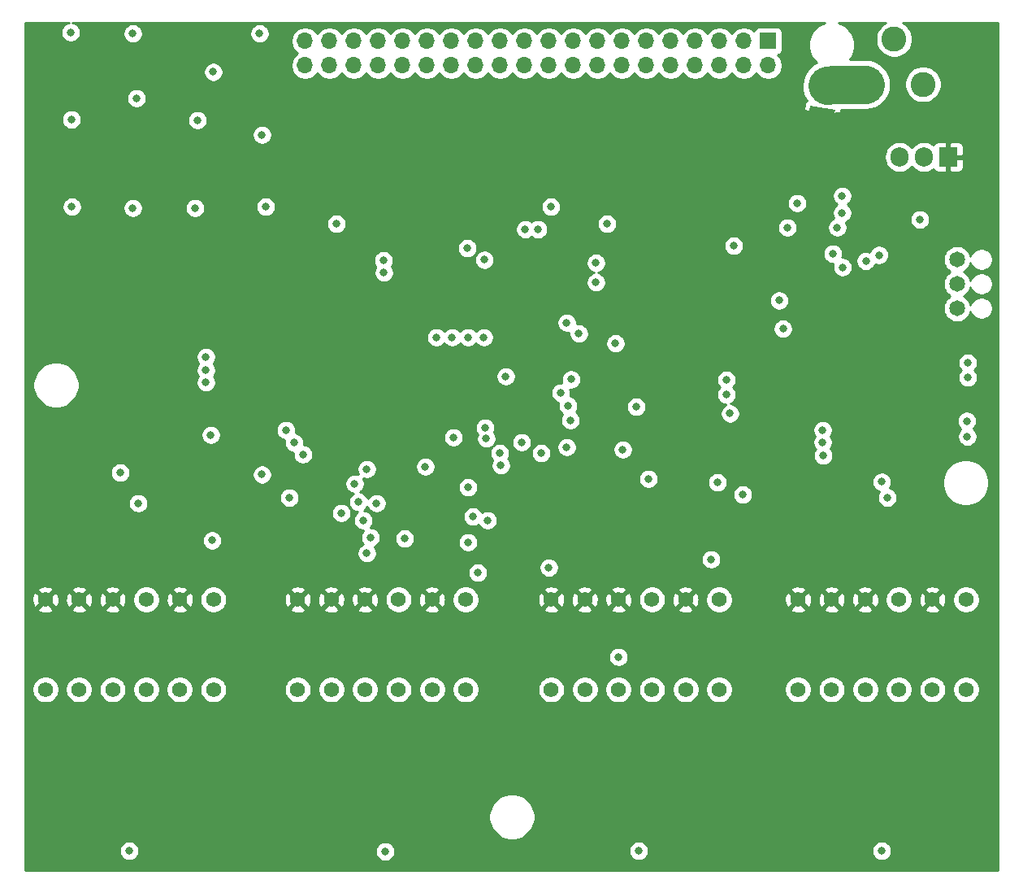
<source format=gbr>
G04 #@! TF.GenerationSoftware,KiCad,Pcbnew,5.1.6*
G04 #@! TF.CreationDate,2020-06-16T10:51:22-04:00*
G04 #@! TF.ProjectId,EVE-PCB-V4,4556452d-5043-4422-9d56-342e6b696361,rev?*
G04 #@! TF.SameCoordinates,Original*
G04 #@! TF.FileFunction,Copper,L3,Inr*
G04 #@! TF.FilePolarity,Positive*
%FSLAX46Y46*%
G04 Gerber Fmt 4.6, Leading zero omitted, Abs format (unit mm)*
G04 Created by KiCad (PCBNEW 5.1.6) date 2020-06-16 10:51:22*
%MOMM*%
%LPD*%
G01*
G04 APERTURE LIST*
G04 #@! TA.AperFunction,ViaPad*
%ADD10C,1.575000*%
G04 #@! TD*
G04 #@! TA.AperFunction,ViaPad*
%ADD11O,1.700000X1.700000*%
G04 #@! TD*
G04 #@! TA.AperFunction,ViaPad*
%ADD12R,1.700000X1.700000*%
G04 #@! TD*
G04 #@! TA.AperFunction,ViaPad*
%ADD13R,2.600000X2.600000*%
G04 #@! TD*
G04 #@! TA.AperFunction,ViaPad*
%ADD14C,2.600000*%
G04 #@! TD*
G04 #@! TA.AperFunction,ViaPad*
%ADD15R,1.905000X2.000000*%
G04 #@! TD*
G04 #@! TA.AperFunction,ViaPad*
%ADD16O,1.905000X2.000000*%
G04 #@! TD*
G04 #@! TA.AperFunction,ViaPad*
%ADD17C,1.650000*%
G04 #@! TD*
G04 #@! TA.AperFunction,ViaPad*
%ADD18C,0.100000*%
G04 #@! TD*
G04 #@! TA.AperFunction,ViaPad*
%ADD19C,0.800000*%
G04 #@! TD*
G04 #@! TA.AperFunction,Conductor*
%ADD20C,3.000000*%
G04 #@! TD*
G04 #@! TA.AperFunction,Conductor*
%ADD21C,4.000000*%
G04 #@! TD*
G04 #@! TA.AperFunction,Conductor*
%ADD22C,0.254000*%
G04 #@! TD*
G04 APERTURE END LIST*
D10*
X108592346Y-95760000D03*
X108592346Y-105110000D03*
X105092346Y-95760000D03*
X105092346Y-105110000D03*
X101592346Y-95760000D03*
X101592346Y-105110000D03*
X98092346Y-95760000D03*
X98092346Y-105110000D03*
X94592346Y-95760000D03*
X94592346Y-105110000D03*
X91092346Y-95760000D03*
X91092346Y-105110000D03*
D11*
X118143346Y-40146769D03*
X118143346Y-37606769D03*
X120683346Y-40146769D03*
X120683346Y-37606769D03*
X123223346Y-40146769D03*
X123223346Y-37606769D03*
X125763346Y-40146769D03*
X125763346Y-37606769D03*
X128303346Y-40146769D03*
X128303346Y-37606769D03*
X130843346Y-40146769D03*
X130843346Y-37606769D03*
X133383346Y-40146769D03*
X133383346Y-37606769D03*
X135923346Y-40146769D03*
X135923346Y-37606769D03*
X138463346Y-40146769D03*
X138463346Y-37606769D03*
X141003346Y-40146769D03*
X141003346Y-37606769D03*
X143543346Y-40146769D03*
X143543346Y-37606769D03*
X146083346Y-40146769D03*
X146083346Y-37606769D03*
X148623346Y-40146769D03*
X148623346Y-37606769D03*
X151163346Y-40146769D03*
X151163346Y-37606769D03*
X153703346Y-40146769D03*
X153703346Y-37606769D03*
X156243346Y-40146769D03*
X156243346Y-37606769D03*
X158783346Y-40146769D03*
X158783346Y-37606769D03*
X161323346Y-40146769D03*
X161323346Y-37606769D03*
X163863346Y-40146769D03*
X163863346Y-37606769D03*
X166403346Y-40146769D03*
D12*
X166403346Y-37606769D03*
D10*
X187014846Y-95760000D03*
X187014846Y-105110000D03*
X183514846Y-95760000D03*
X183514846Y-105110000D03*
X180014846Y-95760000D03*
X180014846Y-105110000D03*
X176514846Y-95760000D03*
X176514846Y-105110000D03*
X173014846Y-95760000D03*
X173014846Y-105110000D03*
X169514846Y-95760000D03*
X169514846Y-105110000D03*
X161297346Y-95760000D03*
X161297346Y-105110000D03*
X157797346Y-95760000D03*
X157797346Y-105110000D03*
X154297346Y-95760000D03*
X154297346Y-105110000D03*
X150797346Y-95760000D03*
X150797346Y-105110000D03*
X147297346Y-95760000D03*
X147297346Y-105110000D03*
X143797346Y-95760000D03*
X143797346Y-105110000D03*
X134881346Y-95760000D03*
X134881346Y-105110000D03*
X131381346Y-95760000D03*
X131381346Y-105110000D03*
X127881346Y-95760000D03*
X127881346Y-105110000D03*
X124381346Y-95760000D03*
X124381346Y-105110000D03*
X120881346Y-95760000D03*
X120881346Y-105110000D03*
X117381346Y-95760000D03*
X117381346Y-105110000D03*
D13*
X176530000Y-42113200D03*
D14*
X182530000Y-42113200D03*
X179530000Y-37413200D03*
D15*
X185166000Y-49682400D03*
D16*
X182626000Y-49682400D03*
X180086000Y-49682400D03*
D17*
X186080400Y-65430400D03*
X186080400Y-62890400D03*
X186080400Y-60350400D03*
G04 #@! TA.AperFunction,ViaPad*
D18*
G36*
X172910907Y-47327593D02*
G01*
X170350407Y-46876107D01*
X170801893Y-44315607D01*
X173362393Y-44767093D01*
X172910907Y-47327593D01*
G37*
G04 #@! TD.AperFunction*
G04 #@! TA.AperFunction,ViaPad*
G36*
G01*
X172292257Y-43349732D02*
X172292257Y-43349732D01*
G75*
G02*
X171237750Y-41843739I225743J1280250D01*
G01*
X171237750Y-41843739D01*
G75*
G02*
X172743743Y-40789232I1280250J-225743D01*
G01*
X172743743Y-40789232D01*
G75*
G02*
X173798250Y-42295225I-225743J-1280250D01*
G01*
X173798250Y-42295225D01*
G75*
G02*
X172292257Y-43349732I-1280250J225743D01*
G01*
G37*
G04 #@! TD.AperFunction*
D19*
X93472000Y-40640000D03*
X99949000Y-40767000D03*
X113284000Y-40640000D03*
X100076000Y-49784000D03*
X106680000Y-49784000D03*
X94234000Y-49784000D03*
X106807000Y-58801000D03*
X113919000Y-50038000D03*
X94361000Y-59309000D03*
X100203000Y-59055000D03*
X114046000Y-58674000D03*
X172593000Y-69215000D03*
X105918000Y-82423000D03*
X113601500Y-68707000D03*
X168529000Y-79756000D03*
X106743500Y-40767000D03*
X139636500Y-87820500D03*
X139573000Y-83121500D03*
X148463000Y-83058000D03*
X151320500Y-87947500D03*
X108331000Y-78613000D03*
X145415000Y-79883000D03*
X108458000Y-89598500D03*
X136842500Y-60388500D03*
X160464500Y-91567000D03*
X136779000Y-68453000D03*
X135128000Y-68453000D03*
X133477000Y-68453000D03*
X131826000Y-68453000D03*
X130683000Y-81915000D03*
X151257000Y-80137000D03*
X121920000Y-86741000D03*
X123317000Y-83693000D03*
X135128000Y-89789000D03*
X128524000Y-89408000D03*
X99822000Y-121920000D03*
X126492000Y-121983500D03*
X152908000Y-121920000D03*
X178244500Y-121920000D03*
X152654000Y-75692000D03*
X187096400Y-77165200D03*
X174142400Y-61163200D03*
X162814000Y-58928000D03*
X149606000Y-56642000D03*
X121412000Y-56642000D03*
X135064500Y-59182000D03*
X143764000Y-54864000D03*
X100774500Y-85725000D03*
X116522500Y-85153500D03*
X178816000Y-85153500D03*
X139065000Y-72517000D03*
X150495000Y-69088000D03*
X163766500Y-84836000D03*
X182219600Y-56184800D03*
X124587000Y-82169000D03*
X124968000Y-89281000D03*
X93726000Y-36703000D03*
X172148500Y-80772000D03*
X100203000Y-36830000D03*
X172085000Y-79375000D03*
X113411000Y-36830000D03*
X172085000Y-78105000D03*
X106934000Y-45847000D03*
X162433000Y-76390500D03*
X162052000Y-72898000D03*
X108585000Y-40830500D03*
X100584000Y-43561000D03*
X162052000Y-74422000D03*
X113665000Y-47371000D03*
X117919500Y-80645000D03*
X114046000Y-54864000D03*
X117030500Y-79438500D03*
X93789500Y-45783500D03*
X116141500Y-78105000D03*
X107823000Y-70485000D03*
X100203000Y-54991000D03*
X107823000Y-71882000D03*
X106680000Y-54991000D03*
X107823000Y-73152000D03*
X93853000Y-54864000D03*
X173609000Y-57023000D03*
X169418000Y-54483000D03*
X177952400Y-59893200D03*
X187198000Y-71120000D03*
X174117000Y-53721000D03*
X174117000Y-55499000D03*
X124206000Y-87503000D03*
X136906000Y-77851000D03*
X124587000Y-90932000D03*
X140716000Y-79375000D03*
X142748000Y-80518000D03*
X137160000Y-87503000D03*
X136144000Y-92964000D03*
X138430000Y-80518000D03*
X135636000Y-87122000D03*
X168402000Y-57023000D03*
X148463000Y-60706000D03*
X145415000Y-66929000D03*
X126301500Y-60452000D03*
X142430500Y-57213500D03*
X173126400Y-59740800D03*
X148463000Y-62738000D03*
X146685000Y-68072000D03*
X126365000Y-61722000D03*
X141097000Y-57213500D03*
X167538400Y-64617600D03*
X187147200Y-78790800D03*
X167944800Y-67564000D03*
X187198000Y-72644000D03*
X153924000Y-83185000D03*
X150812500Y-101727000D03*
X143541500Y-92424500D03*
X178244500Y-83502500D03*
X145859500Y-72834500D03*
X161099500Y-83566000D03*
X144780000Y-74231500D03*
X113665000Y-82740500D03*
X145542000Y-75565000D03*
X98869500Y-82550000D03*
X145796000Y-77089000D03*
X176580800Y-60502800D03*
X133604000Y-78867000D03*
X123698000Y-85598000D03*
X125603000Y-85725000D03*
X137033000Y-78994000D03*
X135128000Y-84074000D03*
X138557000Y-81788000D03*
D20*
X171264800Y-47312800D02*
X170129200Y-46177200D01*
X171856400Y-47871600D02*
X171856400Y-49326800D01*
X172600400Y-47516000D02*
X173685200Y-46431200D01*
D21*
X173251378Y-42144708D02*
X172544068Y-42247993D01*
X176530000Y-42113200D02*
X173274857Y-42113200D01*
X173274857Y-42113200D02*
X173251378Y-42144708D01*
D22*
G36*
X93424102Y-35707774D02*
G01*
X93235744Y-35785795D01*
X93066226Y-35899063D01*
X92922063Y-36043226D01*
X92808795Y-36212744D01*
X92730774Y-36401102D01*
X92691000Y-36601061D01*
X92691000Y-36804939D01*
X92730774Y-37004898D01*
X92808795Y-37193256D01*
X92922063Y-37362774D01*
X93066226Y-37506937D01*
X93235744Y-37620205D01*
X93424102Y-37698226D01*
X93624061Y-37738000D01*
X93827939Y-37738000D01*
X94027898Y-37698226D01*
X94216256Y-37620205D01*
X94385774Y-37506937D01*
X94529937Y-37362774D01*
X94643205Y-37193256D01*
X94721226Y-37004898D01*
X94761000Y-36804939D01*
X94761000Y-36728061D01*
X99168000Y-36728061D01*
X99168000Y-36931939D01*
X99207774Y-37131898D01*
X99285795Y-37320256D01*
X99399063Y-37489774D01*
X99543226Y-37633937D01*
X99712744Y-37747205D01*
X99901102Y-37825226D01*
X100101061Y-37865000D01*
X100304939Y-37865000D01*
X100504898Y-37825226D01*
X100693256Y-37747205D01*
X100862774Y-37633937D01*
X101006937Y-37489774D01*
X101120205Y-37320256D01*
X101198226Y-37131898D01*
X101238000Y-36931939D01*
X101238000Y-36728061D01*
X112376000Y-36728061D01*
X112376000Y-36931939D01*
X112415774Y-37131898D01*
X112493795Y-37320256D01*
X112607063Y-37489774D01*
X112751226Y-37633937D01*
X112920744Y-37747205D01*
X113109102Y-37825226D01*
X113309061Y-37865000D01*
X113512939Y-37865000D01*
X113712898Y-37825226D01*
X113901256Y-37747205D01*
X114070774Y-37633937D01*
X114214937Y-37489774D01*
X114234491Y-37460509D01*
X116658346Y-37460509D01*
X116658346Y-37753029D01*
X116715414Y-38039927D01*
X116827356Y-38310180D01*
X116989871Y-38553401D01*
X117196714Y-38760244D01*
X117371106Y-38876769D01*
X117196714Y-38993294D01*
X116989871Y-39200137D01*
X116827356Y-39443358D01*
X116715414Y-39713611D01*
X116658346Y-40000509D01*
X116658346Y-40293029D01*
X116715414Y-40579927D01*
X116827356Y-40850180D01*
X116989871Y-41093401D01*
X117196714Y-41300244D01*
X117439935Y-41462759D01*
X117710188Y-41574701D01*
X117997086Y-41631769D01*
X118289606Y-41631769D01*
X118576504Y-41574701D01*
X118846757Y-41462759D01*
X119089978Y-41300244D01*
X119296821Y-41093401D01*
X119413346Y-40919009D01*
X119529871Y-41093401D01*
X119736714Y-41300244D01*
X119979935Y-41462759D01*
X120250188Y-41574701D01*
X120537086Y-41631769D01*
X120829606Y-41631769D01*
X121116504Y-41574701D01*
X121386757Y-41462759D01*
X121629978Y-41300244D01*
X121836821Y-41093401D01*
X121953346Y-40919009D01*
X122069871Y-41093401D01*
X122276714Y-41300244D01*
X122519935Y-41462759D01*
X122790188Y-41574701D01*
X123077086Y-41631769D01*
X123369606Y-41631769D01*
X123656504Y-41574701D01*
X123926757Y-41462759D01*
X124169978Y-41300244D01*
X124376821Y-41093401D01*
X124493346Y-40919009D01*
X124609871Y-41093401D01*
X124816714Y-41300244D01*
X125059935Y-41462759D01*
X125330188Y-41574701D01*
X125617086Y-41631769D01*
X125909606Y-41631769D01*
X126196504Y-41574701D01*
X126466757Y-41462759D01*
X126709978Y-41300244D01*
X126916821Y-41093401D01*
X127033346Y-40919009D01*
X127149871Y-41093401D01*
X127356714Y-41300244D01*
X127599935Y-41462759D01*
X127870188Y-41574701D01*
X128157086Y-41631769D01*
X128449606Y-41631769D01*
X128736504Y-41574701D01*
X129006757Y-41462759D01*
X129249978Y-41300244D01*
X129456821Y-41093401D01*
X129573346Y-40919009D01*
X129689871Y-41093401D01*
X129896714Y-41300244D01*
X130139935Y-41462759D01*
X130410188Y-41574701D01*
X130697086Y-41631769D01*
X130989606Y-41631769D01*
X131276504Y-41574701D01*
X131546757Y-41462759D01*
X131789978Y-41300244D01*
X131996821Y-41093401D01*
X132113346Y-40919009D01*
X132229871Y-41093401D01*
X132436714Y-41300244D01*
X132679935Y-41462759D01*
X132950188Y-41574701D01*
X133237086Y-41631769D01*
X133529606Y-41631769D01*
X133816504Y-41574701D01*
X134086757Y-41462759D01*
X134329978Y-41300244D01*
X134536821Y-41093401D01*
X134653346Y-40919009D01*
X134769871Y-41093401D01*
X134976714Y-41300244D01*
X135219935Y-41462759D01*
X135490188Y-41574701D01*
X135777086Y-41631769D01*
X136069606Y-41631769D01*
X136356504Y-41574701D01*
X136626757Y-41462759D01*
X136869978Y-41300244D01*
X137076821Y-41093401D01*
X137193346Y-40919009D01*
X137309871Y-41093401D01*
X137516714Y-41300244D01*
X137759935Y-41462759D01*
X138030188Y-41574701D01*
X138317086Y-41631769D01*
X138609606Y-41631769D01*
X138896504Y-41574701D01*
X139166757Y-41462759D01*
X139409978Y-41300244D01*
X139616821Y-41093401D01*
X139733346Y-40919009D01*
X139849871Y-41093401D01*
X140056714Y-41300244D01*
X140299935Y-41462759D01*
X140570188Y-41574701D01*
X140857086Y-41631769D01*
X141149606Y-41631769D01*
X141436504Y-41574701D01*
X141706757Y-41462759D01*
X141949978Y-41300244D01*
X142156821Y-41093401D01*
X142273346Y-40919009D01*
X142389871Y-41093401D01*
X142596714Y-41300244D01*
X142839935Y-41462759D01*
X143110188Y-41574701D01*
X143397086Y-41631769D01*
X143689606Y-41631769D01*
X143976504Y-41574701D01*
X144246757Y-41462759D01*
X144489978Y-41300244D01*
X144696821Y-41093401D01*
X144813346Y-40919009D01*
X144929871Y-41093401D01*
X145136714Y-41300244D01*
X145379935Y-41462759D01*
X145650188Y-41574701D01*
X145937086Y-41631769D01*
X146229606Y-41631769D01*
X146516504Y-41574701D01*
X146786757Y-41462759D01*
X147029978Y-41300244D01*
X147236821Y-41093401D01*
X147353346Y-40919009D01*
X147469871Y-41093401D01*
X147676714Y-41300244D01*
X147919935Y-41462759D01*
X148190188Y-41574701D01*
X148477086Y-41631769D01*
X148769606Y-41631769D01*
X149056504Y-41574701D01*
X149326757Y-41462759D01*
X149569978Y-41300244D01*
X149776821Y-41093401D01*
X149893346Y-40919009D01*
X150009871Y-41093401D01*
X150216714Y-41300244D01*
X150459935Y-41462759D01*
X150730188Y-41574701D01*
X151017086Y-41631769D01*
X151309606Y-41631769D01*
X151596504Y-41574701D01*
X151866757Y-41462759D01*
X152109978Y-41300244D01*
X152316821Y-41093401D01*
X152433346Y-40919009D01*
X152549871Y-41093401D01*
X152756714Y-41300244D01*
X152999935Y-41462759D01*
X153270188Y-41574701D01*
X153557086Y-41631769D01*
X153849606Y-41631769D01*
X154136504Y-41574701D01*
X154406757Y-41462759D01*
X154649978Y-41300244D01*
X154856821Y-41093401D01*
X154973346Y-40919009D01*
X155089871Y-41093401D01*
X155296714Y-41300244D01*
X155539935Y-41462759D01*
X155810188Y-41574701D01*
X156097086Y-41631769D01*
X156389606Y-41631769D01*
X156676504Y-41574701D01*
X156946757Y-41462759D01*
X157189978Y-41300244D01*
X157396821Y-41093401D01*
X157513346Y-40919009D01*
X157629871Y-41093401D01*
X157836714Y-41300244D01*
X158079935Y-41462759D01*
X158350188Y-41574701D01*
X158637086Y-41631769D01*
X158929606Y-41631769D01*
X159216504Y-41574701D01*
X159486757Y-41462759D01*
X159729978Y-41300244D01*
X159936821Y-41093401D01*
X160053346Y-40919009D01*
X160169871Y-41093401D01*
X160376714Y-41300244D01*
X160619935Y-41462759D01*
X160890188Y-41574701D01*
X161177086Y-41631769D01*
X161469606Y-41631769D01*
X161756504Y-41574701D01*
X162026757Y-41462759D01*
X162269978Y-41300244D01*
X162476821Y-41093401D01*
X162593346Y-40919009D01*
X162709871Y-41093401D01*
X162916714Y-41300244D01*
X163159935Y-41462759D01*
X163430188Y-41574701D01*
X163717086Y-41631769D01*
X164009606Y-41631769D01*
X164296504Y-41574701D01*
X164566757Y-41462759D01*
X164809978Y-41300244D01*
X165016821Y-41093401D01*
X165133346Y-40919009D01*
X165249871Y-41093401D01*
X165456714Y-41300244D01*
X165699935Y-41462759D01*
X165970188Y-41574701D01*
X166257086Y-41631769D01*
X166549606Y-41631769D01*
X166836504Y-41574701D01*
X167106757Y-41462759D01*
X167349978Y-41300244D01*
X167556821Y-41093401D01*
X167719336Y-40850180D01*
X167831278Y-40579927D01*
X167888346Y-40293029D01*
X167888346Y-40000509D01*
X167831278Y-39713611D01*
X167719336Y-39443358D01*
X167556821Y-39200137D01*
X167424966Y-39068282D01*
X167497526Y-39046271D01*
X167607840Y-38987306D01*
X167704531Y-38907954D01*
X167783883Y-38811263D01*
X167842848Y-38700949D01*
X167879158Y-38581251D01*
X167891418Y-38456769D01*
X167891418Y-36756769D01*
X167879158Y-36632287D01*
X167842848Y-36512589D01*
X167783883Y-36402275D01*
X167704531Y-36305584D01*
X167607840Y-36226232D01*
X167497526Y-36167267D01*
X167377828Y-36130957D01*
X167253346Y-36118697D01*
X165553346Y-36118697D01*
X165428864Y-36130957D01*
X165309166Y-36167267D01*
X165198852Y-36226232D01*
X165102161Y-36305584D01*
X165022809Y-36402275D01*
X164963844Y-36512589D01*
X164941833Y-36585149D01*
X164809978Y-36453294D01*
X164566757Y-36290779D01*
X164296504Y-36178837D01*
X164009606Y-36121769D01*
X163717086Y-36121769D01*
X163430188Y-36178837D01*
X163159935Y-36290779D01*
X162916714Y-36453294D01*
X162709871Y-36660137D01*
X162593346Y-36834529D01*
X162476821Y-36660137D01*
X162269978Y-36453294D01*
X162026757Y-36290779D01*
X161756504Y-36178837D01*
X161469606Y-36121769D01*
X161177086Y-36121769D01*
X160890188Y-36178837D01*
X160619935Y-36290779D01*
X160376714Y-36453294D01*
X160169871Y-36660137D01*
X160053346Y-36834529D01*
X159936821Y-36660137D01*
X159729978Y-36453294D01*
X159486757Y-36290779D01*
X159216504Y-36178837D01*
X158929606Y-36121769D01*
X158637086Y-36121769D01*
X158350188Y-36178837D01*
X158079935Y-36290779D01*
X157836714Y-36453294D01*
X157629871Y-36660137D01*
X157513346Y-36834529D01*
X157396821Y-36660137D01*
X157189978Y-36453294D01*
X156946757Y-36290779D01*
X156676504Y-36178837D01*
X156389606Y-36121769D01*
X156097086Y-36121769D01*
X155810188Y-36178837D01*
X155539935Y-36290779D01*
X155296714Y-36453294D01*
X155089871Y-36660137D01*
X154973346Y-36834529D01*
X154856821Y-36660137D01*
X154649978Y-36453294D01*
X154406757Y-36290779D01*
X154136504Y-36178837D01*
X153849606Y-36121769D01*
X153557086Y-36121769D01*
X153270188Y-36178837D01*
X152999935Y-36290779D01*
X152756714Y-36453294D01*
X152549871Y-36660137D01*
X152433346Y-36834529D01*
X152316821Y-36660137D01*
X152109978Y-36453294D01*
X151866757Y-36290779D01*
X151596504Y-36178837D01*
X151309606Y-36121769D01*
X151017086Y-36121769D01*
X150730188Y-36178837D01*
X150459935Y-36290779D01*
X150216714Y-36453294D01*
X150009871Y-36660137D01*
X149893346Y-36834529D01*
X149776821Y-36660137D01*
X149569978Y-36453294D01*
X149326757Y-36290779D01*
X149056504Y-36178837D01*
X148769606Y-36121769D01*
X148477086Y-36121769D01*
X148190188Y-36178837D01*
X147919935Y-36290779D01*
X147676714Y-36453294D01*
X147469871Y-36660137D01*
X147353346Y-36834529D01*
X147236821Y-36660137D01*
X147029978Y-36453294D01*
X146786757Y-36290779D01*
X146516504Y-36178837D01*
X146229606Y-36121769D01*
X145937086Y-36121769D01*
X145650188Y-36178837D01*
X145379935Y-36290779D01*
X145136714Y-36453294D01*
X144929871Y-36660137D01*
X144813346Y-36834529D01*
X144696821Y-36660137D01*
X144489978Y-36453294D01*
X144246757Y-36290779D01*
X143976504Y-36178837D01*
X143689606Y-36121769D01*
X143397086Y-36121769D01*
X143110188Y-36178837D01*
X142839935Y-36290779D01*
X142596714Y-36453294D01*
X142389871Y-36660137D01*
X142273346Y-36834529D01*
X142156821Y-36660137D01*
X141949978Y-36453294D01*
X141706757Y-36290779D01*
X141436504Y-36178837D01*
X141149606Y-36121769D01*
X140857086Y-36121769D01*
X140570188Y-36178837D01*
X140299935Y-36290779D01*
X140056714Y-36453294D01*
X139849871Y-36660137D01*
X139733346Y-36834529D01*
X139616821Y-36660137D01*
X139409978Y-36453294D01*
X139166757Y-36290779D01*
X138896504Y-36178837D01*
X138609606Y-36121769D01*
X138317086Y-36121769D01*
X138030188Y-36178837D01*
X137759935Y-36290779D01*
X137516714Y-36453294D01*
X137309871Y-36660137D01*
X137193346Y-36834529D01*
X137076821Y-36660137D01*
X136869978Y-36453294D01*
X136626757Y-36290779D01*
X136356504Y-36178837D01*
X136069606Y-36121769D01*
X135777086Y-36121769D01*
X135490188Y-36178837D01*
X135219935Y-36290779D01*
X134976714Y-36453294D01*
X134769871Y-36660137D01*
X134653346Y-36834529D01*
X134536821Y-36660137D01*
X134329978Y-36453294D01*
X134086757Y-36290779D01*
X133816504Y-36178837D01*
X133529606Y-36121769D01*
X133237086Y-36121769D01*
X132950188Y-36178837D01*
X132679935Y-36290779D01*
X132436714Y-36453294D01*
X132229871Y-36660137D01*
X132113346Y-36834529D01*
X131996821Y-36660137D01*
X131789978Y-36453294D01*
X131546757Y-36290779D01*
X131276504Y-36178837D01*
X130989606Y-36121769D01*
X130697086Y-36121769D01*
X130410188Y-36178837D01*
X130139935Y-36290779D01*
X129896714Y-36453294D01*
X129689871Y-36660137D01*
X129573346Y-36834529D01*
X129456821Y-36660137D01*
X129249978Y-36453294D01*
X129006757Y-36290779D01*
X128736504Y-36178837D01*
X128449606Y-36121769D01*
X128157086Y-36121769D01*
X127870188Y-36178837D01*
X127599935Y-36290779D01*
X127356714Y-36453294D01*
X127149871Y-36660137D01*
X127033346Y-36834529D01*
X126916821Y-36660137D01*
X126709978Y-36453294D01*
X126466757Y-36290779D01*
X126196504Y-36178837D01*
X125909606Y-36121769D01*
X125617086Y-36121769D01*
X125330188Y-36178837D01*
X125059935Y-36290779D01*
X124816714Y-36453294D01*
X124609871Y-36660137D01*
X124493346Y-36834529D01*
X124376821Y-36660137D01*
X124169978Y-36453294D01*
X123926757Y-36290779D01*
X123656504Y-36178837D01*
X123369606Y-36121769D01*
X123077086Y-36121769D01*
X122790188Y-36178837D01*
X122519935Y-36290779D01*
X122276714Y-36453294D01*
X122069871Y-36660137D01*
X121953346Y-36834529D01*
X121836821Y-36660137D01*
X121629978Y-36453294D01*
X121386757Y-36290779D01*
X121116504Y-36178837D01*
X120829606Y-36121769D01*
X120537086Y-36121769D01*
X120250188Y-36178837D01*
X119979935Y-36290779D01*
X119736714Y-36453294D01*
X119529871Y-36660137D01*
X119413346Y-36834529D01*
X119296821Y-36660137D01*
X119089978Y-36453294D01*
X118846757Y-36290779D01*
X118576504Y-36178837D01*
X118289606Y-36121769D01*
X117997086Y-36121769D01*
X117710188Y-36178837D01*
X117439935Y-36290779D01*
X117196714Y-36453294D01*
X116989871Y-36660137D01*
X116827356Y-36903358D01*
X116715414Y-37173611D01*
X116658346Y-37460509D01*
X114234491Y-37460509D01*
X114328205Y-37320256D01*
X114406226Y-37131898D01*
X114446000Y-36931939D01*
X114446000Y-36728061D01*
X114406226Y-36528102D01*
X114328205Y-36339744D01*
X114214937Y-36170226D01*
X114070774Y-36026063D01*
X113901256Y-35912795D01*
X113712898Y-35834774D01*
X113512939Y-35795000D01*
X113309061Y-35795000D01*
X113109102Y-35834774D01*
X112920744Y-35912795D01*
X112751226Y-36026063D01*
X112607063Y-36170226D01*
X112493795Y-36339744D01*
X112415774Y-36528102D01*
X112376000Y-36728061D01*
X101238000Y-36728061D01*
X101198226Y-36528102D01*
X101120205Y-36339744D01*
X101006937Y-36170226D01*
X100862774Y-36026063D01*
X100693256Y-35912795D01*
X100504898Y-35834774D01*
X100304939Y-35795000D01*
X100101061Y-35795000D01*
X99901102Y-35834774D01*
X99712744Y-35912795D01*
X99543226Y-36026063D01*
X99399063Y-36170226D01*
X99285795Y-36339744D01*
X99207774Y-36528102D01*
X99168000Y-36728061D01*
X94761000Y-36728061D01*
X94761000Y-36601061D01*
X94721226Y-36401102D01*
X94643205Y-36212744D01*
X94529937Y-36043226D01*
X94385774Y-35899063D01*
X94216256Y-35785795D01*
X94027898Y-35707774D01*
X93923459Y-35687000D01*
X172264756Y-35687000D01*
X171854506Y-35856931D01*
X171458424Y-36121585D01*
X171121585Y-36458424D01*
X170856931Y-36854506D01*
X170674635Y-37294608D01*
X170581701Y-37761818D01*
X170581701Y-38238182D01*
X170674635Y-38705392D01*
X170856931Y-39145494D01*
X171121585Y-39541576D01*
X171436862Y-39856853D01*
X171187994Y-39973870D01*
X170770391Y-40282124D01*
X170420950Y-40665925D01*
X170153098Y-41110523D01*
X169977131Y-41598835D01*
X169899810Y-42112093D01*
X169924105Y-42630573D01*
X170049085Y-43134351D01*
X170269945Y-43604067D01*
X170419650Y-43806878D01*
X170340973Y-43874372D01*
X170263748Y-43972771D01*
X170207204Y-44084345D01*
X170173514Y-44204807D01*
X170000417Y-45204182D01*
X170129189Y-45388087D01*
X171753383Y-45674476D01*
X171756856Y-45654780D01*
X172006997Y-45698887D01*
X172003524Y-45718583D01*
X173627718Y-46004972D01*
X173811623Y-45876200D01*
X173990771Y-44877893D01*
X174000313Y-44753173D01*
X173999713Y-44748200D01*
X176659442Y-44748200D01*
X177046550Y-44710073D01*
X177543250Y-44559401D01*
X178001011Y-44314723D01*
X178402241Y-43985441D01*
X178731523Y-43584211D01*
X178976201Y-43126450D01*
X179126873Y-42629750D01*
X179177749Y-42113200D01*
X179158979Y-41922619D01*
X180595000Y-41922619D01*
X180595000Y-42303781D01*
X180669361Y-42677619D01*
X180815225Y-43029766D01*
X181026987Y-43346691D01*
X181296509Y-43616213D01*
X181613434Y-43827975D01*
X181965581Y-43973839D01*
X182339419Y-44048200D01*
X182720581Y-44048200D01*
X183094419Y-43973839D01*
X183446566Y-43827975D01*
X183763491Y-43616213D01*
X184033013Y-43346691D01*
X184244775Y-43029766D01*
X184390639Y-42677619D01*
X184465000Y-42303781D01*
X184465000Y-41922619D01*
X184390639Y-41548781D01*
X184244775Y-41196634D01*
X184033013Y-40879709D01*
X183763491Y-40610187D01*
X183446566Y-40398425D01*
X183094419Y-40252561D01*
X182720581Y-40178200D01*
X182339419Y-40178200D01*
X181965581Y-40252561D01*
X181613434Y-40398425D01*
X181296509Y-40610187D01*
X181026987Y-40879709D01*
X180815225Y-41196634D01*
X180669361Y-41548781D01*
X180595000Y-41922619D01*
X179158979Y-41922619D01*
X179126873Y-41596650D01*
X178976201Y-41099950D01*
X178731523Y-40642189D01*
X178402241Y-40240959D01*
X178001011Y-39911677D01*
X177543250Y-39666999D01*
X177046550Y-39516327D01*
X176659442Y-39478200D01*
X174920762Y-39478200D01*
X175143069Y-39145494D01*
X175325365Y-38705392D01*
X175418299Y-38238182D01*
X175418299Y-37761818D01*
X175325365Y-37294608D01*
X175143069Y-36854506D01*
X174878415Y-36458424D01*
X174541576Y-36121585D01*
X174145494Y-35856931D01*
X173735244Y-35687000D01*
X178641016Y-35687000D01*
X178613434Y-35698425D01*
X178296509Y-35910187D01*
X178026987Y-36179709D01*
X177815225Y-36496634D01*
X177669361Y-36848781D01*
X177595000Y-37222619D01*
X177595000Y-37603781D01*
X177669361Y-37977619D01*
X177815225Y-38329766D01*
X178026987Y-38646691D01*
X178296509Y-38916213D01*
X178613434Y-39127975D01*
X178965581Y-39273839D01*
X179339419Y-39348200D01*
X179720581Y-39348200D01*
X180094419Y-39273839D01*
X180446566Y-39127975D01*
X180763491Y-38916213D01*
X181033013Y-38646691D01*
X181244775Y-38329766D01*
X181390639Y-37977619D01*
X181465000Y-37603781D01*
X181465000Y-37222619D01*
X181390639Y-36848781D01*
X181244775Y-36496634D01*
X181033013Y-36179709D01*
X180763491Y-35910187D01*
X180446566Y-35698425D01*
X180418984Y-35687000D01*
X190343347Y-35687000D01*
X190343346Y-123962269D01*
X89027000Y-123962269D01*
X89027000Y-121818061D01*
X98787000Y-121818061D01*
X98787000Y-122021939D01*
X98826774Y-122221898D01*
X98904795Y-122410256D01*
X99018063Y-122579774D01*
X99162226Y-122723937D01*
X99331744Y-122837205D01*
X99520102Y-122915226D01*
X99720061Y-122955000D01*
X99923939Y-122955000D01*
X100123898Y-122915226D01*
X100312256Y-122837205D01*
X100481774Y-122723937D01*
X100625937Y-122579774D01*
X100739205Y-122410256D01*
X100817226Y-122221898D01*
X100857000Y-122021939D01*
X100857000Y-121881561D01*
X125457000Y-121881561D01*
X125457000Y-122085439D01*
X125496774Y-122285398D01*
X125574795Y-122473756D01*
X125688063Y-122643274D01*
X125832226Y-122787437D01*
X126001744Y-122900705D01*
X126190102Y-122978726D01*
X126390061Y-123018500D01*
X126593939Y-123018500D01*
X126793898Y-122978726D01*
X126982256Y-122900705D01*
X127151774Y-122787437D01*
X127295937Y-122643274D01*
X127409205Y-122473756D01*
X127487226Y-122285398D01*
X127527000Y-122085439D01*
X127527000Y-121881561D01*
X127514370Y-121818061D01*
X151873000Y-121818061D01*
X151873000Y-122021939D01*
X151912774Y-122221898D01*
X151990795Y-122410256D01*
X152104063Y-122579774D01*
X152248226Y-122723937D01*
X152417744Y-122837205D01*
X152606102Y-122915226D01*
X152806061Y-122955000D01*
X153009939Y-122955000D01*
X153209898Y-122915226D01*
X153398256Y-122837205D01*
X153567774Y-122723937D01*
X153711937Y-122579774D01*
X153825205Y-122410256D01*
X153903226Y-122221898D01*
X153943000Y-122021939D01*
X153943000Y-121818061D01*
X177209500Y-121818061D01*
X177209500Y-122021939D01*
X177249274Y-122221898D01*
X177327295Y-122410256D01*
X177440563Y-122579774D01*
X177584726Y-122723937D01*
X177754244Y-122837205D01*
X177942602Y-122915226D01*
X178142561Y-122955000D01*
X178346439Y-122955000D01*
X178546398Y-122915226D01*
X178734756Y-122837205D01*
X178904274Y-122723937D01*
X179048437Y-122579774D01*
X179161705Y-122410256D01*
X179239726Y-122221898D01*
X179279500Y-122021939D01*
X179279500Y-121818061D01*
X179239726Y-121618102D01*
X179161705Y-121429744D01*
X179048437Y-121260226D01*
X178904274Y-121116063D01*
X178734756Y-121002795D01*
X178546398Y-120924774D01*
X178346439Y-120885000D01*
X178142561Y-120885000D01*
X177942602Y-120924774D01*
X177754244Y-121002795D01*
X177584726Y-121116063D01*
X177440563Y-121260226D01*
X177327295Y-121429744D01*
X177249274Y-121618102D01*
X177209500Y-121818061D01*
X153943000Y-121818061D01*
X153903226Y-121618102D01*
X153825205Y-121429744D01*
X153711937Y-121260226D01*
X153567774Y-121116063D01*
X153398256Y-121002795D01*
X153209898Y-120924774D01*
X153009939Y-120885000D01*
X152806061Y-120885000D01*
X152606102Y-120924774D01*
X152417744Y-121002795D01*
X152248226Y-121116063D01*
X152104063Y-121260226D01*
X151990795Y-121429744D01*
X151912774Y-121618102D01*
X151873000Y-121818061D01*
X127514370Y-121818061D01*
X127487226Y-121681602D01*
X127409205Y-121493244D01*
X127295937Y-121323726D01*
X127151774Y-121179563D01*
X126982256Y-121066295D01*
X126793898Y-120988274D01*
X126593939Y-120948500D01*
X126390061Y-120948500D01*
X126190102Y-120988274D01*
X126001744Y-121066295D01*
X125832226Y-121179563D01*
X125688063Y-121323726D01*
X125574795Y-121493244D01*
X125496774Y-121681602D01*
X125457000Y-121881561D01*
X100857000Y-121881561D01*
X100857000Y-121818061D01*
X100817226Y-121618102D01*
X100739205Y-121429744D01*
X100625937Y-121260226D01*
X100481774Y-121116063D01*
X100312256Y-121002795D01*
X100123898Y-120924774D01*
X99923939Y-120885000D01*
X99720061Y-120885000D01*
X99520102Y-120924774D01*
X99331744Y-121002795D01*
X99162226Y-121116063D01*
X99018063Y-121260226D01*
X98904795Y-121429744D01*
X98826774Y-121618102D01*
X98787000Y-121818061D01*
X89027000Y-121818061D01*
X89027000Y-118125818D01*
X137281701Y-118125818D01*
X137281701Y-118602182D01*
X137374635Y-119069392D01*
X137556931Y-119509494D01*
X137821585Y-119905576D01*
X138158424Y-120242415D01*
X138554506Y-120507069D01*
X138994608Y-120689365D01*
X139461818Y-120782299D01*
X139938182Y-120782299D01*
X140405392Y-120689365D01*
X140845494Y-120507069D01*
X141241576Y-120242415D01*
X141578415Y-119905576D01*
X141843069Y-119509494D01*
X142025365Y-119069392D01*
X142118299Y-118602182D01*
X142118299Y-118125818D01*
X142025365Y-117658608D01*
X141843069Y-117218506D01*
X141578415Y-116822424D01*
X141241576Y-116485585D01*
X140845494Y-116220931D01*
X140405392Y-116038635D01*
X139938182Y-115945701D01*
X139461818Y-115945701D01*
X138994608Y-116038635D01*
X138554506Y-116220931D01*
X138158424Y-116485585D01*
X137821585Y-116822424D01*
X137556931Y-117218506D01*
X137374635Y-117658608D01*
X137281701Y-118125818D01*
X89027000Y-118125818D01*
X89027000Y-104969896D01*
X89669846Y-104969896D01*
X89669846Y-105250104D01*
X89724512Y-105524928D01*
X89831743Y-105783806D01*
X89987418Y-106016791D01*
X90185555Y-106214928D01*
X90418540Y-106370603D01*
X90677418Y-106477834D01*
X90952242Y-106532500D01*
X91232450Y-106532500D01*
X91507274Y-106477834D01*
X91766152Y-106370603D01*
X91999137Y-106214928D01*
X92197274Y-106016791D01*
X92352949Y-105783806D01*
X92460180Y-105524928D01*
X92514846Y-105250104D01*
X92514846Y-104969896D01*
X93169846Y-104969896D01*
X93169846Y-105250104D01*
X93224512Y-105524928D01*
X93331743Y-105783806D01*
X93487418Y-106016791D01*
X93685555Y-106214928D01*
X93918540Y-106370603D01*
X94177418Y-106477834D01*
X94452242Y-106532500D01*
X94732450Y-106532500D01*
X95007274Y-106477834D01*
X95266152Y-106370603D01*
X95499137Y-106214928D01*
X95697274Y-106016791D01*
X95852949Y-105783806D01*
X95960180Y-105524928D01*
X96014846Y-105250104D01*
X96014846Y-104969896D01*
X96669846Y-104969896D01*
X96669846Y-105250104D01*
X96724512Y-105524928D01*
X96831743Y-105783806D01*
X96987418Y-106016791D01*
X97185555Y-106214928D01*
X97418540Y-106370603D01*
X97677418Y-106477834D01*
X97952242Y-106532500D01*
X98232450Y-106532500D01*
X98507274Y-106477834D01*
X98766152Y-106370603D01*
X98999137Y-106214928D01*
X99197274Y-106016791D01*
X99352949Y-105783806D01*
X99460180Y-105524928D01*
X99514846Y-105250104D01*
X99514846Y-104969896D01*
X100169846Y-104969896D01*
X100169846Y-105250104D01*
X100224512Y-105524928D01*
X100331743Y-105783806D01*
X100487418Y-106016791D01*
X100685555Y-106214928D01*
X100918540Y-106370603D01*
X101177418Y-106477834D01*
X101452242Y-106532500D01*
X101732450Y-106532500D01*
X102007274Y-106477834D01*
X102266152Y-106370603D01*
X102499137Y-106214928D01*
X102697274Y-106016791D01*
X102852949Y-105783806D01*
X102960180Y-105524928D01*
X103014846Y-105250104D01*
X103014846Y-104969896D01*
X103669846Y-104969896D01*
X103669846Y-105250104D01*
X103724512Y-105524928D01*
X103831743Y-105783806D01*
X103987418Y-106016791D01*
X104185555Y-106214928D01*
X104418540Y-106370603D01*
X104677418Y-106477834D01*
X104952242Y-106532500D01*
X105232450Y-106532500D01*
X105507274Y-106477834D01*
X105766152Y-106370603D01*
X105999137Y-106214928D01*
X106197274Y-106016791D01*
X106352949Y-105783806D01*
X106460180Y-105524928D01*
X106514846Y-105250104D01*
X106514846Y-104969896D01*
X107169846Y-104969896D01*
X107169846Y-105250104D01*
X107224512Y-105524928D01*
X107331743Y-105783806D01*
X107487418Y-106016791D01*
X107685555Y-106214928D01*
X107918540Y-106370603D01*
X108177418Y-106477834D01*
X108452242Y-106532500D01*
X108732450Y-106532500D01*
X109007274Y-106477834D01*
X109266152Y-106370603D01*
X109499137Y-106214928D01*
X109697274Y-106016791D01*
X109852949Y-105783806D01*
X109960180Y-105524928D01*
X110014846Y-105250104D01*
X110014846Y-104969896D01*
X115958846Y-104969896D01*
X115958846Y-105250104D01*
X116013512Y-105524928D01*
X116120743Y-105783806D01*
X116276418Y-106016791D01*
X116474555Y-106214928D01*
X116707540Y-106370603D01*
X116966418Y-106477834D01*
X117241242Y-106532500D01*
X117521450Y-106532500D01*
X117796274Y-106477834D01*
X118055152Y-106370603D01*
X118288137Y-106214928D01*
X118486274Y-106016791D01*
X118641949Y-105783806D01*
X118749180Y-105524928D01*
X118803846Y-105250104D01*
X118803846Y-104969896D01*
X119458846Y-104969896D01*
X119458846Y-105250104D01*
X119513512Y-105524928D01*
X119620743Y-105783806D01*
X119776418Y-106016791D01*
X119974555Y-106214928D01*
X120207540Y-106370603D01*
X120466418Y-106477834D01*
X120741242Y-106532500D01*
X121021450Y-106532500D01*
X121296274Y-106477834D01*
X121555152Y-106370603D01*
X121788137Y-106214928D01*
X121986274Y-106016791D01*
X122141949Y-105783806D01*
X122249180Y-105524928D01*
X122303846Y-105250104D01*
X122303846Y-104969896D01*
X122958846Y-104969896D01*
X122958846Y-105250104D01*
X123013512Y-105524928D01*
X123120743Y-105783806D01*
X123276418Y-106016791D01*
X123474555Y-106214928D01*
X123707540Y-106370603D01*
X123966418Y-106477834D01*
X124241242Y-106532500D01*
X124521450Y-106532500D01*
X124796274Y-106477834D01*
X125055152Y-106370603D01*
X125288137Y-106214928D01*
X125486274Y-106016791D01*
X125641949Y-105783806D01*
X125749180Y-105524928D01*
X125803846Y-105250104D01*
X125803846Y-104969896D01*
X126458846Y-104969896D01*
X126458846Y-105250104D01*
X126513512Y-105524928D01*
X126620743Y-105783806D01*
X126776418Y-106016791D01*
X126974555Y-106214928D01*
X127207540Y-106370603D01*
X127466418Y-106477834D01*
X127741242Y-106532500D01*
X128021450Y-106532500D01*
X128296274Y-106477834D01*
X128555152Y-106370603D01*
X128788137Y-106214928D01*
X128986274Y-106016791D01*
X129141949Y-105783806D01*
X129249180Y-105524928D01*
X129303846Y-105250104D01*
X129303846Y-104969896D01*
X129958846Y-104969896D01*
X129958846Y-105250104D01*
X130013512Y-105524928D01*
X130120743Y-105783806D01*
X130276418Y-106016791D01*
X130474555Y-106214928D01*
X130707540Y-106370603D01*
X130966418Y-106477834D01*
X131241242Y-106532500D01*
X131521450Y-106532500D01*
X131796274Y-106477834D01*
X132055152Y-106370603D01*
X132288137Y-106214928D01*
X132486274Y-106016791D01*
X132641949Y-105783806D01*
X132749180Y-105524928D01*
X132803846Y-105250104D01*
X132803846Y-104969896D01*
X133458846Y-104969896D01*
X133458846Y-105250104D01*
X133513512Y-105524928D01*
X133620743Y-105783806D01*
X133776418Y-106016791D01*
X133974555Y-106214928D01*
X134207540Y-106370603D01*
X134466418Y-106477834D01*
X134741242Y-106532500D01*
X135021450Y-106532500D01*
X135296274Y-106477834D01*
X135555152Y-106370603D01*
X135788137Y-106214928D01*
X135986274Y-106016791D01*
X136141949Y-105783806D01*
X136249180Y-105524928D01*
X136303846Y-105250104D01*
X136303846Y-104969896D01*
X142374846Y-104969896D01*
X142374846Y-105250104D01*
X142429512Y-105524928D01*
X142536743Y-105783806D01*
X142692418Y-106016791D01*
X142890555Y-106214928D01*
X143123540Y-106370603D01*
X143382418Y-106477834D01*
X143657242Y-106532500D01*
X143937450Y-106532500D01*
X144212274Y-106477834D01*
X144471152Y-106370603D01*
X144704137Y-106214928D01*
X144902274Y-106016791D01*
X145057949Y-105783806D01*
X145165180Y-105524928D01*
X145219846Y-105250104D01*
X145219846Y-104969896D01*
X145874846Y-104969896D01*
X145874846Y-105250104D01*
X145929512Y-105524928D01*
X146036743Y-105783806D01*
X146192418Y-106016791D01*
X146390555Y-106214928D01*
X146623540Y-106370603D01*
X146882418Y-106477834D01*
X147157242Y-106532500D01*
X147437450Y-106532500D01*
X147712274Y-106477834D01*
X147971152Y-106370603D01*
X148204137Y-106214928D01*
X148402274Y-106016791D01*
X148557949Y-105783806D01*
X148665180Y-105524928D01*
X148719846Y-105250104D01*
X148719846Y-104969896D01*
X149374846Y-104969896D01*
X149374846Y-105250104D01*
X149429512Y-105524928D01*
X149536743Y-105783806D01*
X149692418Y-106016791D01*
X149890555Y-106214928D01*
X150123540Y-106370603D01*
X150382418Y-106477834D01*
X150657242Y-106532500D01*
X150937450Y-106532500D01*
X151212274Y-106477834D01*
X151471152Y-106370603D01*
X151704137Y-106214928D01*
X151902274Y-106016791D01*
X152057949Y-105783806D01*
X152165180Y-105524928D01*
X152219846Y-105250104D01*
X152219846Y-104969896D01*
X152874846Y-104969896D01*
X152874846Y-105250104D01*
X152929512Y-105524928D01*
X153036743Y-105783806D01*
X153192418Y-106016791D01*
X153390555Y-106214928D01*
X153623540Y-106370603D01*
X153882418Y-106477834D01*
X154157242Y-106532500D01*
X154437450Y-106532500D01*
X154712274Y-106477834D01*
X154971152Y-106370603D01*
X155204137Y-106214928D01*
X155402274Y-106016791D01*
X155557949Y-105783806D01*
X155665180Y-105524928D01*
X155719846Y-105250104D01*
X155719846Y-104969896D01*
X156374846Y-104969896D01*
X156374846Y-105250104D01*
X156429512Y-105524928D01*
X156536743Y-105783806D01*
X156692418Y-106016791D01*
X156890555Y-106214928D01*
X157123540Y-106370603D01*
X157382418Y-106477834D01*
X157657242Y-106532500D01*
X157937450Y-106532500D01*
X158212274Y-106477834D01*
X158471152Y-106370603D01*
X158704137Y-106214928D01*
X158902274Y-106016791D01*
X159057949Y-105783806D01*
X159165180Y-105524928D01*
X159219846Y-105250104D01*
X159219846Y-104969896D01*
X159874846Y-104969896D01*
X159874846Y-105250104D01*
X159929512Y-105524928D01*
X160036743Y-105783806D01*
X160192418Y-106016791D01*
X160390555Y-106214928D01*
X160623540Y-106370603D01*
X160882418Y-106477834D01*
X161157242Y-106532500D01*
X161437450Y-106532500D01*
X161712274Y-106477834D01*
X161971152Y-106370603D01*
X162204137Y-106214928D01*
X162402274Y-106016791D01*
X162557949Y-105783806D01*
X162665180Y-105524928D01*
X162719846Y-105250104D01*
X162719846Y-104969896D01*
X168092346Y-104969896D01*
X168092346Y-105250104D01*
X168147012Y-105524928D01*
X168254243Y-105783806D01*
X168409918Y-106016791D01*
X168608055Y-106214928D01*
X168841040Y-106370603D01*
X169099918Y-106477834D01*
X169374742Y-106532500D01*
X169654950Y-106532500D01*
X169929774Y-106477834D01*
X170188652Y-106370603D01*
X170421637Y-106214928D01*
X170619774Y-106016791D01*
X170775449Y-105783806D01*
X170882680Y-105524928D01*
X170937346Y-105250104D01*
X170937346Y-104969896D01*
X171592346Y-104969896D01*
X171592346Y-105250104D01*
X171647012Y-105524928D01*
X171754243Y-105783806D01*
X171909918Y-106016791D01*
X172108055Y-106214928D01*
X172341040Y-106370603D01*
X172599918Y-106477834D01*
X172874742Y-106532500D01*
X173154950Y-106532500D01*
X173429774Y-106477834D01*
X173688652Y-106370603D01*
X173921637Y-106214928D01*
X174119774Y-106016791D01*
X174275449Y-105783806D01*
X174382680Y-105524928D01*
X174437346Y-105250104D01*
X174437346Y-104969896D01*
X175092346Y-104969896D01*
X175092346Y-105250104D01*
X175147012Y-105524928D01*
X175254243Y-105783806D01*
X175409918Y-106016791D01*
X175608055Y-106214928D01*
X175841040Y-106370603D01*
X176099918Y-106477834D01*
X176374742Y-106532500D01*
X176654950Y-106532500D01*
X176929774Y-106477834D01*
X177188652Y-106370603D01*
X177421637Y-106214928D01*
X177619774Y-106016791D01*
X177775449Y-105783806D01*
X177882680Y-105524928D01*
X177937346Y-105250104D01*
X177937346Y-104969896D01*
X178592346Y-104969896D01*
X178592346Y-105250104D01*
X178647012Y-105524928D01*
X178754243Y-105783806D01*
X178909918Y-106016791D01*
X179108055Y-106214928D01*
X179341040Y-106370603D01*
X179599918Y-106477834D01*
X179874742Y-106532500D01*
X180154950Y-106532500D01*
X180429774Y-106477834D01*
X180688652Y-106370603D01*
X180921637Y-106214928D01*
X181119774Y-106016791D01*
X181275449Y-105783806D01*
X181382680Y-105524928D01*
X181437346Y-105250104D01*
X181437346Y-104969896D01*
X182092346Y-104969896D01*
X182092346Y-105250104D01*
X182147012Y-105524928D01*
X182254243Y-105783806D01*
X182409918Y-106016791D01*
X182608055Y-106214928D01*
X182841040Y-106370603D01*
X183099918Y-106477834D01*
X183374742Y-106532500D01*
X183654950Y-106532500D01*
X183929774Y-106477834D01*
X184188652Y-106370603D01*
X184421637Y-106214928D01*
X184619774Y-106016791D01*
X184775449Y-105783806D01*
X184882680Y-105524928D01*
X184937346Y-105250104D01*
X184937346Y-104969896D01*
X185592346Y-104969896D01*
X185592346Y-105250104D01*
X185647012Y-105524928D01*
X185754243Y-105783806D01*
X185909918Y-106016791D01*
X186108055Y-106214928D01*
X186341040Y-106370603D01*
X186599918Y-106477834D01*
X186874742Y-106532500D01*
X187154950Y-106532500D01*
X187429774Y-106477834D01*
X187688652Y-106370603D01*
X187921637Y-106214928D01*
X188119774Y-106016791D01*
X188275449Y-105783806D01*
X188382680Y-105524928D01*
X188437346Y-105250104D01*
X188437346Y-104969896D01*
X188382680Y-104695072D01*
X188275449Y-104436194D01*
X188119774Y-104203209D01*
X187921637Y-104005072D01*
X187688652Y-103849397D01*
X187429774Y-103742166D01*
X187154950Y-103687500D01*
X186874742Y-103687500D01*
X186599918Y-103742166D01*
X186341040Y-103849397D01*
X186108055Y-104005072D01*
X185909918Y-104203209D01*
X185754243Y-104436194D01*
X185647012Y-104695072D01*
X185592346Y-104969896D01*
X184937346Y-104969896D01*
X184882680Y-104695072D01*
X184775449Y-104436194D01*
X184619774Y-104203209D01*
X184421637Y-104005072D01*
X184188652Y-103849397D01*
X183929774Y-103742166D01*
X183654950Y-103687500D01*
X183374742Y-103687500D01*
X183099918Y-103742166D01*
X182841040Y-103849397D01*
X182608055Y-104005072D01*
X182409918Y-104203209D01*
X182254243Y-104436194D01*
X182147012Y-104695072D01*
X182092346Y-104969896D01*
X181437346Y-104969896D01*
X181382680Y-104695072D01*
X181275449Y-104436194D01*
X181119774Y-104203209D01*
X180921637Y-104005072D01*
X180688652Y-103849397D01*
X180429774Y-103742166D01*
X180154950Y-103687500D01*
X179874742Y-103687500D01*
X179599918Y-103742166D01*
X179341040Y-103849397D01*
X179108055Y-104005072D01*
X178909918Y-104203209D01*
X178754243Y-104436194D01*
X178647012Y-104695072D01*
X178592346Y-104969896D01*
X177937346Y-104969896D01*
X177882680Y-104695072D01*
X177775449Y-104436194D01*
X177619774Y-104203209D01*
X177421637Y-104005072D01*
X177188652Y-103849397D01*
X176929774Y-103742166D01*
X176654950Y-103687500D01*
X176374742Y-103687500D01*
X176099918Y-103742166D01*
X175841040Y-103849397D01*
X175608055Y-104005072D01*
X175409918Y-104203209D01*
X175254243Y-104436194D01*
X175147012Y-104695072D01*
X175092346Y-104969896D01*
X174437346Y-104969896D01*
X174382680Y-104695072D01*
X174275449Y-104436194D01*
X174119774Y-104203209D01*
X173921637Y-104005072D01*
X173688652Y-103849397D01*
X173429774Y-103742166D01*
X173154950Y-103687500D01*
X172874742Y-103687500D01*
X172599918Y-103742166D01*
X172341040Y-103849397D01*
X172108055Y-104005072D01*
X171909918Y-104203209D01*
X171754243Y-104436194D01*
X171647012Y-104695072D01*
X171592346Y-104969896D01*
X170937346Y-104969896D01*
X170882680Y-104695072D01*
X170775449Y-104436194D01*
X170619774Y-104203209D01*
X170421637Y-104005072D01*
X170188652Y-103849397D01*
X169929774Y-103742166D01*
X169654950Y-103687500D01*
X169374742Y-103687500D01*
X169099918Y-103742166D01*
X168841040Y-103849397D01*
X168608055Y-104005072D01*
X168409918Y-104203209D01*
X168254243Y-104436194D01*
X168147012Y-104695072D01*
X168092346Y-104969896D01*
X162719846Y-104969896D01*
X162665180Y-104695072D01*
X162557949Y-104436194D01*
X162402274Y-104203209D01*
X162204137Y-104005072D01*
X161971152Y-103849397D01*
X161712274Y-103742166D01*
X161437450Y-103687500D01*
X161157242Y-103687500D01*
X160882418Y-103742166D01*
X160623540Y-103849397D01*
X160390555Y-104005072D01*
X160192418Y-104203209D01*
X160036743Y-104436194D01*
X159929512Y-104695072D01*
X159874846Y-104969896D01*
X159219846Y-104969896D01*
X159165180Y-104695072D01*
X159057949Y-104436194D01*
X158902274Y-104203209D01*
X158704137Y-104005072D01*
X158471152Y-103849397D01*
X158212274Y-103742166D01*
X157937450Y-103687500D01*
X157657242Y-103687500D01*
X157382418Y-103742166D01*
X157123540Y-103849397D01*
X156890555Y-104005072D01*
X156692418Y-104203209D01*
X156536743Y-104436194D01*
X156429512Y-104695072D01*
X156374846Y-104969896D01*
X155719846Y-104969896D01*
X155665180Y-104695072D01*
X155557949Y-104436194D01*
X155402274Y-104203209D01*
X155204137Y-104005072D01*
X154971152Y-103849397D01*
X154712274Y-103742166D01*
X154437450Y-103687500D01*
X154157242Y-103687500D01*
X153882418Y-103742166D01*
X153623540Y-103849397D01*
X153390555Y-104005072D01*
X153192418Y-104203209D01*
X153036743Y-104436194D01*
X152929512Y-104695072D01*
X152874846Y-104969896D01*
X152219846Y-104969896D01*
X152165180Y-104695072D01*
X152057949Y-104436194D01*
X151902274Y-104203209D01*
X151704137Y-104005072D01*
X151471152Y-103849397D01*
X151212274Y-103742166D01*
X150937450Y-103687500D01*
X150657242Y-103687500D01*
X150382418Y-103742166D01*
X150123540Y-103849397D01*
X149890555Y-104005072D01*
X149692418Y-104203209D01*
X149536743Y-104436194D01*
X149429512Y-104695072D01*
X149374846Y-104969896D01*
X148719846Y-104969896D01*
X148665180Y-104695072D01*
X148557949Y-104436194D01*
X148402274Y-104203209D01*
X148204137Y-104005072D01*
X147971152Y-103849397D01*
X147712274Y-103742166D01*
X147437450Y-103687500D01*
X147157242Y-103687500D01*
X146882418Y-103742166D01*
X146623540Y-103849397D01*
X146390555Y-104005072D01*
X146192418Y-104203209D01*
X146036743Y-104436194D01*
X145929512Y-104695072D01*
X145874846Y-104969896D01*
X145219846Y-104969896D01*
X145165180Y-104695072D01*
X145057949Y-104436194D01*
X144902274Y-104203209D01*
X144704137Y-104005072D01*
X144471152Y-103849397D01*
X144212274Y-103742166D01*
X143937450Y-103687500D01*
X143657242Y-103687500D01*
X143382418Y-103742166D01*
X143123540Y-103849397D01*
X142890555Y-104005072D01*
X142692418Y-104203209D01*
X142536743Y-104436194D01*
X142429512Y-104695072D01*
X142374846Y-104969896D01*
X136303846Y-104969896D01*
X136249180Y-104695072D01*
X136141949Y-104436194D01*
X135986274Y-104203209D01*
X135788137Y-104005072D01*
X135555152Y-103849397D01*
X135296274Y-103742166D01*
X135021450Y-103687500D01*
X134741242Y-103687500D01*
X134466418Y-103742166D01*
X134207540Y-103849397D01*
X133974555Y-104005072D01*
X133776418Y-104203209D01*
X133620743Y-104436194D01*
X133513512Y-104695072D01*
X133458846Y-104969896D01*
X132803846Y-104969896D01*
X132749180Y-104695072D01*
X132641949Y-104436194D01*
X132486274Y-104203209D01*
X132288137Y-104005072D01*
X132055152Y-103849397D01*
X131796274Y-103742166D01*
X131521450Y-103687500D01*
X131241242Y-103687500D01*
X130966418Y-103742166D01*
X130707540Y-103849397D01*
X130474555Y-104005072D01*
X130276418Y-104203209D01*
X130120743Y-104436194D01*
X130013512Y-104695072D01*
X129958846Y-104969896D01*
X129303846Y-104969896D01*
X129249180Y-104695072D01*
X129141949Y-104436194D01*
X128986274Y-104203209D01*
X128788137Y-104005072D01*
X128555152Y-103849397D01*
X128296274Y-103742166D01*
X128021450Y-103687500D01*
X127741242Y-103687500D01*
X127466418Y-103742166D01*
X127207540Y-103849397D01*
X126974555Y-104005072D01*
X126776418Y-104203209D01*
X126620743Y-104436194D01*
X126513512Y-104695072D01*
X126458846Y-104969896D01*
X125803846Y-104969896D01*
X125749180Y-104695072D01*
X125641949Y-104436194D01*
X125486274Y-104203209D01*
X125288137Y-104005072D01*
X125055152Y-103849397D01*
X124796274Y-103742166D01*
X124521450Y-103687500D01*
X124241242Y-103687500D01*
X123966418Y-103742166D01*
X123707540Y-103849397D01*
X123474555Y-104005072D01*
X123276418Y-104203209D01*
X123120743Y-104436194D01*
X123013512Y-104695072D01*
X122958846Y-104969896D01*
X122303846Y-104969896D01*
X122249180Y-104695072D01*
X122141949Y-104436194D01*
X121986274Y-104203209D01*
X121788137Y-104005072D01*
X121555152Y-103849397D01*
X121296274Y-103742166D01*
X121021450Y-103687500D01*
X120741242Y-103687500D01*
X120466418Y-103742166D01*
X120207540Y-103849397D01*
X119974555Y-104005072D01*
X119776418Y-104203209D01*
X119620743Y-104436194D01*
X119513512Y-104695072D01*
X119458846Y-104969896D01*
X118803846Y-104969896D01*
X118749180Y-104695072D01*
X118641949Y-104436194D01*
X118486274Y-104203209D01*
X118288137Y-104005072D01*
X118055152Y-103849397D01*
X117796274Y-103742166D01*
X117521450Y-103687500D01*
X117241242Y-103687500D01*
X116966418Y-103742166D01*
X116707540Y-103849397D01*
X116474555Y-104005072D01*
X116276418Y-104203209D01*
X116120743Y-104436194D01*
X116013512Y-104695072D01*
X115958846Y-104969896D01*
X110014846Y-104969896D01*
X109960180Y-104695072D01*
X109852949Y-104436194D01*
X109697274Y-104203209D01*
X109499137Y-104005072D01*
X109266152Y-103849397D01*
X109007274Y-103742166D01*
X108732450Y-103687500D01*
X108452242Y-103687500D01*
X108177418Y-103742166D01*
X107918540Y-103849397D01*
X107685555Y-104005072D01*
X107487418Y-104203209D01*
X107331743Y-104436194D01*
X107224512Y-104695072D01*
X107169846Y-104969896D01*
X106514846Y-104969896D01*
X106460180Y-104695072D01*
X106352949Y-104436194D01*
X106197274Y-104203209D01*
X105999137Y-104005072D01*
X105766152Y-103849397D01*
X105507274Y-103742166D01*
X105232450Y-103687500D01*
X104952242Y-103687500D01*
X104677418Y-103742166D01*
X104418540Y-103849397D01*
X104185555Y-104005072D01*
X103987418Y-104203209D01*
X103831743Y-104436194D01*
X103724512Y-104695072D01*
X103669846Y-104969896D01*
X103014846Y-104969896D01*
X102960180Y-104695072D01*
X102852949Y-104436194D01*
X102697274Y-104203209D01*
X102499137Y-104005072D01*
X102266152Y-103849397D01*
X102007274Y-103742166D01*
X101732450Y-103687500D01*
X101452242Y-103687500D01*
X101177418Y-103742166D01*
X100918540Y-103849397D01*
X100685555Y-104005072D01*
X100487418Y-104203209D01*
X100331743Y-104436194D01*
X100224512Y-104695072D01*
X100169846Y-104969896D01*
X99514846Y-104969896D01*
X99460180Y-104695072D01*
X99352949Y-104436194D01*
X99197274Y-104203209D01*
X98999137Y-104005072D01*
X98766152Y-103849397D01*
X98507274Y-103742166D01*
X98232450Y-103687500D01*
X97952242Y-103687500D01*
X97677418Y-103742166D01*
X97418540Y-103849397D01*
X97185555Y-104005072D01*
X96987418Y-104203209D01*
X96831743Y-104436194D01*
X96724512Y-104695072D01*
X96669846Y-104969896D01*
X96014846Y-104969896D01*
X95960180Y-104695072D01*
X95852949Y-104436194D01*
X95697274Y-104203209D01*
X95499137Y-104005072D01*
X95266152Y-103849397D01*
X95007274Y-103742166D01*
X94732450Y-103687500D01*
X94452242Y-103687500D01*
X94177418Y-103742166D01*
X93918540Y-103849397D01*
X93685555Y-104005072D01*
X93487418Y-104203209D01*
X93331743Y-104436194D01*
X93224512Y-104695072D01*
X93169846Y-104969896D01*
X92514846Y-104969896D01*
X92460180Y-104695072D01*
X92352949Y-104436194D01*
X92197274Y-104203209D01*
X91999137Y-104005072D01*
X91766152Y-103849397D01*
X91507274Y-103742166D01*
X91232450Y-103687500D01*
X90952242Y-103687500D01*
X90677418Y-103742166D01*
X90418540Y-103849397D01*
X90185555Y-104005072D01*
X89987418Y-104203209D01*
X89831743Y-104436194D01*
X89724512Y-104695072D01*
X89669846Y-104969896D01*
X89027000Y-104969896D01*
X89027000Y-101625061D01*
X149777500Y-101625061D01*
X149777500Y-101828939D01*
X149817274Y-102028898D01*
X149895295Y-102217256D01*
X150008563Y-102386774D01*
X150152726Y-102530937D01*
X150322244Y-102644205D01*
X150510602Y-102722226D01*
X150710561Y-102762000D01*
X150914439Y-102762000D01*
X151114398Y-102722226D01*
X151302756Y-102644205D01*
X151472274Y-102530937D01*
X151616437Y-102386774D01*
X151729705Y-102217256D01*
X151807726Y-102028898D01*
X151847500Y-101828939D01*
X151847500Y-101625061D01*
X151807726Y-101425102D01*
X151729705Y-101236744D01*
X151616437Y-101067226D01*
X151472274Y-100923063D01*
X151302756Y-100809795D01*
X151114398Y-100731774D01*
X150914439Y-100692000D01*
X150710561Y-100692000D01*
X150510602Y-100731774D01*
X150322244Y-100809795D01*
X150152726Y-100923063D01*
X150008563Y-101067226D01*
X149895295Y-101236744D01*
X149817274Y-101425102D01*
X149777500Y-101625061D01*
X89027000Y-101625061D01*
X89027000Y-96743776D01*
X90288175Y-96743776D01*
X90358244Y-96986470D01*
X90611622Y-97106121D01*
X90883474Y-97174040D01*
X91163354Y-97187619D01*
X91440503Y-97146334D01*
X91704274Y-97051774D01*
X91826448Y-96986470D01*
X91896517Y-96743776D01*
X93788175Y-96743776D01*
X93858244Y-96986470D01*
X94111622Y-97106121D01*
X94383474Y-97174040D01*
X94663354Y-97187619D01*
X94940503Y-97146334D01*
X95204274Y-97051774D01*
X95326448Y-96986470D01*
X95396517Y-96743776D01*
X97288175Y-96743776D01*
X97358244Y-96986470D01*
X97611622Y-97106121D01*
X97883474Y-97174040D01*
X98163354Y-97187619D01*
X98440503Y-97146334D01*
X98704274Y-97051774D01*
X98826448Y-96986470D01*
X98896517Y-96743776D01*
X98092346Y-95939605D01*
X97288175Y-96743776D01*
X95396517Y-96743776D01*
X94592346Y-95939605D01*
X93788175Y-96743776D01*
X91896517Y-96743776D01*
X91092346Y-95939605D01*
X90288175Y-96743776D01*
X89027000Y-96743776D01*
X89027000Y-95831008D01*
X89664727Y-95831008D01*
X89706012Y-96108157D01*
X89800572Y-96371928D01*
X89865876Y-96494102D01*
X90108570Y-96564171D01*
X90912741Y-95760000D01*
X91271951Y-95760000D01*
X92076122Y-96564171D01*
X92318816Y-96494102D01*
X92438467Y-96240724D01*
X92506386Y-95968872D01*
X92513074Y-95831008D01*
X93164727Y-95831008D01*
X93206012Y-96108157D01*
X93300572Y-96371928D01*
X93365876Y-96494102D01*
X93608570Y-96564171D01*
X94412741Y-95760000D01*
X94771951Y-95760000D01*
X95576122Y-96564171D01*
X95818816Y-96494102D01*
X95938467Y-96240724D01*
X96006386Y-95968872D01*
X96013074Y-95831008D01*
X96664727Y-95831008D01*
X96706012Y-96108157D01*
X96800572Y-96371928D01*
X96865876Y-96494102D01*
X97108570Y-96564171D01*
X97912741Y-95760000D01*
X98271951Y-95760000D01*
X99076122Y-96564171D01*
X99318816Y-96494102D01*
X99438467Y-96240724D01*
X99506386Y-95968872D01*
X99519965Y-95688992D01*
X99509673Y-95619896D01*
X100169846Y-95619896D01*
X100169846Y-95900104D01*
X100224512Y-96174928D01*
X100331743Y-96433806D01*
X100487418Y-96666791D01*
X100685555Y-96864928D01*
X100918540Y-97020603D01*
X101177418Y-97127834D01*
X101452242Y-97182500D01*
X101732450Y-97182500D01*
X102007274Y-97127834D01*
X102266152Y-97020603D01*
X102499137Y-96864928D01*
X102620289Y-96743776D01*
X104288175Y-96743776D01*
X104358244Y-96986470D01*
X104611622Y-97106121D01*
X104883474Y-97174040D01*
X105163354Y-97187619D01*
X105440503Y-97146334D01*
X105704274Y-97051774D01*
X105826448Y-96986470D01*
X105896517Y-96743776D01*
X105092346Y-95939605D01*
X104288175Y-96743776D01*
X102620289Y-96743776D01*
X102697274Y-96666791D01*
X102852949Y-96433806D01*
X102960180Y-96174928D01*
X103014846Y-95900104D01*
X103014846Y-95831008D01*
X103664727Y-95831008D01*
X103706012Y-96108157D01*
X103800572Y-96371928D01*
X103865876Y-96494102D01*
X104108570Y-96564171D01*
X104912741Y-95760000D01*
X105271951Y-95760000D01*
X106076122Y-96564171D01*
X106318816Y-96494102D01*
X106438467Y-96240724D01*
X106506386Y-95968872D01*
X106519965Y-95688992D01*
X106509673Y-95619896D01*
X107169846Y-95619896D01*
X107169846Y-95900104D01*
X107224512Y-96174928D01*
X107331743Y-96433806D01*
X107487418Y-96666791D01*
X107685555Y-96864928D01*
X107918540Y-97020603D01*
X108177418Y-97127834D01*
X108452242Y-97182500D01*
X108732450Y-97182500D01*
X109007274Y-97127834D01*
X109266152Y-97020603D01*
X109499137Y-96864928D01*
X109620289Y-96743776D01*
X116577175Y-96743776D01*
X116647244Y-96986470D01*
X116900622Y-97106121D01*
X117172474Y-97174040D01*
X117452354Y-97187619D01*
X117729503Y-97146334D01*
X117993274Y-97051774D01*
X118115448Y-96986470D01*
X118185517Y-96743776D01*
X120077175Y-96743776D01*
X120147244Y-96986470D01*
X120400622Y-97106121D01*
X120672474Y-97174040D01*
X120952354Y-97187619D01*
X121229503Y-97146334D01*
X121493274Y-97051774D01*
X121615448Y-96986470D01*
X121685517Y-96743776D01*
X123577175Y-96743776D01*
X123647244Y-96986470D01*
X123900622Y-97106121D01*
X124172474Y-97174040D01*
X124452354Y-97187619D01*
X124729503Y-97146334D01*
X124993274Y-97051774D01*
X125115448Y-96986470D01*
X125185517Y-96743776D01*
X124381346Y-95939605D01*
X123577175Y-96743776D01*
X121685517Y-96743776D01*
X120881346Y-95939605D01*
X120077175Y-96743776D01*
X118185517Y-96743776D01*
X117381346Y-95939605D01*
X116577175Y-96743776D01*
X109620289Y-96743776D01*
X109697274Y-96666791D01*
X109852949Y-96433806D01*
X109960180Y-96174928D01*
X110014846Y-95900104D01*
X110014846Y-95831008D01*
X115953727Y-95831008D01*
X115995012Y-96108157D01*
X116089572Y-96371928D01*
X116154876Y-96494102D01*
X116397570Y-96564171D01*
X117201741Y-95760000D01*
X117560951Y-95760000D01*
X118365122Y-96564171D01*
X118607816Y-96494102D01*
X118727467Y-96240724D01*
X118795386Y-95968872D01*
X118802074Y-95831008D01*
X119453727Y-95831008D01*
X119495012Y-96108157D01*
X119589572Y-96371928D01*
X119654876Y-96494102D01*
X119897570Y-96564171D01*
X120701741Y-95760000D01*
X121060951Y-95760000D01*
X121865122Y-96564171D01*
X122107816Y-96494102D01*
X122227467Y-96240724D01*
X122295386Y-95968872D01*
X122302074Y-95831008D01*
X122953727Y-95831008D01*
X122995012Y-96108157D01*
X123089572Y-96371928D01*
X123154876Y-96494102D01*
X123397570Y-96564171D01*
X124201741Y-95760000D01*
X124560951Y-95760000D01*
X125365122Y-96564171D01*
X125607816Y-96494102D01*
X125727467Y-96240724D01*
X125795386Y-95968872D01*
X125808965Y-95688992D01*
X125798673Y-95619896D01*
X126458846Y-95619896D01*
X126458846Y-95900104D01*
X126513512Y-96174928D01*
X126620743Y-96433806D01*
X126776418Y-96666791D01*
X126974555Y-96864928D01*
X127207540Y-97020603D01*
X127466418Y-97127834D01*
X127741242Y-97182500D01*
X128021450Y-97182500D01*
X128296274Y-97127834D01*
X128555152Y-97020603D01*
X128788137Y-96864928D01*
X128909289Y-96743776D01*
X130577175Y-96743776D01*
X130647244Y-96986470D01*
X130900622Y-97106121D01*
X131172474Y-97174040D01*
X131452354Y-97187619D01*
X131729503Y-97146334D01*
X131993274Y-97051774D01*
X132115448Y-96986470D01*
X132185517Y-96743776D01*
X131381346Y-95939605D01*
X130577175Y-96743776D01*
X128909289Y-96743776D01*
X128986274Y-96666791D01*
X129141949Y-96433806D01*
X129249180Y-96174928D01*
X129303846Y-95900104D01*
X129303846Y-95831008D01*
X129953727Y-95831008D01*
X129995012Y-96108157D01*
X130089572Y-96371928D01*
X130154876Y-96494102D01*
X130397570Y-96564171D01*
X131201741Y-95760000D01*
X131560951Y-95760000D01*
X132365122Y-96564171D01*
X132607816Y-96494102D01*
X132727467Y-96240724D01*
X132795386Y-95968872D01*
X132808965Y-95688992D01*
X132798673Y-95619896D01*
X133458846Y-95619896D01*
X133458846Y-95900104D01*
X133513512Y-96174928D01*
X133620743Y-96433806D01*
X133776418Y-96666791D01*
X133974555Y-96864928D01*
X134207540Y-97020603D01*
X134466418Y-97127834D01*
X134741242Y-97182500D01*
X135021450Y-97182500D01*
X135296274Y-97127834D01*
X135555152Y-97020603D01*
X135788137Y-96864928D01*
X135909289Y-96743776D01*
X142993175Y-96743776D01*
X143063244Y-96986470D01*
X143316622Y-97106121D01*
X143588474Y-97174040D01*
X143868354Y-97187619D01*
X144145503Y-97146334D01*
X144409274Y-97051774D01*
X144531448Y-96986470D01*
X144601517Y-96743776D01*
X146493175Y-96743776D01*
X146563244Y-96986470D01*
X146816622Y-97106121D01*
X147088474Y-97174040D01*
X147368354Y-97187619D01*
X147645503Y-97146334D01*
X147909274Y-97051774D01*
X148031448Y-96986470D01*
X148101517Y-96743776D01*
X149993175Y-96743776D01*
X150063244Y-96986470D01*
X150316622Y-97106121D01*
X150588474Y-97174040D01*
X150868354Y-97187619D01*
X151145503Y-97146334D01*
X151409274Y-97051774D01*
X151531448Y-96986470D01*
X151601517Y-96743776D01*
X150797346Y-95939605D01*
X149993175Y-96743776D01*
X148101517Y-96743776D01*
X147297346Y-95939605D01*
X146493175Y-96743776D01*
X144601517Y-96743776D01*
X143797346Y-95939605D01*
X142993175Y-96743776D01*
X135909289Y-96743776D01*
X135986274Y-96666791D01*
X136141949Y-96433806D01*
X136249180Y-96174928D01*
X136303846Y-95900104D01*
X136303846Y-95831008D01*
X142369727Y-95831008D01*
X142411012Y-96108157D01*
X142505572Y-96371928D01*
X142570876Y-96494102D01*
X142813570Y-96564171D01*
X143617741Y-95760000D01*
X143976951Y-95760000D01*
X144781122Y-96564171D01*
X145023816Y-96494102D01*
X145143467Y-96240724D01*
X145211386Y-95968872D01*
X145218074Y-95831008D01*
X145869727Y-95831008D01*
X145911012Y-96108157D01*
X146005572Y-96371928D01*
X146070876Y-96494102D01*
X146313570Y-96564171D01*
X147117741Y-95760000D01*
X147476951Y-95760000D01*
X148281122Y-96564171D01*
X148523816Y-96494102D01*
X148643467Y-96240724D01*
X148711386Y-95968872D01*
X148718074Y-95831008D01*
X149369727Y-95831008D01*
X149411012Y-96108157D01*
X149505572Y-96371928D01*
X149570876Y-96494102D01*
X149813570Y-96564171D01*
X150617741Y-95760000D01*
X150976951Y-95760000D01*
X151781122Y-96564171D01*
X152023816Y-96494102D01*
X152143467Y-96240724D01*
X152211386Y-95968872D01*
X152224965Y-95688992D01*
X152214673Y-95619896D01*
X152874846Y-95619896D01*
X152874846Y-95900104D01*
X152929512Y-96174928D01*
X153036743Y-96433806D01*
X153192418Y-96666791D01*
X153390555Y-96864928D01*
X153623540Y-97020603D01*
X153882418Y-97127834D01*
X154157242Y-97182500D01*
X154437450Y-97182500D01*
X154712274Y-97127834D01*
X154971152Y-97020603D01*
X155204137Y-96864928D01*
X155325289Y-96743776D01*
X156993175Y-96743776D01*
X157063244Y-96986470D01*
X157316622Y-97106121D01*
X157588474Y-97174040D01*
X157868354Y-97187619D01*
X158145503Y-97146334D01*
X158409274Y-97051774D01*
X158531448Y-96986470D01*
X158601517Y-96743776D01*
X157797346Y-95939605D01*
X156993175Y-96743776D01*
X155325289Y-96743776D01*
X155402274Y-96666791D01*
X155557949Y-96433806D01*
X155665180Y-96174928D01*
X155719846Y-95900104D01*
X155719846Y-95831008D01*
X156369727Y-95831008D01*
X156411012Y-96108157D01*
X156505572Y-96371928D01*
X156570876Y-96494102D01*
X156813570Y-96564171D01*
X157617741Y-95760000D01*
X157976951Y-95760000D01*
X158781122Y-96564171D01*
X159023816Y-96494102D01*
X159143467Y-96240724D01*
X159211386Y-95968872D01*
X159224965Y-95688992D01*
X159214673Y-95619896D01*
X159874846Y-95619896D01*
X159874846Y-95900104D01*
X159929512Y-96174928D01*
X160036743Y-96433806D01*
X160192418Y-96666791D01*
X160390555Y-96864928D01*
X160623540Y-97020603D01*
X160882418Y-97127834D01*
X161157242Y-97182500D01*
X161437450Y-97182500D01*
X161712274Y-97127834D01*
X161971152Y-97020603D01*
X162204137Y-96864928D01*
X162325289Y-96743776D01*
X168710675Y-96743776D01*
X168780744Y-96986470D01*
X169034122Y-97106121D01*
X169305974Y-97174040D01*
X169585854Y-97187619D01*
X169863003Y-97146334D01*
X170126774Y-97051774D01*
X170248948Y-96986470D01*
X170319017Y-96743776D01*
X172210675Y-96743776D01*
X172280744Y-96986470D01*
X172534122Y-97106121D01*
X172805974Y-97174040D01*
X173085854Y-97187619D01*
X173363003Y-97146334D01*
X173626774Y-97051774D01*
X173748948Y-96986470D01*
X173819017Y-96743776D01*
X175710675Y-96743776D01*
X175780744Y-96986470D01*
X176034122Y-97106121D01*
X176305974Y-97174040D01*
X176585854Y-97187619D01*
X176863003Y-97146334D01*
X177126774Y-97051774D01*
X177248948Y-96986470D01*
X177319017Y-96743776D01*
X176514846Y-95939605D01*
X175710675Y-96743776D01*
X173819017Y-96743776D01*
X173014846Y-95939605D01*
X172210675Y-96743776D01*
X170319017Y-96743776D01*
X169514846Y-95939605D01*
X168710675Y-96743776D01*
X162325289Y-96743776D01*
X162402274Y-96666791D01*
X162557949Y-96433806D01*
X162665180Y-96174928D01*
X162719846Y-95900104D01*
X162719846Y-95831008D01*
X168087227Y-95831008D01*
X168128512Y-96108157D01*
X168223072Y-96371928D01*
X168288376Y-96494102D01*
X168531070Y-96564171D01*
X169335241Y-95760000D01*
X169694451Y-95760000D01*
X170498622Y-96564171D01*
X170741316Y-96494102D01*
X170860967Y-96240724D01*
X170928886Y-95968872D01*
X170935574Y-95831008D01*
X171587227Y-95831008D01*
X171628512Y-96108157D01*
X171723072Y-96371928D01*
X171788376Y-96494102D01*
X172031070Y-96564171D01*
X172835241Y-95760000D01*
X173194451Y-95760000D01*
X173998622Y-96564171D01*
X174241316Y-96494102D01*
X174360967Y-96240724D01*
X174428886Y-95968872D01*
X174435574Y-95831008D01*
X175087227Y-95831008D01*
X175128512Y-96108157D01*
X175223072Y-96371928D01*
X175288376Y-96494102D01*
X175531070Y-96564171D01*
X176335241Y-95760000D01*
X176694451Y-95760000D01*
X177498622Y-96564171D01*
X177741316Y-96494102D01*
X177860967Y-96240724D01*
X177928886Y-95968872D01*
X177942465Y-95688992D01*
X177932173Y-95619896D01*
X178592346Y-95619896D01*
X178592346Y-95900104D01*
X178647012Y-96174928D01*
X178754243Y-96433806D01*
X178909918Y-96666791D01*
X179108055Y-96864928D01*
X179341040Y-97020603D01*
X179599918Y-97127834D01*
X179874742Y-97182500D01*
X180154950Y-97182500D01*
X180429774Y-97127834D01*
X180688652Y-97020603D01*
X180921637Y-96864928D01*
X181042789Y-96743776D01*
X182710675Y-96743776D01*
X182780744Y-96986470D01*
X183034122Y-97106121D01*
X183305974Y-97174040D01*
X183585854Y-97187619D01*
X183863003Y-97146334D01*
X184126774Y-97051774D01*
X184248948Y-96986470D01*
X184319017Y-96743776D01*
X183514846Y-95939605D01*
X182710675Y-96743776D01*
X181042789Y-96743776D01*
X181119774Y-96666791D01*
X181275449Y-96433806D01*
X181382680Y-96174928D01*
X181437346Y-95900104D01*
X181437346Y-95831008D01*
X182087227Y-95831008D01*
X182128512Y-96108157D01*
X182223072Y-96371928D01*
X182288376Y-96494102D01*
X182531070Y-96564171D01*
X183335241Y-95760000D01*
X183694451Y-95760000D01*
X184498622Y-96564171D01*
X184741316Y-96494102D01*
X184860967Y-96240724D01*
X184928886Y-95968872D01*
X184942465Y-95688992D01*
X184932173Y-95619896D01*
X185592346Y-95619896D01*
X185592346Y-95900104D01*
X185647012Y-96174928D01*
X185754243Y-96433806D01*
X185909918Y-96666791D01*
X186108055Y-96864928D01*
X186341040Y-97020603D01*
X186599918Y-97127834D01*
X186874742Y-97182500D01*
X187154950Y-97182500D01*
X187429774Y-97127834D01*
X187688652Y-97020603D01*
X187921637Y-96864928D01*
X188119774Y-96666791D01*
X188275449Y-96433806D01*
X188382680Y-96174928D01*
X188437346Y-95900104D01*
X188437346Y-95619896D01*
X188382680Y-95345072D01*
X188275449Y-95086194D01*
X188119774Y-94853209D01*
X187921637Y-94655072D01*
X187688652Y-94499397D01*
X187429774Y-94392166D01*
X187154950Y-94337500D01*
X186874742Y-94337500D01*
X186599918Y-94392166D01*
X186341040Y-94499397D01*
X186108055Y-94655072D01*
X185909918Y-94853209D01*
X185754243Y-95086194D01*
X185647012Y-95345072D01*
X185592346Y-95619896D01*
X184932173Y-95619896D01*
X184901180Y-95411843D01*
X184806620Y-95148072D01*
X184741316Y-95025898D01*
X184498622Y-94955829D01*
X183694451Y-95760000D01*
X183335241Y-95760000D01*
X182531070Y-94955829D01*
X182288376Y-95025898D01*
X182168725Y-95279276D01*
X182100806Y-95551128D01*
X182087227Y-95831008D01*
X181437346Y-95831008D01*
X181437346Y-95619896D01*
X181382680Y-95345072D01*
X181275449Y-95086194D01*
X181119774Y-94853209D01*
X181042789Y-94776224D01*
X182710675Y-94776224D01*
X183514846Y-95580395D01*
X184319017Y-94776224D01*
X184248948Y-94533530D01*
X183995570Y-94413879D01*
X183723718Y-94345960D01*
X183443838Y-94332381D01*
X183166689Y-94373666D01*
X182902918Y-94468226D01*
X182780744Y-94533530D01*
X182710675Y-94776224D01*
X181042789Y-94776224D01*
X180921637Y-94655072D01*
X180688652Y-94499397D01*
X180429774Y-94392166D01*
X180154950Y-94337500D01*
X179874742Y-94337500D01*
X179599918Y-94392166D01*
X179341040Y-94499397D01*
X179108055Y-94655072D01*
X178909918Y-94853209D01*
X178754243Y-95086194D01*
X178647012Y-95345072D01*
X178592346Y-95619896D01*
X177932173Y-95619896D01*
X177901180Y-95411843D01*
X177806620Y-95148072D01*
X177741316Y-95025898D01*
X177498622Y-94955829D01*
X176694451Y-95760000D01*
X176335241Y-95760000D01*
X175531070Y-94955829D01*
X175288376Y-95025898D01*
X175168725Y-95279276D01*
X175100806Y-95551128D01*
X175087227Y-95831008D01*
X174435574Y-95831008D01*
X174442465Y-95688992D01*
X174401180Y-95411843D01*
X174306620Y-95148072D01*
X174241316Y-95025898D01*
X173998622Y-94955829D01*
X173194451Y-95760000D01*
X172835241Y-95760000D01*
X172031070Y-94955829D01*
X171788376Y-95025898D01*
X171668725Y-95279276D01*
X171600806Y-95551128D01*
X171587227Y-95831008D01*
X170935574Y-95831008D01*
X170942465Y-95688992D01*
X170901180Y-95411843D01*
X170806620Y-95148072D01*
X170741316Y-95025898D01*
X170498622Y-94955829D01*
X169694451Y-95760000D01*
X169335241Y-95760000D01*
X168531070Y-94955829D01*
X168288376Y-95025898D01*
X168168725Y-95279276D01*
X168100806Y-95551128D01*
X168087227Y-95831008D01*
X162719846Y-95831008D01*
X162719846Y-95619896D01*
X162665180Y-95345072D01*
X162557949Y-95086194D01*
X162402274Y-94853209D01*
X162325289Y-94776224D01*
X168710675Y-94776224D01*
X169514846Y-95580395D01*
X170319017Y-94776224D01*
X172210675Y-94776224D01*
X173014846Y-95580395D01*
X173819017Y-94776224D01*
X175710675Y-94776224D01*
X176514846Y-95580395D01*
X177319017Y-94776224D01*
X177248948Y-94533530D01*
X176995570Y-94413879D01*
X176723718Y-94345960D01*
X176443838Y-94332381D01*
X176166689Y-94373666D01*
X175902918Y-94468226D01*
X175780744Y-94533530D01*
X175710675Y-94776224D01*
X173819017Y-94776224D01*
X173748948Y-94533530D01*
X173495570Y-94413879D01*
X173223718Y-94345960D01*
X172943838Y-94332381D01*
X172666689Y-94373666D01*
X172402918Y-94468226D01*
X172280744Y-94533530D01*
X172210675Y-94776224D01*
X170319017Y-94776224D01*
X170248948Y-94533530D01*
X169995570Y-94413879D01*
X169723718Y-94345960D01*
X169443838Y-94332381D01*
X169166689Y-94373666D01*
X168902918Y-94468226D01*
X168780744Y-94533530D01*
X168710675Y-94776224D01*
X162325289Y-94776224D01*
X162204137Y-94655072D01*
X161971152Y-94499397D01*
X161712274Y-94392166D01*
X161437450Y-94337500D01*
X161157242Y-94337500D01*
X160882418Y-94392166D01*
X160623540Y-94499397D01*
X160390555Y-94655072D01*
X160192418Y-94853209D01*
X160036743Y-95086194D01*
X159929512Y-95345072D01*
X159874846Y-95619896D01*
X159214673Y-95619896D01*
X159183680Y-95411843D01*
X159089120Y-95148072D01*
X159023816Y-95025898D01*
X158781122Y-94955829D01*
X157976951Y-95760000D01*
X157617741Y-95760000D01*
X156813570Y-94955829D01*
X156570876Y-95025898D01*
X156451225Y-95279276D01*
X156383306Y-95551128D01*
X156369727Y-95831008D01*
X155719846Y-95831008D01*
X155719846Y-95619896D01*
X155665180Y-95345072D01*
X155557949Y-95086194D01*
X155402274Y-94853209D01*
X155325289Y-94776224D01*
X156993175Y-94776224D01*
X157797346Y-95580395D01*
X158601517Y-94776224D01*
X158531448Y-94533530D01*
X158278070Y-94413879D01*
X158006218Y-94345960D01*
X157726338Y-94332381D01*
X157449189Y-94373666D01*
X157185418Y-94468226D01*
X157063244Y-94533530D01*
X156993175Y-94776224D01*
X155325289Y-94776224D01*
X155204137Y-94655072D01*
X154971152Y-94499397D01*
X154712274Y-94392166D01*
X154437450Y-94337500D01*
X154157242Y-94337500D01*
X153882418Y-94392166D01*
X153623540Y-94499397D01*
X153390555Y-94655072D01*
X153192418Y-94853209D01*
X153036743Y-95086194D01*
X152929512Y-95345072D01*
X152874846Y-95619896D01*
X152214673Y-95619896D01*
X152183680Y-95411843D01*
X152089120Y-95148072D01*
X152023816Y-95025898D01*
X151781122Y-94955829D01*
X150976951Y-95760000D01*
X150617741Y-95760000D01*
X149813570Y-94955829D01*
X149570876Y-95025898D01*
X149451225Y-95279276D01*
X149383306Y-95551128D01*
X149369727Y-95831008D01*
X148718074Y-95831008D01*
X148724965Y-95688992D01*
X148683680Y-95411843D01*
X148589120Y-95148072D01*
X148523816Y-95025898D01*
X148281122Y-94955829D01*
X147476951Y-95760000D01*
X147117741Y-95760000D01*
X146313570Y-94955829D01*
X146070876Y-95025898D01*
X145951225Y-95279276D01*
X145883306Y-95551128D01*
X145869727Y-95831008D01*
X145218074Y-95831008D01*
X145224965Y-95688992D01*
X145183680Y-95411843D01*
X145089120Y-95148072D01*
X145023816Y-95025898D01*
X144781122Y-94955829D01*
X143976951Y-95760000D01*
X143617741Y-95760000D01*
X142813570Y-94955829D01*
X142570876Y-95025898D01*
X142451225Y-95279276D01*
X142383306Y-95551128D01*
X142369727Y-95831008D01*
X136303846Y-95831008D01*
X136303846Y-95619896D01*
X136249180Y-95345072D01*
X136141949Y-95086194D01*
X135986274Y-94853209D01*
X135909289Y-94776224D01*
X142993175Y-94776224D01*
X143797346Y-95580395D01*
X144601517Y-94776224D01*
X146493175Y-94776224D01*
X147297346Y-95580395D01*
X148101517Y-94776224D01*
X149993175Y-94776224D01*
X150797346Y-95580395D01*
X151601517Y-94776224D01*
X151531448Y-94533530D01*
X151278070Y-94413879D01*
X151006218Y-94345960D01*
X150726338Y-94332381D01*
X150449189Y-94373666D01*
X150185418Y-94468226D01*
X150063244Y-94533530D01*
X149993175Y-94776224D01*
X148101517Y-94776224D01*
X148031448Y-94533530D01*
X147778070Y-94413879D01*
X147506218Y-94345960D01*
X147226338Y-94332381D01*
X146949189Y-94373666D01*
X146685418Y-94468226D01*
X146563244Y-94533530D01*
X146493175Y-94776224D01*
X144601517Y-94776224D01*
X144531448Y-94533530D01*
X144278070Y-94413879D01*
X144006218Y-94345960D01*
X143726338Y-94332381D01*
X143449189Y-94373666D01*
X143185418Y-94468226D01*
X143063244Y-94533530D01*
X142993175Y-94776224D01*
X135909289Y-94776224D01*
X135788137Y-94655072D01*
X135555152Y-94499397D01*
X135296274Y-94392166D01*
X135021450Y-94337500D01*
X134741242Y-94337500D01*
X134466418Y-94392166D01*
X134207540Y-94499397D01*
X133974555Y-94655072D01*
X133776418Y-94853209D01*
X133620743Y-95086194D01*
X133513512Y-95345072D01*
X133458846Y-95619896D01*
X132798673Y-95619896D01*
X132767680Y-95411843D01*
X132673120Y-95148072D01*
X132607816Y-95025898D01*
X132365122Y-94955829D01*
X131560951Y-95760000D01*
X131201741Y-95760000D01*
X130397570Y-94955829D01*
X130154876Y-95025898D01*
X130035225Y-95279276D01*
X129967306Y-95551128D01*
X129953727Y-95831008D01*
X129303846Y-95831008D01*
X129303846Y-95619896D01*
X129249180Y-95345072D01*
X129141949Y-95086194D01*
X128986274Y-94853209D01*
X128909289Y-94776224D01*
X130577175Y-94776224D01*
X131381346Y-95580395D01*
X132185517Y-94776224D01*
X132115448Y-94533530D01*
X131862070Y-94413879D01*
X131590218Y-94345960D01*
X131310338Y-94332381D01*
X131033189Y-94373666D01*
X130769418Y-94468226D01*
X130647244Y-94533530D01*
X130577175Y-94776224D01*
X128909289Y-94776224D01*
X128788137Y-94655072D01*
X128555152Y-94499397D01*
X128296274Y-94392166D01*
X128021450Y-94337500D01*
X127741242Y-94337500D01*
X127466418Y-94392166D01*
X127207540Y-94499397D01*
X126974555Y-94655072D01*
X126776418Y-94853209D01*
X126620743Y-95086194D01*
X126513512Y-95345072D01*
X126458846Y-95619896D01*
X125798673Y-95619896D01*
X125767680Y-95411843D01*
X125673120Y-95148072D01*
X125607816Y-95025898D01*
X125365122Y-94955829D01*
X124560951Y-95760000D01*
X124201741Y-95760000D01*
X123397570Y-94955829D01*
X123154876Y-95025898D01*
X123035225Y-95279276D01*
X122967306Y-95551128D01*
X122953727Y-95831008D01*
X122302074Y-95831008D01*
X122308965Y-95688992D01*
X122267680Y-95411843D01*
X122173120Y-95148072D01*
X122107816Y-95025898D01*
X121865122Y-94955829D01*
X121060951Y-95760000D01*
X120701741Y-95760000D01*
X119897570Y-94955829D01*
X119654876Y-95025898D01*
X119535225Y-95279276D01*
X119467306Y-95551128D01*
X119453727Y-95831008D01*
X118802074Y-95831008D01*
X118808965Y-95688992D01*
X118767680Y-95411843D01*
X118673120Y-95148072D01*
X118607816Y-95025898D01*
X118365122Y-94955829D01*
X117560951Y-95760000D01*
X117201741Y-95760000D01*
X116397570Y-94955829D01*
X116154876Y-95025898D01*
X116035225Y-95279276D01*
X115967306Y-95551128D01*
X115953727Y-95831008D01*
X110014846Y-95831008D01*
X110014846Y-95619896D01*
X109960180Y-95345072D01*
X109852949Y-95086194D01*
X109697274Y-94853209D01*
X109620289Y-94776224D01*
X116577175Y-94776224D01*
X117381346Y-95580395D01*
X118185517Y-94776224D01*
X120077175Y-94776224D01*
X120881346Y-95580395D01*
X121685517Y-94776224D01*
X123577175Y-94776224D01*
X124381346Y-95580395D01*
X125185517Y-94776224D01*
X125115448Y-94533530D01*
X124862070Y-94413879D01*
X124590218Y-94345960D01*
X124310338Y-94332381D01*
X124033189Y-94373666D01*
X123769418Y-94468226D01*
X123647244Y-94533530D01*
X123577175Y-94776224D01*
X121685517Y-94776224D01*
X121615448Y-94533530D01*
X121362070Y-94413879D01*
X121090218Y-94345960D01*
X120810338Y-94332381D01*
X120533189Y-94373666D01*
X120269418Y-94468226D01*
X120147244Y-94533530D01*
X120077175Y-94776224D01*
X118185517Y-94776224D01*
X118115448Y-94533530D01*
X117862070Y-94413879D01*
X117590218Y-94345960D01*
X117310338Y-94332381D01*
X117033189Y-94373666D01*
X116769418Y-94468226D01*
X116647244Y-94533530D01*
X116577175Y-94776224D01*
X109620289Y-94776224D01*
X109499137Y-94655072D01*
X109266152Y-94499397D01*
X109007274Y-94392166D01*
X108732450Y-94337500D01*
X108452242Y-94337500D01*
X108177418Y-94392166D01*
X107918540Y-94499397D01*
X107685555Y-94655072D01*
X107487418Y-94853209D01*
X107331743Y-95086194D01*
X107224512Y-95345072D01*
X107169846Y-95619896D01*
X106509673Y-95619896D01*
X106478680Y-95411843D01*
X106384120Y-95148072D01*
X106318816Y-95025898D01*
X106076122Y-94955829D01*
X105271951Y-95760000D01*
X104912741Y-95760000D01*
X104108570Y-94955829D01*
X103865876Y-95025898D01*
X103746225Y-95279276D01*
X103678306Y-95551128D01*
X103664727Y-95831008D01*
X103014846Y-95831008D01*
X103014846Y-95619896D01*
X102960180Y-95345072D01*
X102852949Y-95086194D01*
X102697274Y-94853209D01*
X102620289Y-94776224D01*
X104288175Y-94776224D01*
X105092346Y-95580395D01*
X105896517Y-94776224D01*
X105826448Y-94533530D01*
X105573070Y-94413879D01*
X105301218Y-94345960D01*
X105021338Y-94332381D01*
X104744189Y-94373666D01*
X104480418Y-94468226D01*
X104358244Y-94533530D01*
X104288175Y-94776224D01*
X102620289Y-94776224D01*
X102499137Y-94655072D01*
X102266152Y-94499397D01*
X102007274Y-94392166D01*
X101732450Y-94337500D01*
X101452242Y-94337500D01*
X101177418Y-94392166D01*
X100918540Y-94499397D01*
X100685555Y-94655072D01*
X100487418Y-94853209D01*
X100331743Y-95086194D01*
X100224512Y-95345072D01*
X100169846Y-95619896D01*
X99509673Y-95619896D01*
X99478680Y-95411843D01*
X99384120Y-95148072D01*
X99318816Y-95025898D01*
X99076122Y-94955829D01*
X98271951Y-95760000D01*
X97912741Y-95760000D01*
X97108570Y-94955829D01*
X96865876Y-95025898D01*
X96746225Y-95279276D01*
X96678306Y-95551128D01*
X96664727Y-95831008D01*
X96013074Y-95831008D01*
X96019965Y-95688992D01*
X95978680Y-95411843D01*
X95884120Y-95148072D01*
X95818816Y-95025898D01*
X95576122Y-94955829D01*
X94771951Y-95760000D01*
X94412741Y-95760000D01*
X93608570Y-94955829D01*
X93365876Y-95025898D01*
X93246225Y-95279276D01*
X93178306Y-95551128D01*
X93164727Y-95831008D01*
X92513074Y-95831008D01*
X92519965Y-95688992D01*
X92478680Y-95411843D01*
X92384120Y-95148072D01*
X92318816Y-95025898D01*
X92076122Y-94955829D01*
X91271951Y-95760000D01*
X90912741Y-95760000D01*
X90108570Y-94955829D01*
X89865876Y-95025898D01*
X89746225Y-95279276D01*
X89678306Y-95551128D01*
X89664727Y-95831008D01*
X89027000Y-95831008D01*
X89027000Y-94776224D01*
X90288175Y-94776224D01*
X91092346Y-95580395D01*
X91896517Y-94776224D01*
X93788175Y-94776224D01*
X94592346Y-95580395D01*
X95396517Y-94776224D01*
X97288175Y-94776224D01*
X98092346Y-95580395D01*
X98896517Y-94776224D01*
X98826448Y-94533530D01*
X98573070Y-94413879D01*
X98301218Y-94345960D01*
X98021338Y-94332381D01*
X97744189Y-94373666D01*
X97480418Y-94468226D01*
X97358244Y-94533530D01*
X97288175Y-94776224D01*
X95396517Y-94776224D01*
X95326448Y-94533530D01*
X95073070Y-94413879D01*
X94801218Y-94345960D01*
X94521338Y-94332381D01*
X94244189Y-94373666D01*
X93980418Y-94468226D01*
X93858244Y-94533530D01*
X93788175Y-94776224D01*
X91896517Y-94776224D01*
X91826448Y-94533530D01*
X91573070Y-94413879D01*
X91301218Y-94345960D01*
X91021338Y-94332381D01*
X90744189Y-94373666D01*
X90480418Y-94468226D01*
X90358244Y-94533530D01*
X90288175Y-94776224D01*
X89027000Y-94776224D01*
X89027000Y-92862061D01*
X135109000Y-92862061D01*
X135109000Y-93065939D01*
X135148774Y-93265898D01*
X135226795Y-93454256D01*
X135340063Y-93623774D01*
X135484226Y-93767937D01*
X135653744Y-93881205D01*
X135842102Y-93959226D01*
X136042061Y-93999000D01*
X136245939Y-93999000D01*
X136445898Y-93959226D01*
X136634256Y-93881205D01*
X136803774Y-93767937D01*
X136947937Y-93623774D01*
X137061205Y-93454256D01*
X137139226Y-93265898D01*
X137179000Y-93065939D01*
X137179000Y-92862061D01*
X137139226Y-92662102D01*
X137061205Y-92473744D01*
X136960189Y-92322561D01*
X142506500Y-92322561D01*
X142506500Y-92526439D01*
X142546274Y-92726398D01*
X142624295Y-92914756D01*
X142737563Y-93084274D01*
X142881726Y-93228437D01*
X143051244Y-93341705D01*
X143239602Y-93419726D01*
X143439561Y-93459500D01*
X143643439Y-93459500D01*
X143843398Y-93419726D01*
X144031756Y-93341705D01*
X144201274Y-93228437D01*
X144345437Y-93084274D01*
X144458705Y-92914756D01*
X144536726Y-92726398D01*
X144576500Y-92526439D01*
X144576500Y-92322561D01*
X144536726Y-92122602D01*
X144458705Y-91934244D01*
X144345437Y-91764726D01*
X144201274Y-91620563D01*
X144031756Y-91507295D01*
X143929795Y-91465061D01*
X159429500Y-91465061D01*
X159429500Y-91668939D01*
X159469274Y-91868898D01*
X159547295Y-92057256D01*
X159660563Y-92226774D01*
X159804726Y-92370937D01*
X159974244Y-92484205D01*
X160162602Y-92562226D01*
X160362561Y-92602000D01*
X160566439Y-92602000D01*
X160766398Y-92562226D01*
X160954756Y-92484205D01*
X161124274Y-92370937D01*
X161268437Y-92226774D01*
X161381705Y-92057256D01*
X161459726Y-91868898D01*
X161499500Y-91668939D01*
X161499500Y-91465061D01*
X161459726Y-91265102D01*
X161381705Y-91076744D01*
X161268437Y-90907226D01*
X161124274Y-90763063D01*
X160954756Y-90649795D01*
X160766398Y-90571774D01*
X160566439Y-90532000D01*
X160362561Y-90532000D01*
X160162602Y-90571774D01*
X159974244Y-90649795D01*
X159804726Y-90763063D01*
X159660563Y-90907226D01*
X159547295Y-91076744D01*
X159469274Y-91265102D01*
X159429500Y-91465061D01*
X143929795Y-91465061D01*
X143843398Y-91429274D01*
X143643439Y-91389500D01*
X143439561Y-91389500D01*
X143239602Y-91429274D01*
X143051244Y-91507295D01*
X142881726Y-91620563D01*
X142737563Y-91764726D01*
X142624295Y-91934244D01*
X142546274Y-92122602D01*
X142506500Y-92322561D01*
X136960189Y-92322561D01*
X136947937Y-92304226D01*
X136803774Y-92160063D01*
X136634256Y-92046795D01*
X136445898Y-91968774D01*
X136245939Y-91929000D01*
X136042061Y-91929000D01*
X135842102Y-91968774D01*
X135653744Y-92046795D01*
X135484226Y-92160063D01*
X135340063Y-92304226D01*
X135226795Y-92473744D01*
X135148774Y-92662102D01*
X135109000Y-92862061D01*
X89027000Y-92862061D01*
X89027000Y-89496561D01*
X107423000Y-89496561D01*
X107423000Y-89700439D01*
X107462774Y-89900398D01*
X107540795Y-90088756D01*
X107654063Y-90258274D01*
X107798226Y-90402437D01*
X107967744Y-90515705D01*
X108156102Y-90593726D01*
X108356061Y-90633500D01*
X108559939Y-90633500D01*
X108759898Y-90593726D01*
X108948256Y-90515705D01*
X109117774Y-90402437D01*
X109261937Y-90258274D01*
X109375205Y-90088756D01*
X109453226Y-89900398D01*
X109493000Y-89700439D01*
X109493000Y-89496561D01*
X109453226Y-89296602D01*
X109375205Y-89108244D01*
X109261937Y-88938726D01*
X109117774Y-88794563D01*
X108948256Y-88681295D01*
X108759898Y-88603274D01*
X108559939Y-88563500D01*
X108356061Y-88563500D01*
X108156102Y-88603274D01*
X107967744Y-88681295D01*
X107798226Y-88794563D01*
X107654063Y-88938726D01*
X107540795Y-89108244D01*
X107462774Y-89296602D01*
X107423000Y-89496561D01*
X89027000Y-89496561D01*
X89027000Y-85623061D01*
X99739500Y-85623061D01*
X99739500Y-85826939D01*
X99779274Y-86026898D01*
X99857295Y-86215256D01*
X99970563Y-86384774D01*
X100114726Y-86528937D01*
X100284244Y-86642205D01*
X100472602Y-86720226D01*
X100672561Y-86760000D01*
X100876439Y-86760000D01*
X101076398Y-86720226D01*
X101264756Y-86642205D01*
X101269461Y-86639061D01*
X120885000Y-86639061D01*
X120885000Y-86842939D01*
X120924774Y-87042898D01*
X121002795Y-87231256D01*
X121116063Y-87400774D01*
X121260226Y-87544937D01*
X121429744Y-87658205D01*
X121618102Y-87736226D01*
X121818061Y-87776000D01*
X122021939Y-87776000D01*
X122221898Y-87736226D01*
X122410256Y-87658205D01*
X122579774Y-87544937D01*
X122723937Y-87400774D01*
X122837205Y-87231256D01*
X122915226Y-87042898D01*
X122955000Y-86842939D01*
X122955000Y-86639061D01*
X122915226Y-86439102D01*
X122837205Y-86250744D01*
X122723937Y-86081226D01*
X122579774Y-85937063D01*
X122410256Y-85823795D01*
X122221898Y-85745774D01*
X122021939Y-85706000D01*
X121818061Y-85706000D01*
X121618102Y-85745774D01*
X121429744Y-85823795D01*
X121260226Y-85937063D01*
X121116063Y-86081226D01*
X121002795Y-86250744D01*
X120924774Y-86439102D01*
X120885000Y-86639061D01*
X101269461Y-86639061D01*
X101434274Y-86528937D01*
X101578437Y-86384774D01*
X101691705Y-86215256D01*
X101769726Y-86026898D01*
X101809500Y-85826939D01*
X101809500Y-85623061D01*
X101769726Y-85423102D01*
X101691705Y-85234744D01*
X101578437Y-85065226D01*
X101564772Y-85051561D01*
X115487500Y-85051561D01*
X115487500Y-85255439D01*
X115527274Y-85455398D01*
X115605295Y-85643756D01*
X115718563Y-85813274D01*
X115862726Y-85957437D01*
X116032244Y-86070705D01*
X116220602Y-86148726D01*
X116420561Y-86188500D01*
X116624439Y-86188500D01*
X116824398Y-86148726D01*
X117012756Y-86070705D01*
X117182274Y-85957437D01*
X117326437Y-85813274D01*
X117439705Y-85643756D01*
X117517726Y-85455398D01*
X117557500Y-85255439D01*
X117557500Y-85051561D01*
X117517726Y-84851602D01*
X117439705Y-84663244D01*
X117326437Y-84493726D01*
X117182274Y-84349563D01*
X117012756Y-84236295D01*
X116824398Y-84158274D01*
X116624439Y-84118500D01*
X116420561Y-84118500D01*
X116220602Y-84158274D01*
X116032244Y-84236295D01*
X115862726Y-84349563D01*
X115718563Y-84493726D01*
X115605295Y-84663244D01*
X115527274Y-84851602D01*
X115487500Y-85051561D01*
X101564772Y-85051561D01*
X101434274Y-84921063D01*
X101264756Y-84807795D01*
X101076398Y-84729774D01*
X100876439Y-84690000D01*
X100672561Y-84690000D01*
X100472602Y-84729774D01*
X100284244Y-84807795D01*
X100114726Y-84921063D01*
X99970563Y-85065226D01*
X99857295Y-85234744D01*
X99779274Y-85423102D01*
X99739500Y-85623061D01*
X89027000Y-85623061D01*
X89027000Y-82448061D01*
X97834500Y-82448061D01*
X97834500Y-82651939D01*
X97874274Y-82851898D01*
X97952295Y-83040256D01*
X98065563Y-83209774D01*
X98209726Y-83353937D01*
X98379244Y-83467205D01*
X98567602Y-83545226D01*
X98767561Y-83585000D01*
X98971439Y-83585000D01*
X99171398Y-83545226D01*
X99359756Y-83467205D01*
X99529274Y-83353937D01*
X99673437Y-83209774D01*
X99786705Y-83040256D01*
X99864726Y-82851898D01*
X99904500Y-82651939D01*
X99904500Y-82638561D01*
X112630000Y-82638561D01*
X112630000Y-82842439D01*
X112669774Y-83042398D01*
X112747795Y-83230756D01*
X112861063Y-83400274D01*
X113005226Y-83544437D01*
X113174744Y-83657705D01*
X113363102Y-83735726D01*
X113563061Y-83775500D01*
X113766939Y-83775500D01*
X113966898Y-83735726D01*
X114155256Y-83657705D01*
X114254996Y-83591061D01*
X122282000Y-83591061D01*
X122282000Y-83794939D01*
X122321774Y-83994898D01*
X122399795Y-84183256D01*
X122513063Y-84352774D01*
X122657226Y-84496937D01*
X122826744Y-84610205D01*
X123015102Y-84688226D01*
X123154982Y-84716050D01*
X123038226Y-84794063D01*
X122894063Y-84938226D01*
X122780795Y-85107744D01*
X122702774Y-85296102D01*
X122663000Y-85496061D01*
X122663000Y-85699939D01*
X122702774Y-85899898D01*
X122780795Y-86088256D01*
X122894063Y-86257774D01*
X123038226Y-86401937D01*
X123207744Y-86515205D01*
X123396102Y-86593226D01*
X123596061Y-86633000D01*
X123645097Y-86633000D01*
X123546226Y-86699063D01*
X123402063Y-86843226D01*
X123288795Y-87012744D01*
X123210774Y-87201102D01*
X123171000Y-87401061D01*
X123171000Y-87604939D01*
X123210774Y-87804898D01*
X123288795Y-87993256D01*
X123402063Y-88162774D01*
X123546226Y-88306937D01*
X123715744Y-88420205D01*
X123904102Y-88498226D01*
X124104061Y-88538000D01*
X124247289Y-88538000D01*
X124164063Y-88621226D01*
X124050795Y-88790744D01*
X123972774Y-88979102D01*
X123933000Y-89179061D01*
X123933000Y-89382939D01*
X123972774Y-89582898D01*
X124050795Y-89771256D01*
X124164063Y-89940774D01*
X124196686Y-89973397D01*
X124096744Y-90014795D01*
X123927226Y-90128063D01*
X123783063Y-90272226D01*
X123669795Y-90441744D01*
X123591774Y-90630102D01*
X123552000Y-90830061D01*
X123552000Y-91033939D01*
X123591774Y-91233898D01*
X123669795Y-91422256D01*
X123783063Y-91591774D01*
X123927226Y-91735937D01*
X124096744Y-91849205D01*
X124285102Y-91927226D01*
X124485061Y-91967000D01*
X124688939Y-91967000D01*
X124888898Y-91927226D01*
X125077256Y-91849205D01*
X125246774Y-91735937D01*
X125390937Y-91591774D01*
X125504205Y-91422256D01*
X125582226Y-91233898D01*
X125622000Y-91033939D01*
X125622000Y-90830061D01*
X125582226Y-90630102D01*
X125504205Y-90441744D01*
X125390937Y-90272226D01*
X125358314Y-90239603D01*
X125458256Y-90198205D01*
X125627774Y-90084937D01*
X125771937Y-89940774D01*
X125885205Y-89771256D01*
X125963226Y-89582898D01*
X126003000Y-89382939D01*
X126003000Y-89306061D01*
X127489000Y-89306061D01*
X127489000Y-89509939D01*
X127528774Y-89709898D01*
X127606795Y-89898256D01*
X127720063Y-90067774D01*
X127864226Y-90211937D01*
X128033744Y-90325205D01*
X128222102Y-90403226D01*
X128422061Y-90443000D01*
X128625939Y-90443000D01*
X128825898Y-90403226D01*
X129014256Y-90325205D01*
X129183774Y-90211937D01*
X129327937Y-90067774D01*
X129441205Y-89898256D01*
X129519226Y-89709898D01*
X129523768Y-89687061D01*
X134093000Y-89687061D01*
X134093000Y-89890939D01*
X134132774Y-90090898D01*
X134210795Y-90279256D01*
X134324063Y-90448774D01*
X134468226Y-90592937D01*
X134637744Y-90706205D01*
X134826102Y-90784226D01*
X135026061Y-90824000D01*
X135229939Y-90824000D01*
X135429898Y-90784226D01*
X135618256Y-90706205D01*
X135787774Y-90592937D01*
X135931937Y-90448774D01*
X136045205Y-90279256D01*
X136123226Y-90090898D01*
X136163000Y-89890939D01*
X136163000Y-89687061D01*
X136123226Y-89487102D01*
X136045205Y-89298744D01*
X135931937Y-89129226D01*
X135787774Y-88985063D01*
X135618256Y-88871795D01*
X135429898Y-88793774D01*
X135229939Y-88754000D01*
X135026061Y-88754000D01*
X134826102Y-88793774D01*
X134637744Y-88871795D01*
X134468226Y-88985063D01*
X134324063Y-89129226D01*
X134210795Y-89298744D01*
X134132774Y-89487102D01*
X134093000Y-89687061D01*
X129523768Y-89687061D01*
X129559000Y-89509939D01*
X129559000Y-89306061D01*
X129519226Y-89106102D01*
X129441205Y-88917744D01*
X129327937Y-88748226D01*
X129183774Y-88604063D01*
X129014256Y-88490795D01*
X128825898Y-88412774D01*
X128625939Y-88373000D01*
X128422061Y-88373000D01*
X128222102Y-88412774D01*
X128033744Y-88490795D01*
X127864226Y-88604063D01*
X127720063Y-88748226D01*
X127606795Y-88917744D01*
X127528774Y-89106102D01*
X127489000Y-89306061D01*
X126003000Y-89306061D01*
X126003000Y-89179061D01*
X125963226Y-88979102D01*
X125885205Y-88790744D01*
X125771937Y-88621226D01*
X125627774Y-88477063D01*
X125458256Y-88363795D01*
X125269898Y-88285774D01*
X125069939Y-88246000D01*
X124926711Y-88246000D01*
X125009937Y-88162774D01*
X125123205Y-87993256D01*
X125201226Y-87804898D01*
X125241000Y-87604939D01*
X125241000Y-87401061D01*
X125201226Y-87201102D01*
X125126236Y-87020061D01*
X134601000Y-87020061D01*
X134601000Y-87223939D01*
X134640774Y-87423898D01*
X134718795Y-87612256D01*
X134832063Y-87781774D01*
X134976226Y-87925937D01*
X135145744Y-88039205D01*
X135334102Y-88117226D01*
X135534061Y-88157000D01*
X135737939Y-88157000D01*
X135937898Y-88117226D01*
X136126256Y-88039205D01*
X136232439Y-87968256D01*
X136242795Y-87993256D01*
X136356063Y-88162774D01*
X136500226Y-88306937D01*
X136669744Y-88420205D01*
X136858102Y-88498226D01*
X137058061Y-88538000D01*
X137261939Y-88538000D01*
X137461898Y-88498226D01*
X137650256Y-88420205D01*
X137819774Y-88306937D01*
X137963937Y-88162774D01*
X138077205Y-87993256D01*
X138155226Y-87804898D01*
X138195000Y-87604939D01*
X138195000Y-87401061D01*
X138155226Y-87201102D01*
X138077205Y-87012744D01*
X137963937Y-86843226D01*
X137819774Y-86699063D01*
X137650256Y-86585795D01*
X137461898Y-86507774D01*
X137261939Y-86468000D01*
X137058061Y-86468000D01*
X136858102Y-86507774D01*
X136669744Y-86585795D01*
X136563561Y-86656744D01*
X136553205Y-86631744D01*
X136439937Y-86462226D01*
X136295774Y-86318063D01*
X136126256Y-86204795D01*
X135937898Y-86126774D01*
X135737939Y-86087000D01*
X135534061Y-86087000D01*
X135334102Y-86126774D01*
X135145744Y-86204795D01*
X134976226Y-86318063D01*
X134832063Y-86462226D01*
X134718795Y-86631744D01*
X134640774Y-86820102D01*
X134601000Y-87020061D01*
X125126236Y-87020061D01*
X125123205Y-87012744D01*
X125009937Y-86843226D01*
X124865774Y-86699063D01*
X124696256Y-86585795D01*
X124507898Y-86507774D01*
X124307939Y-86468000D01*
X124258903Y-86468000D01*
X124357774Y-86401937D01*
X124501937Y-86257774D01*
X124615205Y-86088256D01*
X124624197Y-86066547D01*
X124685795Y-86215256D01*
X124799063Y-86384774D01*
X124943226Y-86528937D01*
X125112744Y-86642205D01*
X125301102Y-86720226D01*
X125501061Y-86760000D01*
X125704939Y-86760000D01*
X125904898Y-86720226D01*
X126093256Y-86642205D01*
X126262774Y-86528937D01*
X126406937Y-86384774D01*
X126520205Y-86215256D01*
X126598226Y-86026898D01*
X126638000Y-85826939D01*
X126638000Y-85623061D01*
X126598226Y-85423102D01*
X126520205Y-85234744D01*
X126406937Y-85065226D01*
X126262774Y-84921063D01*
X126093256Y-84807795D01*
X125904898Y-84729774D01*
X125704939Y-84690000D01*
X125501061Y-84690000D01*
X125301102Y-84729774D01*
X125112744Y-84807795D01*
X124943226Y-84921063D01*
X124799063Y-85065226D01*
X124685795Y-85234744D01*
X124676803Y-85256453D01*
X124615205Y-85107744D01*
X124501937Y-84938226D01*
X124357774Y-84794063D01*
X124188256Y-84680795D01*
X123999898Y-84602774D01*
X123860018Y-84574950D01*
X123976774Y-84496937D01*
X124120937Y-84352774D01*
X124234205Y-84183256D01*
X124312226Y-83994898D01*
X124316768Y-83972061D01*
X134093000Y-83972061D01*
X134093000Y-84175939D01*
X134132774Y-84375898D01*
X134210795Y-84564256D01*
X134324063Y-84733774D01*
X134468226Y-84877937D01*
X134637744Y-84991205D01*
X134826102Y-85069226D01*
X135026061Y-85109000D01*
X135229939Y-85109000D01*
X135429898Y-85069226D01*
X135618256Y-84991205D01*
X135787774Y-84877937D01*
X135931650Y-84734061D01*
X162731500Y-84734061D01*
X162731500Y-84937939D01*
X162771274Y-85137898D01*
X162849295Y-85326256D01*
X162962563Y-85495774D01*
X163106726Y-85639937D01*
X163276244Y-85753205D01*
X163464602Y-85831226D01*
X163664561Y-85871000D01*
X163868439Y-85871000D01*
X164068398Y-85831226D01*
X164256756Y-85753205D01*
X164426274Y-85639937D01*
X164570437Y-85495774D01*
X164683705Y-85326256D01*
X164761726Y-85137898D01*
X164801500Y-84937939D01*
X164801500Y-84734061D01*
X164761726Y-84534102D01*
X164683705Y-84345744D01*
X164570437Y-84176226D01*
X164426274Y-84032063D01*
X164256756Y-83918795D01*
X164068398Y-83840774D01*
X163868439Y-83801000D01*
X163664561Y-83801000D01*
X163464602Y-83840774D01*
X163276244Y-83918795D01*
X163106726Y-84032063D01*
X162962563Y-84176226D01*
X162849295Y-84345744D01*
X162771274Y-84534102D01*
X162731500Y-84734061D01*
X135931650Y-84734061D01*
X135931937Y-84733774D01*
X136045205Y-84564256D01*
X136123226Y-84375898D01*
X136163000Y-84175939D01*
X136163000Y-83972061D01*
X136123226Y-83772102D01*
X136045205Y-83583744D01*
X135931937Y-83414226D01*
X135787774Y-83270063D01*
X135618256Y-83156795D01*
X135440248Y-83083061D01*
X152889000Y-83083061D01*
X152889000Y-83286939D01*
X152928774Y-83486898D01*
X153006795Y-83675256D01*
X153120063Y-83844774D01*
X153264226Y-83988937D01*
X153433744Y-84102205D01*
X153622102Y-84180226D01*
X153822061Y-84220000D01*
X154025939Y-84220000D01*
X154225898Y-84180226D01*
X154414256Y-84102205D01*
X154583774Y-83988937D01*
X154727937Y-83844774D01*
X154841205Y-83675256D01*
X154919226Y-83486898D01*
X154923768Y-83464061D01*
X160064500Y-83464061D01*
X160064500Y-83667939D01*
X160104274Y-83867898D01*
X160182295Y-84056256D01*
X160295563Y-84225774D01*
X160439726Y-84369937D01*
X160609244Y-84483205D01*
X160797602Y-84561226D01*
X160997561Y-84601000D01*
X161201439Y-84601000D01*
X161401398Y-84561226D01*
X161589756Y-84483205D01*
X161759274Y-84369937D01*
X161903437Y-84225774D01*
X162016705Y-84056256D01*
X162094726Y-83867898D01*
X162134500Y-83667939D01*
X162134500Y-83464061D01*
X162121870Y-83400561D01*
X177209500Y-83400561D01*
X177209500Y-83604439D01*
X177249274Y-83804398D01*
X177327295Y-83992756D01*
X177440563Y-84162274D01*
X177584726Y-84306437D01*
X177754244Y-84419705D01*
X177942602Y-84497726D01*
X178001555Y-84509452D01*
X177898795Y-84663244D01*
X177820774Y-84851602D01*
X177781000Y-85051561D01*
X177781000Y-85255439D01*
X177820774Y-85455398D01*
X177898795Y-85643756D01*
X178012063Y-85813274D01*
X178156226Y-85957437D01*
X178325744Y-86070705D01*
X178514102Y-86148726D01*
X178714061Y-86188500D01*
X178917939Y-86188500D01*
X179117898Y-86148726D01*
X179306256Y-86070705D01*
X179475774Y-85957437D01*
X179619937Y-85813274D01*
X179733205Y-85643756D01*
X179811226Y-85455398D01*
X179851000Y-85255439D01*
X179851000Y-85051561D01*
X179811226Y-84851602D01*
X179733205Y-84663244D01*
X179619937Y-84493726D01*
X179475774Y-84349563D01*
X179306256Y-84236295D01*
X179117898Y-84158274D01*
X179058945Y-84146548D01*
X179161705Y-83992756D01*
X179239726Y-83804398D01*
X179279500Y-83604439D01*
X179279500Y-83400561D01*
X179269725Y-83351418D01*
X184576501Y-83351418D01*
X184576501Y-83827782D01*
X184669435Y-84294992D01*
X184851731Y-84735094D01*
X185116385Y-85131176D01*
X185453224Y-85468015D01*
X185849306Y-85732669D01*
X186289408Y-85914965D01*
X186756618Y-86007899D01*
X187232982Y-86007899D01*
X187700192Y-85914965D01*
X188140294Y-85732669D01*
X188536376Y-85468015D01*
X188873215Y-85131176D01*
X189137869Y-84735094D01*
X189320165Y-84294992D01*
X189413099Y-83827782D01*
X189413099Y-83351418D01*
X189320165Y-82884208D01*
X189137869Y-82444106D01*
X188873215Y-82048024D01*
X188536376Y-81711185D01*
X188140294Y-81446531D01*
X187700192Y-81264235D01*
X187232982Y-81171301D01*
X186756618Y-81171301D01*
X186289408Y-81264235D01*
X185849306Y-81446531D01*
X185453224Y-81711185D01*
X185116385Y-82048024D01*
X184851731Y-82444106D01*
X184669435Y-82884208D01*
X184576501Y-83351418D01*
X179269725Y-83351418D01*
X179239726Y-83200602D01*
X179161705Y-83012244D01*
X179048437Y-82842726D01*
X178904274Y-82698563D01*
X178734756Y-82585295D01*
X178546398Y-82507274D01*
X178346439Y-82467500D01*
X178142561Y-82467500D01*
X177942602Y-82507274D01*
X177754244Y-82585295D01*
X177584726Y-82698563D01*
X177440563Y-82842726D01*
X177327295Y-83012244D01*
X177249274Y-83200602D01*
X177209500Y-83400561D01*
X162121870Y-83400561D01*
X162094726Y-83264102D01*
X162016705Y-83075744D01*
X161903437Y-82906226D01*
X161759274Y-82762063D01*
X161589756Y-82648795D01*
X161401398Y-82570774D01*
X161201439Y-82531000D01*
X160997561Y-82531000D01*
X160797602Y-82570774D01*
X160609244Y-82648795D01*
X160439726Y-82762063D01*
X160295563Y-82906226D01*
X160182295Y-83075744D01*
X160104274Y-83264102D01*
X160064500Y-83464061D01*
X154923768Y-83464061D01*
X154959000Y-83286939D01*
X154959000Y-83083061D01*
X154919226Y-82883102D01*
X154841205Y-82694744D01*
X154727937Y-82525226D01*
X154583774Y-82381063D01*
X154414256Y-82267795D01*
X154225898Y-82189774D01*
X154025939Y-82150000D01*
X153822061Y-82150000D01*
X153622102Y-82189774D01*
X153433744Y-82267795D01*
X153264226Y-82381063D01*
X153120063Y-82525226D01*
X153006795Y-82694744D01*
X152928774Y-82883102D01*
X152889000Y-83083061D01*
X135440248Y-83083061D01*
X135429898Y-83078774D01*
X135229939Y-83039000D01*
X135026061Y-83039000D01*
X134826102Y-83078774D01*
X134637744Y-83156795D01*
X134468226Y-83270063D01*
X134324063Y-83414226D01*
X134210795Y-83583744D01*
X134132774Y-83772102D01*
X134093000Y-83972061D01*
X124316768Y-83972061D01*
X124352000Y-83794939D01*
X124352000Y-83591061D01*
X124312226Y-83391102D01*
X124234205Y-83202744D01*
X124179141Y-83120335D01*
X124285102Y-83164226D01*
X124485061Y-83204000D01*
X124688939Y-83204000D01*
X124888898Y-83164226D01*
X125077256Y-83086205D01*
X125246774Y-82972937D01*
X125390937Y-82828774D01*
X125504205Y-82659256D01*
X125582226Y-82470898D01*
X125622000Y-82270939D01*
X125622000Y-82067061D01*
X125582226Y-81867102D01*
X125559842Y-81813061D01*
X129648000Y-81813061D01*
X129648000Y-82016939D01*
X129687774Y-82216898D01*
X129765795Y-82405256D01*
X129879063Y-82574774D01*
X130023226Y-82718937D01*
X130192744Y-82832205D01*
X130381102Y-82910226D01*
X130581061Y-82950000D01*
X130784939Y-82950000D01*
X130984898Y-82910226D01*
X131173256Y-82832205D01*
X131342774Y-82718937D01*
X131486937Y-82574774D01*
X131600205Y-82405256D01*
X131678226Y-82216898D01*
X131718000Y-82016939D01*
X131718000Y-81813061D01*
X131678226Y-81613102D01*
X131600205Y-81424744D01*
X131486937Y-81255226D01*
X131342774Y-81111063D01*
X131173256Y-80997795D01*
X130984898Y-80919774D01*
X130784939Y-80880000D01*
X130581061Y-80880000D01*
X130381102Y-80919774D01*
X130192744Y-80997795D01*
X130023226Y-81111063D01*
X129879063Y-81255226D01*
X129765795Y-81424744D01*
X129687774Y-81613102D01*
X129648000Y-81813061D01*
X125559842Y-81813061D01*
X125504205Y-81678744D01*
X125390937Y-81509226D01*
X125246774Y-81365063D01*
X125077256Y-81251795D01*
X124888898Y-81173774D01*
X124688939Y-81134000D01*
X124485061Y-81134000D01*
X124285102Y-81173774D01*
X124096744Y-81251795D01*
X123927226Y-81365063D01*
X123783063Y-81509226D01*
X123669795Y-81678744D01*
X123591774Y-81867102D01*
X123552000Y-82067061D01*
X123552000Y-82270939D01*
X123591774Y-82470898D01*
X123669795Y-82659256D01*
X123724859Y-82741665D01*
X123618898Y-82697774D01*
X123418939Y-82658000D01*
X123215061Y-82658000D01*
X123015102Y-82697774D01*
X122826744Y-82775795D01*
X122657226Y-82889063D01*
X122513063Y-83033226D01*
X122399795Y-83202744D01*
X122321774Y-83391102D01*
X122282000Y-83591061D01*
X114254996Y-83591061D01*
X114324774Y-83544437D01*
X114468937Y-83400274D01*
X114582205Y-83230756D01*
X114660226Y-83042398D01*
X114700000Y-82842439D01*
X114700000Y-82638561D01*
X114660226Y-82438602D01*
X114582205Y-82250244D01*
X114468937Y-82080726D01*
X114324774Y-81936563D01*
X114155256Y-81823295D01*
X113966898Y-81745274D01*
X113766939Y-81705500D01*
X113563061Y-81705500D01*
X113363102Y-81745274D01*
X113174744Y-81823295D01*
X113005226Y-81936563D01*
X112861063Y-82080726D01*
X112747795Y-82250244D01*
X112669774Y-82438602D01*
X112630000Y-82638561D01*
X99904500Y-82638561D01*
X99904500Y-82448061D01*
X99864726Y-82248102D01*
X99786705Y-82059744D01*
X99673437Y-81890226D01*
X99529274Y-81746063D01*
X99359756Y-81632795D01*
X99171398Y-81554774D01*
X98971439Y-81515000D01*
X98767561Y-81515000D01*
X98567602Y-81554774D01*
X98379244Y-81632795D01*
X98209726Y-81746063D01*
X98065563Y-81890226D01*
X97952295Y-82059744D01*
X97874274Y-82248102D01*
X97834500Y-82448061D01*
X89027000Y-82448061D01*
X89027000Y-78511061D01*
X107296000Y-78511061D01*
X107296000Y-78714939D01*
X107335774Y-78914898D01*
X107413795Y-79103256D01*
X107527063Y-79272774D01*
X107671226Y-79416937D01*
X107840744Y-79530205D01*
X108029102Y-79608226D01*
X108229061Y-79648000D01*
X108432939Y-79648000D01*
X108632898Y-79608226D01*
X108821256Y-79530205D01*
X108990774Y-79416937D01*
X109134937Y-79272774D01*
X109248205Y-79103256D01*
X109326226Y-78914898D01*
X109366000Y-78714939D01*
X109366000Y-78511061D01*
X109326226Y-78311102D01*
X109248205Y-78122744D01*
X109168236Y-78003061D01*
X115106500Y-78003061D01*
X115106500Y-78206939D01*
X115146274Y-78406898D01*
X115224295Y-78595256D01*
X115337563Y-78764774D01*
X115481726Y-78908937D01*
X115651244Y-79022205D01*
X115839602Y-79100226D01*
X116034787Y-79139050D01*
X115995500Y-79336561D01*
X115995500Y-79540439D01*
X116035274Y-79740398D01*
X116113295Y-79928756D01*
X116226563Y-80098274D01*
X116370726Y-80242437D01*
X116540244Y-80355705D01*
X116728602Y-80433726D01*
X116899487Y-80467717D01*
X116884500Y-80543061D01*
X116884500Y-80746939D01*
X116924274Y-80946898D01*
X117002295Y-81135256D01*
X117115563Y-81304774D01*
X117259726Y-81448937D01*
X117429244Y-81562205D01*
X117617602Y-81640226D01*
X117817561Y-81680000D01*
X118021439Y-81680000D01*
X118221398Y-81640226D01*
X118409756Y-81562205D01*
X118579274Y-81448937D01*
X118723437Y-81304774D01*
X118836705Y-81135256D01*
X118914726Y-80946898D01*
X118954500Y-80746939D01*
X118954500Y-80543061D01*
X118914726Y-80343102D01*
X118836705Y-80154744D01*
X118723437Y-79985226D01*
X118579274Y-79841063D01*
X118409756Y-79727795D01*
X118221398Y-79649774D01*
X118050513Y-79615783D01*
X118065500Y-79540439D01*
X118065500Y-79336561D01*
X118025726Y-79136602D01*
X117947705Y-78948244D01*
X117834437Y-78778726D01*
X117820772Y-78765061D01*
X132569000Y-78765061D01*
X132569000Y-78968939D01*
X132608774Y-79168898D01*
X132686795Y-79357256D01*
X132800063Y-79526774D01*
X132944226Y-79670937D01*
X133113744Y-79784205D01*
X133302102Y-79862226D01*
X133502061Y-79902000D01*
X133705939Y-79902000D01*
X133905898Y-79862226D01*
X134094256Y-79784205D01*
X134263774Y-79670937D01*
X134407937Y-79526774D01*
X134521205Y-79357256D01*
X134599226Y-79168898D01*
X134639000Y-78968939D01*
X134639000Y-78765061D01*
X134599226Y-78565102D01*
X134521205Y-78376744D01*
X134407937Y-78207226D01*
X134263774Y-78063063D01*
X134094256Y-77949795D01*
X133905898Y-77871774D01*
X133705939Y-77832000D01*
X133502061Y-77832000D01*
X133302102Y-77871774D01*
X133113744Y-77949795D01*
X132944226Y-78063063D01*
X132800063Y-78207226D01*
X132686795Y-78376744D01*
X132608774Y-78565102D01*
X132569000Y-78765061D01*
X117820772Y-78765061D01*
X117690274Y-78634563D01*
X117520756Y-78521295D01*
X117332398Y-78443274D01*
X117137213Y-78404450D01*
X117176500Y-78206939D01*
X117176500Y-78003061D01*
X117136726Y-77803102D01*
X117114342Y-77749061D01*
X135871000Y-77749061D01*
X135871000Y-77952939D01*
X135910774Y-78152898D01*
X135988795Y-78341256D01*
X136102063Y-78510774D01*
X136109714Y-78518425D01*
X136037774Y-78692102D01*
X135998000Y-78892061D01*
X135998000Y-79095939D01*
X136037774Y-79295898D01*
X136115795Y-79484256D01*
X136229063Y-79653774D01*
X136373226Y-79797937D01*
X136542744Y-79911205D01*
X136731102Y-79989226D01*
X136931061Y-80029000D01*
X137134939Y-80029000D01*
X137334898Y-79989226D01*
X137523256Y-79911205D01*
X137673420Y-79810869D01*
X137626063Y-79858226D01*
X137512795Y-80027744D01*
X137434774Y-80216102D01*
X137395000Y-80416061D01*
X137395000Y-80619939D01*
X137434774Y-80819898D01*
X137512795Y-81008256D01*
X137626063Y-81177774D01*
X137682348Y-81234059D01*
X137639795Y-81297744D01*
X137561774Y-81486102D01*
X137522000Y-81686061D01*
X137522000Y-81889939D01*
X137561774Y-82089898D01*
X137639795Y-82278256D01*
X137753063Y-82447774D01*
X137897226Y-82591937D01*
X138066744Y-82705205D01*
X138255102Y-82783226D01*
X138455061Y-82823000D01*
X138658939Y-82823000D01*
X138858898Y-82783226D01*
X139047256Y-82705205D01*
X139216774Y-82591937D01*
X139360937Y-82447774D01*
X139474205Y-82278256D01*
X139552226Y-82089898D01*
X139592000Y-81889939D01*
X139592000Y-81686061D01*
X139552226Y-81486102D01*
X139474205Y-81297744D01*
X139360937Y-81128226D01*
X139304652Y-81071941D01*
X139347205Y-81008256D01*
X139425226Y-80819898D01*
X139465000Y-80619939D01*
X139465000Y-80416061D01*
X141713000Y-80416061D01*
X141713000Y-80619939D01*
X141752774Y-80819898D01*
X141830795Y-81008256D01*
X141944063Y-81177774D01*
X142088226Y-81321937D01*
X142257744Y-81435205D01*
X142446102Y-81513226D01*
X142646061Y-81553000D01*
X142849939Y-81553000D01*
X143049898Y-81513226D01*
X143238256Y-81435205D01*
X143407774Y-81321937D01*
X143551937Y-81177774D01*
X143665205Y-81008256D01*
X143743226Y-80819898D01*
X143783000Y-80619939D01*
X143783000Y-80416061D01*
X143743226Y-80216102D01*
X143665205Y-80027744D01*
X143551937Y-79858226D01*
X143474772Y-79781061D01*
X144380000Y-79781061D01*
X144380000Y-79984939D01*
X144419774Y-80184898D01*
X144497795Y-80373256D01*
X144611063Y-80542774D01*
X144755226Y-80686937D01*
X144924744Y-80800205D01*
X145113102Y-80878226D01*
X145313061Y-80918000D01*
X145516939Y-80918000D01*
X145716898Y-80878226D01*
X145905256Y-80800205D01*
X146074774Y-80686937D01*
X146218937Y-80542774D01*
X146332205Y-80373256D01*
X146410226Y-80184898D01*
X146440030Y-80035061D01*
X150222000Y-80035061D01*
X150222000Y-80238939D01*
X150261774Y-80438898D01*
X150339795Y-80627256D01*
X150453063Y-80796774D01*
X150597226Y-80940937D01*
X150766744Y-81054205D01*
X150955102Y-81132226D01*
X151155061Y-81172000D01*
X151358939Y-81172000D01*
X151558898Y-81132226D01*
X151747256Y-81054205D01*
X151916774Y-80940937D01*
X152060937Y-80796774D01*
X152174205Y-80627256D01*
X152252226Y-80438898D01*
X152292000Y-80238939D01*
X152292000Y-80035061D01*
X152252226Y-79835102D01*
X152174205Y-79646744D01*
X152060937Y-79477226D01*
X151916774Y-79333063D01*
X151747256Y-79219795D01*
X151558898Y-79141774D01*
X151358939Y-79102000D01*
X151155061Y-79102000D01*
X150955102Y-79141774D01*
X150766744Y-79219795D01*
X150597226Y-79333063D01*
X150453063Y-79477226D01*
X150339795Y-79646744D01*
X150261774Y-79835102D01*
X150222000Y-80035061D01*
X146440030Y-80035061D01*
X146450000Y-79984939D01*
X146450000Y-79781061D01*
X146410226Y-79581102D01*
X146332205Y-79392744D01*
X146218937Y-79223226D01*
X146074774Y-79079063D01*
X145905256Y-78965795D01*
X145716898Y-78887774D01*
X145516939Y-78848000D01*
X145313061Y-78848000D01*
X145113102Y-78887774D01*
X144924744Y-78965795D01*
X144755226Y-79079063D01*
X144611063Y-79223226D01*
X144497795Y-79392744D01*
X144419774Y-79581102D01*
X144380000Y-79781061D01*
X143474772Y-79781061D01*
X143407774Y-79714063D01*
X143238256Y-79600795D01*
X143049898Y-79522774D01*
X142849939Y-79483000D01*
X142646061Y-79483000D01*
X142446102Y-79522774D01*
X142257744Y-79600795D01*
X142088226Y-79714063D01*
X141944063Y-79858226D01*
X141830795Y-80027744D01*
X141752774Y-80216102D01*
X141713000Y-80416061D01*
X139465000Y-80416061D01*
X139425226Y-80216102D01*
X139347205Y-80027744D01*
X139233937Y-79858226D01*
X139089774Y-79714063D01*
X138920256Y-79600795D01*
X138731898Y-79522774D01*
X138531939Y-79483000D01*
X138328061Y-79483000D01*
X138128102Y-79522774D01*
X137939744Y-79600795D01*
X137789580Y-79701131D01*
X137836937Y-79653774D01*
X137950205Y-79484256D01*
X138028226Y-79295898D01*
X138032768Y-79273061D01*
X139681000Y-79273061D01*
X139681000Y-79476939D01*
X139720774Y-79676898D01*
X139798795Y-79865256D01*
X139912063Y-80034774D01*
X140056226Y-80178937D01*
X140225744Y-80292205D01*
X140414102Y-80370226D01*
X140614061Y-80410000D01*
X140817939Y-80410000D01*
X141017898Y-80370226D01*
X141206256Y-80292205D01*
X141375774Y-80178937D01*
X141519937Y-80034774D01*
X141633205Y-79865256D01*
X141711226Y-79676898D01*
X141751000Y-79476939D01*
X141751000Y-79273061D01*
X141711226Y-79073102D01*
X141633205Y-78884744D01*
X141519937Y-78715226D01*
X141375774Y-78571063D01*
X141206256Y-78457795D01*
X141017898Y-78379774D01*
X140817939Y-78340000D01*
X140614061Y-78340000D01*
X140414102Y-78379774D01*
X140225744Y-78457795D01*
X140056226Y-78571063D01*
X139912063Y-78715226D01*
X139798795Y-78884744D01*
X139720774Y-79073102D01*
X139681000Y-79273061D01*
X138032768Y-79273061D01*
X138068000Y-79095939D01*
X138068000Y-78892061D01*
X138028226Y-78692102D01*
X137950205Y-78503744D01*
X137836937Y-78334226D01*
X137829286Y-78326575D01*
X137901226Y-78152898D01*
X137941000Y-77952939D01*
X137941000Y-77749061D01*
X137901226Y-77549102D01*
X137823205Y-77360744D01*
X137709937Y-77191226D01*
X137565774Y-77047063D01*
X137396256Y-76933795D01*
X137207898Y-76855774D01*
X137007939Y-76816000D01*
X136804061Y-76816000D01*
X136604102Y-76855774D01*
X136415744Y-76933795D01*
X136246226Y-77047063D01*
X136102063Y-77191226D01*
X135988795Y-77360744D01*
X135910774Y-77549102D01*
X135871000Y-77749061D01*
X117114342Y-77749061D01*
X117058705Y-77614744D01*
X116945437Y-77445226D01*
X116801274Y-77301063D01*
X116631756Y-77187795D01*
X116443398Y-77109774D01*
X116243439Y-77070000D01*
X116039561Y-77070000D01*
X115839602Y-77109774D01*
X115651244Y-77187795D01*
X115481726Y-77301063D01*
X115337563Y-77445226D01*
X115224295Y-77614744D01*
X115146274Y-77803102D01*
X115106500Y-78003061D01*
X109168236Y-78003061D01*
X109134937Y-77953226D01*
X108990774Y-77809063D01*
X108821256Y-77695795D01*
X108632898Y-77617774D01*
X108432939Y-77578000D01*
X108229061Y-77578000D01*
X108029102Y-77617774D01*
X107840744Y-77695795D01*
X107671226Y-77809063D01*
X107527063Y-77953226D01*
X107413795Y-78122744D01*
X107335774Y-78311102D01*
X107296000Y-78511061D01*
X89027000Y-78511061D01*
X89027000Y-73167818D01*
X89783701Y-73167818D01*
X89783701Y-73644182D01*
X89876635Y-74111392D01*
X90058931Y-74551494D01*
X90323585Y-74947576D01*
X90660424Y-75284415D01*
X91056506Y-75549069D01*
X91496608Y-75731365D01*
X91963818Y-75824299D01*
X92440182Y-75824299D01*
X92907392Y-75731365D01*
X93347494Y-75549069D01*
X93743576Y-75284415D01*
X94080415Y-74947576D01*
X94345069Y-74551494D01*
X94527365Y-74111392D01*
X94620299Y-73644182D01*
X94620299Y-73167818D01*
X94527365Y-72700608D01*
X94345069Y-72260506D01*
X94080415Y-71864424D01*
X93743576Y-71527585D01*
X93347494Y-71262931D01*
X92907392Y-71080635D01*
X92440182Y-70987701D01*
X91963818Y-70987701D01*
X91496608Y-71080635D01*
X91056506Y-71262931D01*
X90660424Y-71527585D01*
X90323585Y-71864424D01*
X90058931Y-72260506D01*
X89876635Y-72700608D01*
X89783701Y-73167818D01*
X89027000Y-73167818D01*
X89027000Y-70383061D01*
X106788000Y-70383061D01*
X106788000Y-70586939D01*
X106827774Y-70786898D01*
X106905795Y-70975256D01*
X107019063Y-71144774D01*
X107057789Y-71183500D01*
X107019063Y-71222226D01*
X106905795Y-71391744D01*
X106827774Y-71580102D01*
X106788000Y-71780061D01*
X106788000Y-71983939D01*
X106827774Y-72183898D01*
X106905795Y-72372256D01*
X107002510Y-72517000D01*
X106905795Y-72661744D01*
X106827774Y-72850102D01*
X106788000Y-73050061D01*
X106788000Y-73253939D01*
X106827774Y-73453898D01*
X106905795Y-73642256D01*
X107019063Y-73811774D01*
X107163226Y-73955937D01*
X107332744Y-74069205D01*
X107521102Y-74147226D01*
X107721061Y-74187000D01*
X107924939Y-74187000D01*
X108124898Y-74147226D01*
X108167544Y-74129561D01*
X143745000Y-74129561D01*
X143745000Y-74333439D01*
X143784774Y-74533398D01*
X143862795Y-74721756D01*
X143976063Y-74891274D01*
X144120226Y-75035437D01*
X144289744Y-75148705D01*
X144478102Y-75226726D01*
X144555467Y-75242115D01*
X144546774Y-75263102D01*
X144507000Y-75463061D01*
X144507000Y-75666939D01*
X144546774Y-75866898D01*
X144624795Y-76055256D01*
X144738063Y-76224774D01*
X144882226Y-76368937D01*
X144986011Y-76438284D01*
X144878795Y-76598744D01*
X144800774Y-76787102D01*
X144761000Y-76987061D01*
X144761000Y-77190939D01*
X144800774Y-77390898D01*
X144878795Y-77579256D01*
X144992063Y-77748774D01*
X145136226Y-77892937D01*
X145305744Y-78006205D01*
X145494102Y-78084226D01*
X145694061Y-78124000D01*
X145897939Y-78124000D01*
X146097898Y-78084226D01*
X146286256Y-78006205D01*
X146290961Y-78003061D01*
X171050000Y-78003061D01*
X171050000Y-78206939D01*
X171089774Y-78406898D01*
X171167795Y-78595256D01*
X171264510Y-78740000D01*
X171167795Y-78884744D01*
X171089774Y-79073102D01*
X171050000Y-79273061D01*
X171050000Y-79476939D01*
X171089774Y-79676898D01*
X171167795Y-79865256D01*
X171281063Y-80034774D01*
X171351539Y-80105250D01*
X171344563Y-80112226D01*
X171231295Y-80281744D01*
X171153274Y-80470102D01*
X171113500Y-80670061D01*
X171113500Y-80873939D01*
X171153274Y-81073898D01*
X171231295Y-81262256D01*
X171344563Y-81431774D01*
X171488726Y-81575937D01*
X171658244Y-81689205D01*
X171846602Y-81767226D01*
X172046561Y-81807000D01*
X172250439Y-81807000D01*
X172450398Y-81767226D01*
X172638756Y-81689205D01*
X172808274Y-81575937D01*
X172952437Y-81431774D01*
X173065705Y-81262256D01*
X173143726Y-81073898D01*
X173183500Y-80873939D01*
X173183500Y-80670061D01*
X173143726Y-80470102D01*
X173065705Y-80281744D01*
X172952437Y-80112226D01*
X172881961Y-80041750D01*
X172888937Y-80034774D01*
X173002205Y-79865256D01*
X173080226Y-79676898D01*
X173120000Y-79476939D01*
X173120000Y-79273061D01*
X173080226Y-79073102D01*
X173002205Y-78884744D01*
X172905490Y-78740000D01*
X173002205Y-78595256D01*
X173080226Y-78406898D01*
X173120000Y-78206939D01*
X173120000Y-78003061D01*
X173080226Y-77803102D01*
X173002205Y-77614744D01*
X172888937Y-77445226D01*
X172744774Y-77301063D01*
X172575256Y-77187795D01*
X172386898Y-77109774D01*
X172186939Y-77070000D01*
X171983061Y-77070000D01*
X171783102Y-77109774D01*
X171594744Y-77187795D01*
X171425226Y-77301063D01*
X171281063Y-77445226D01*
X171167795Y-77614744D01*
X171089774Y-77803102D01*
X171050000Y-78003061D01*
X146290961Y-78003061D01*
X146455774Y-77892937D01*
X146599937Y-77748774D01*
X146713205Y-77579256D01*
X146791226Y-77390898D01*
X146831000Y-77190939D01*
X146831000Y-76987061D01*
X146791226Y-76787102D01*
X146713205Y-76598744D01*
X146599937Y-76429226D01*
X146455774Y-76285063D01*
X146351989Y-76215716D01*
X146459205Y-76055256D01*
X146537226Y-75866898D01*
X146577000Y-75666939D01*
X146577000Y-75590061D01*
X151619000Y-75590061D01*
X151619000Y-75793939D01*
X151658774Y-75993898D01*
X151736795Y-76182256D01*
X151850063Y-76351774D01*
X151994226Y-76495937D01*
X152163744Y-76609205D01*
X152352102Y-76687226D01*
X152552061Y-76727000D01*
X152755939Y-76727000D01*
X152955898Y-76687226D01*
X153144256Y-76609205D01*
X153313774Y-76495937D01*
X153457937Y-76351774D01*
X153571205Y-76182256D01*
X153649226Y-75993898D01*
X153689000Y-75793939D01*
X153689000Y-75590061D01*
X153649226Y-75390102D01*
X153571205Y-75201744D01*
X153457937Y-75032226D01*
X153313774Y-74888063D01*
X153144256Y-74774795D01*
X152955898Y-74696774D01*
X152755939Y-74657000D01*
X152552061Y-74657000D01*
X152352102Y-74696774D01*
X152163744Y-74774795D01*
X151994226Y-74888063D01*
X151850063Y-75032226D01*
X151736795Y-75201744D01*
X151658774Y-75390102D01*
X151619000Y-75590061D01*
X146577000Y-75590061D01*
X146577000Y-75463061D01*
X146537226Y-75263102D01*
X146459205Y-75074744D01*
X146345937Y-74905226D01*
X146201774Y-74761063D01*
X146032256Y-74647795D01*
X145843898Y-74569774D01*
X145766533Y-74554385D01*
X145775226Y-74533398D01*
X145815000Y-74333439D01*
X145815000Y-74129561D01*
X145775226Y-73929602D01*
X145749682Y-73867933D01*
X145757561Y-73869500D01*
X145961439Y-73869500D01*
X146161398Y-73829726D01*
X146349756Y-73751705D01*
X146519274Y-73638437D01*
X146663437Y-73494274D01*
X146776705Y-73324756D01*
X146854726Y-73136398D01*
X146894500Y-72936439D01*
X146894500Y-72796061D01*
X161017000Y-72796061D01*
X161017000Y-72999939D01*
X161056774Y-73199898D01*
X161134795Y-73388256D01*
X161248063Y-73557774D01*
X161350289Y-73660000D01*
X161248063Y-73762226D01*
X161134795Y-73931744D01*
X161056774Y-74120102D01*
X161017000Y-74320061D01*
X161017000Y-74523939D01*
X161056774Y-74723898D01*
X161134795Y-74912256D01*
X161248063Y-75081774D01*
X161392226Y-75225937D01*
X161561744Y-75339205D01*
X161750102Y-75417226D01*
X161950061Y-75457000D01*
X161982083Y-75457000D01*
X161942744Y-75473295D01*
X161773226Y-75586563D01*
X161629063Y-75730726D01*
X161515795Y-75900244D01*
X161437774Y-76088602D01*
X161398000Y-76288561D01*
X161398000Y-76492439D01*
X161437774Y-76692398D01*
X161515795Y-76880756D01*
X161629063Y-77050274D01*
X161773226Y-77194437D01*
X161942744Y-77307705D01*
X162131102Y-77385726D01*
X162331061Y-77425500D01*
X162534939Y-77425500D01*
X162734898Y-77385726D01*
X162923256Y-77307705D01*
X163092774Y-77194437D01*
X163223950Y-77063261D01*
X186061400Y-77063261D01*
X186061400Y-77267139D01*
X186101174Y-77467098D01*
X186179195Y-77655456D01*
X186292463Y-77824974D01*
X186436626Y-77969137D01*
X186477704Y-77996585D01*
X186343263Y-78131026D01*
X186229995Y-78300544D01*
X186151974Y-78488902D01*
X186112200Y-78688861D01*
X186112200Y-78892739D01*
X186151974Y-79092698D01*
X186229995Y-79281056D01*
X186343263Y-79450574D01*
X186487426Y-79594737D01*
X186656944Y-79708005D01*
X186845302Y-79786026D01*
X187045261Y-79825800D01*
X187249139Y-79825800D01*
X187449098Y-79786026D01*
X187637456Y-79708005D01*
X187806974Y-79594737D01*
X187951137Y-79450574D01*
X188064405Y-79281056D01*
X188142426Y-79092698D01*
X188182200Y-78892739D01*
X188182200Y-78688861D01*
X188142426Y-78488902D01*
X188064405Y-78300544D01*
X187951137Y-78131026D01*
X187806974Y-77986863D01*
X187765896Y-77959415D01*
X187900337Y-77824974D01*
X188013605Y-77655456D01*
X188091626Y-77467098D01*
X188131400Y-77267139D01*
X188131400Y-77063261D01*
X188091626Y-76863302D01*
X188013605Y-76674944D01*
X187900337Y-76505426D01*
X187756174Y-76361263D01*
X187586656Y-76247995D01*
X187398298Y-76169974D01*
X187198339Y-76130200D01*
X186994461Y-76130200D01*
X186794502Y-76169974D01*
X186606144Y-76247995D01*
X186436626Y-76361263D01*
X186292463Y-76505426D01*
X186179195Y-76674944D01*
X186101174Y-76863302D01*
X186061400Y-77063261D01*
X163223950Y-77063261D01*
X163236937Y-77050274D01*
X163350205Y-76880756D01*
X163428226Y-76692398D01*
X163468000Y-76492439D01*
X163468000Y-76288561D01*
X163428226Y-76088602D01*
X163350205Y-75900244D01*
X163236937Y-75730726D01*
X163092774Y-75586563D01*
X162923256Y-75473295D01*
X162734898Y-75395274D01*
X162534939Y-75355500D01*
X162502917Y-75355500D01*
X162542256Y-75339205D01*
X162711774Y-75225937D01*
X162855937Y-75081774D01*
X162969205Y-74912256D01*
X163047226Y-74723898D01*
X163087000Y-74523939D01*
X163087000Y-74320061D01*
X163047226Y-74120102D01*
X162969205Y-73931744D01*
X162855937Y-73762226D01*
X162753711Y-73660000D01*
X162855937Y-73557774D01*
X162969205Y-73388256D01*
X163047226Y-73199898D01*
X163087000Y-72999939D01*
X163087000Y-72796061D01*
X163047226Y-72596102D01*
X162969205Y-72407744D01*
X162855937Y-72238226D01*
X162711774Y-72094063D01*
X162542256Y-71980795D01*
X162353898Y-71902774D01*
X162153939Y-71863000D01*
X161950061Y-71863000D01*
X161750102Y-71902774D01*
X161561744Y-71980795D01*
X161392226Y-72094063D01*
X161248063Y-72238226D01*
X161134795Y-72407744D01*
X161056774Y-72596102D01*
X161017000Y-72796061D01*
X146894500Y-72796061D01*
X146894500Y-72732561D01*
X146854726Y-72532602D01*
X146776705Y-72344244D01*
X146663437Y-72174726D01*
X146519274Y-72030563D01*
X146349756Y-71917295D01*
X146161398Y-71839274D01*
X145961439Y-71799500D01*
X145757561Y-71799500D01*
X145557602Y-71839274D01*
X145369244Y-71917295D01*
X145199726Y-72030563D01*
X145055563Y-72174726D01*
X144942295Y-72344244D01*
X144864274Y-72532602D01*
X144824500Y-72732561D01*
X144824500Y-72936439D01*
X144864274Y-73136398D01*
X144889818Y-73198067D01*
X144881939Y-73196500D01*
X144678061Y-73196500D01*
X144478102Y-73236274D01*
X144289744Y-73314295D01*
X144120226Y-73427563D01*
X143976063Y-73571726D01*
X143862795Y-73741244D01*
X143784774Y-73929602D01*
X143745000Y-74129561D01*
X108167544Y-74129561D01*
X108313256Y-74069205D01*
X108482774Y-73955937D01*
X108626937Y-73811774D01*
X108740205Y-73642256D01*
X108818226Y-73453898D01*
X108858000Y-73253939D01*
X108858000Y-73050061D01*
X108818226Y-72850102D01*
X108740205Y-72661744D01*
X108643490Y-72517000D01*
X108711603Y-72415061D01*
X138030000Y-72415061D01*
X138030000Y-72618939D01*
X138069774Y-72818898D01*
X138147795Y-73007256D01*
X138261063Y-73176774D01*
X138405226Y-73320937D01*
X138574744Y-73434205D01*
X138763102Y-73512226D01*
X138963061Y-73552000D01*
X139166939Y-73552000D01*
X139366898Y-73512226D01*
X139555256Y-73434205D01*
X139724774Y-73320937D01*
X139868937Y-73176774D01*
X139982205Y-73007256D01*
X140060226Y-72818898D01*
X140100000Y-72618939D01*
X140100000Y-72415061D01*
X140060226Y-72215102D01*
X139982205Y-72026744D01*
X139868937Y-71857226D01*
X139724774Y-71713063D01*
X139555256Y-71599795D01*
X139366898Y-71521774D01*
X139166939Y-71482000D01*
X138963061Y-71482000D01*
X138763102Y-71521774D01*
X138574744Y-71599795D01*
X138405226Y-71713063D01*
X138261063Y-71857226D01*
X138147795Y-72026744D01*
X138069774Y-72215102D01*
X138030000Y-72415061D01*
X108711603Y-72415061D01*
X108740205Y-72372256D01*
X108818226Y-72183898D01*
X108858000Y-71983939D01*
X108858000Y-71780061D01*
X108818226Y-71580102D01*
X108740205Y-71391744D01*
X108626937Y-71222226D01*
X108588211Y-71183500D01*
X108626937Y-71144774D01*
X108711603Y-71018061D01*
X186163000Y-71018061D01*
X186163000Y-71221939D01*
X186202774Y-71421898D01*
X186280795Y-71610256D01*
X186394063Y-71779774D01*
X186496289Y-71882000D01*
X186394063Y-71984226D01*
X186280795Y-72153744D01*
X186202774Y-72342102D01*
X186163000Y-72542061D01*
X186163000Y-72745939D01*
X186202774Y-72945898D01*
X186280795Y-73134256D01*
X186394063Y-73303774D01*
X186538226Y-73447937D01*
X186707744Y-73561205D01*
X186896102Y-73639226D01*
X187096061Y-73679000D01*
X187299939Y-73679000D01*
X187499898Y-73639226D01*
X187688256Y-73561205D01*
X187857774Y-73447937D01*
X188001937Y-73303774D01*
X188115205Y-73134256D01*
X188193226Y-72945898D01*
X188233000Y-72745939D01*
X188233000Y-72542061D01*
X188193226Y-72342102D01*
X188115205Y-72153744D01*
X188001937Y-71984226D01*
X187899711Y-71882000D01*
X188001937Y-71779774D01*
X188115205Y-71610256D01*
X188193226Y-71421898D01*
X188233000Y-71221939D01*
X188233000Y-71018061D01*
X188193226Y-70818102D01*
X188115205Y-70629744D01*
X188001937Y-70460226D01*
X187857774Y-70316063D01*
X187688256Y-70202795D01*
X187499898Y-70124774D01*
X187299939Y-70085000D01*
X187096061Y-70085000D01*
X186896102Y-70124774D01*
X186707744Y-70202795D01*
X186538226Y-70316063D01*
X186394063Y-70460226D01*
X186280795Y-70629744D01*
X186202774Y-70818102D01*
X186163000Y-71018061D01*
X108711603Y-71018061D01*
X108740205Y-70975256D01*
X108818226Y-70786898D01*
X108858000Y-70586939D01*
X108858000Y-70383061D01*
X108818226Y-70183102D01*
X108740205Y-69994744D01*
X108626937Y-69825226D01*
X108482774Y-69681063D01*
X108313256Y-69567795D01*
X108124898Y-69489774D01*
X107924939Y-69450000D01*
X107721061Y-69450000D01*
X107521102Y-69489774D01*
X107332744Y-69567795D01*
X107163226Y-69681063D01*
X107019063Y-69825226D01*
X106905795Y-69994744D01*
X106827774Y-70183102D01*
X106788000Y-70383061D01*
X89027000Y-70383061D01*
X89027000Y-68351061D01*
X130791000Y-68351061D01*
X130791000Y-68554939D01*
X130830774Y-68754898D01*
X130908795Y-68943256D01*
X131022063Y-69112774D01*
X131166226Y-69256937D01*
X131335744Y-69370205D01*
X131524102Y-69448226D01*
X131724061Y-69488000D01*
X131927939Y-69488000D01*
X132127898Y-69448226D01*
X132316256Y-69370205D01*
X132485774Y-69256937D01*
X132629937Y-69112774D01*
X132651500Y-69080503D01*
X132673063Y-69112774D01*
X132817226Y-69256937D01*
X132986744Y-69370205D01*
X133175102Y-69448226D01*
X133375061Y-69488000D01*
X133578939Y-69488000D01*
X133778898Y-69448226D01*
X133967256Y-69370205D01*
X134136774Y-69256937D01*
X134280937Y-69112774D01*
X134302500Y-69080503D01*
X134324063Y-69112774D01*
X134468226Y-69256937D01*
X134637744Y-69370205D01*
X134826102Y-69448226D01*
X135026061Y-69488000D01*
X135229939Y-69488000D01*
X135429898Y-69448226D01*
X135618256Y-69370205D01*
X135787774Y-69256937D01*
X135931937Y-69112774D01*
X135953500Y-69080503D01*
X135975063Y-69112774D01*
X136119226Y-69256937D01*
X136288744Y-69370205D01*
X136477102Y-69448226D01*
X136677061Y-69488000D01*
X136880939Y-69488000D01*
X137080898Y-69448226D01*
X137269256Y-69370205D01*
X137438774Y-69256937D01*
X137582937Y-69112774D01*
X137696205Y-68943256D01*
X137774226Y-68754898D01*
X137814000Y-68554939D01*
X137814000Y-68351061D01*
X137774226Y-68151102D01*
X137696205Y-67962744D01*
X137582937Y-67793226D01*
X137438774Y-67649063D01*
X137269256Y-67535795D01*
X137080898Y-67457774D01*
X136880939Y-67418000D01*
X136677061Y-67418000D01*
X136477102Y-67457774D01*
X136288744Y-67535795D01*
X136119226Y-67649063D01*
X135975063Y-67793226D01*
X135953500Y-67825497D01*
X135931937Y-67793226D01*
X135787774Y-67649063D01*
X135618256Y-67535795D01*
X135429898Y-67457774D01*
X135229939Y-67418000D01*
X135026061Y-67418000D01*
X134826102Y-67457774D01*
X134637744Y-67535795D01*
X134468226Y-67649063D01*
X134324063Y-67793226D01*
X134302500Y-67825497D01*
X134280937Y-67793226D01*
X134136774Y-67649063D01*
X133967256Y-67535795D01*
X133778898Y-67457774D01*
X133578939Y-67418000D01*
X133375061Y-67418000D01*
X133175102Y-67457774D01*
X132986744Y-67535795D01*
X132817226Y-67649063D01*
X132673063Y-67793226D01*
X132651500Y-67825497D01*
X132629937Y-67793226D01*
X132485774Y-67649063D01*
X132316256Y-67535795D01*
X132127898Y-67457774D01*
X131927939Y-67418000D01*
X131724061Y-67418000D01*
X131524102Y-67457774D01*
X131335744Y-67535795D01*
X131166226Y-67649063D01*
X131022063Y-67793226D01*
X130908795Y-67962744D01*
X130830774Y-68151102D01*
X130791000Y-68351061D01*
X89027000Y-68351061D01*
X89027000Y-66827061D01*
X144380000Y-66827061D01*
X144380000Y-67030939D01*
X144419774Y-67230898D01*
X144497795Y-67419256D01*
X144611063Y-67588774D01*
X144755226Y-67732937D01*
X144924744Y-67846205D01*
X145113102Y-67924226D01*
X145313061Y-67964000D01*
X145516939Y-67964000D01*
X145656737Y-67936193D01*
X145650000Y-67970061D01*
X145650000Y-68173939D01*
X145689774Y-68373898D01*
X145767795Y-68562256D01*
X145881063Y-68731774D01*
X146025226Y-68875937D01*
X146194744Y-68989205D01*
X146383102Y-69067226D01*
X146583061Y-69107000D01*
X146786939Y-69107000D01*
X146986898Y-69067226D01*
X147175256Y-68989205D01*
X147179961Y-68986061D01*
X149460000Y-68986061D01*
X149460000Y-69189939D01*
X149499774Y-69389898D01*
X149577795Y-69578256D01*
X149691063Y-69747774D01*
X149835226Y-69891937D01*
X150004744Y-70005205D01*
X150193102Y-70083226D01*
X150393061Y-70123000D01*
X150596939Y-70123000D01*
X150796898Y-70083226D01*
X150985256Y-70005205D01*
X151154774Y-69891937D01*
X151298937Y-69747774D01*
X151412205Y-69578256D01*
X151490226Y-69389898D01*
X151530000Y-69189939D01*
X151530000Y-68986061D01*
X151490226Y-68786102D01*
X151412205Y-68597744D01*
X151298937Y-68428226D01*
X151154774Y-68284063D01*
X150985256Y-68170795D01*
X150796898Y-68092774D01*
X150596939Y-68053000D01*
X150393061Y-68053000D01*
X150193102Y-68092774D01*
X150004744Y-68170795D01*
X149835226Y-68284063D01*
X149691063Y-68428226D01*
X149577795Y-68597744D01*
X149499774Y-68786102D01*
X149460000Y-68986061D01*
X147179961Y-68986061D01*
X147344774Y-68875937D01*
X147488937Y-68731774D01*
X147602205Y-68562256D01*
X147680226Y-68373898D01*
X147720000Y-68173939D01*
X147720000Y-67970061D01*
X147680226Y-67770102D01*
X147602205Y-67581744D01*
X147522236Y-67462061D01*
X166909800Y-67462061D01*
X166909800Y-67665939D01*
X166949574Y-67865898D01*
X167027595Y-68054256D01*
X167140863Y-68223774D01*
X167285026Y-68367937D01*
X167454544Y-68481205D01*
X167642902Y-68559226D01*
X167842861Y-68599000D01*
X168046739Y-68599000D01*
X168246698Y-68559226D01*
X168435056Y-68481205D01*
X168604574Y-68367937D01*
X168748737Y-68223774D01*
X168862005Y-68054256D01*
X168940026Y-67865898D01*
X168979800Y-67665939D01*
X168979800Y-67462061D01*
X168940026Y-67262102D01*
X168862005Y-67073744D01*
X168748737Y-66904226D01*
X168604574Y-66760063D01*
X168435056Y-66646795D01*
X168246698Y-66568774D01*
X168046739Y-66529000D01*
X167842861Y-66529000D01*
X167642902Y-66568774D01*
X167454544Y-66646795D01*
X167285026Y-66760063D01*
X167140863Y-66904226D01*
X167027595Y-67073744D01*
X166949574Y-67262102D01*
X166909800Y-67462061D01*
X147522236Y-67462061D01*
X147488937Y-67412226D01*
X147344774Y-67268063D01*
X147175256Y-67154795D01*
X146986898Y-67076774D01*
X146786939Y-67037000D01*
X146583061Y-67037000D01*
X146443263Y-67064807D01*
X146450000Y-67030939D01*
X146450000Y-66827061D01*
X146410226Y-66627102D01*
X146332205Y-66438744D01*
X146218937Y-66269226D01*
X146074774Y-66125063D01*
X145905256Y-66011795D01*
X145716898Y-65933774D01*
X145516939Y-65894000D01*
X145313061Y-65894000D01*
X145113102Y-65933774D01*
X144924744Y-66011795D01*
X144755226Y-66125063D01*
X144611063Y-66269226D01*
X144497795Y-66438744D01*
X144419774Y-66627102D01*
X144380000Y-66827061D01*
X89027000Y-66827061D01*
X89027000Y-64515661D01*
X166503400Y-64515661D01*
X166503400Y-64719539D01*
X166543174Y-64919498D01*
X166621195Y-65107856D01*
X166734463Y-65277374D01*
X166878626Y-65421537D01*
X167048144Y-65534805D01*
X167236502Y-65612826D01*
X167436461Y-65652600D01*
X167640339Y-65652600D01*
X167840298Y-65612826D01*
X168028656Y-65534805D01*
X168198174Y-65421537D01*
X168342337Y-65277374D01*
X168455605Y-65107856D01*
X168533626Y-64919498D01*
X168573400Y-64719539D01*
X168573400Y-64515661D01*
X168533626Y-64315702D01*
X168455605Y-64127344D01*
X168342337Y-63957826D01*
X168198174Y-63813663D01*
X168028656Y-63700395D01*
X167840298Y-63622374D01*
X167640339Y-63582600D01*
X167436461Y-63582600D01*
X167236502Y-63622374D01*
X167048144Y-63700395D01*
X166878626Y-63813663D01*
X166734463Y-63957826D01*
X166621195Y-64127344D01*
X166543174Y-64315702D01*
X166503400Y-64515661D01*
X89027000Y-64515661D01*
X89027000Y-60350061D01*
X125266500Y-60350061D01*
X125266500Y-60553939D01*
X125306274Y-60753898D01*
X125384295Y-60942256D01*
X125497563Y-61111774D01*
X125515782Y-61129993D01*
X125447795Y-61231744D01*
X125369774Y-61420102D01*
X125330000Y-61620061D01*
X125330000Y-61823939D01*
X125369774Y-62023898D01*
X125447795Y-62212256D01*
X125561063Y-62381774D01*
X125705226Y-62525937D01*
X125874744Y-62639205D01*
X126063102Y-62717226D01*
X126263061Y-62757000D01*
X126466939Y-62757000D01*
X126666898Y-62717226D01*
X126855256Y-62639205D01*
X127024774Y-62525937D01*
X127168937Y-62381774D01*
X127282205Y-62212256D01*
X127360226Y-62023898D01*
X127400000Y-61823939D01*
X127400000Y-61620061D01*
X127360226Y-61420102D01*
X127282205Y-61231744D01*
X127168937Y-61062226D01*
X127150718Y-61044007D01*
X127218705Y-60942256D01*
X127296726Y-60753898D01*
X127336500Y-60553939D01*
X127336500Y-60350061D01*
X127323870Y-60286561D01*
X135807500Y-60286561D01*
X135807500Y-60490439D01*
X135847274Y-60690398D01*
X135925295Y-60878756D01*
X136038563Y-61048274D01*
X136182726Y-61192437D01*
X136352244Y-61305705D01*
X136540602Y-61383726D01*
X136740561Y-61423500D01*
X136944439Y-61423500D01*
X137144398Y-61383726D01*
X137332756Y-61305705D01*
X137502274Y-61192437D01*
X137646437Y-61048274D01*
X137759705Y-60878756D01*
X137837726Y-60690398D01*
X137854899Y-60604061D01*
X147428000Y-60604061D01*
X147428000Y-60807939D01*
X147467774Y-61007898D01*
X147545795Y-61196256D01*
X147659063Y-61365774D01*
X147803226Y-61509937D01*
X147972744Y-61623205D01*
X148161102Y-61701226D01*
X148265541Y-61722000D01*
X148161102Y-61742774D01*
X147972744Y-61820795D01*
X147803226Y-61934063D01*
X147659063Y-62078226D01*
X147545795Y-62247744D01*
X147467774Y-62436102D01*
X147428000Y-62636061D01*
X147428000Y-62839939D01*
X147467774Y-63039898D01*
X147545795Y-63228256D01*
X147659063Y-63397774D01*
X147803226Y-63541937D01*
X147972744Y-63655205D01*
X148161102Y-63733226D01*
X148361061Y-63773000D01*
X148564939Y-63773000D01*
X148764898Y-63733226D01*
X148953256Y-63655205D01*
X149122774Y-63541937D01*
X149266937Y-63397774D01*
X149380205Y-63228256D01*
X149458226Y-63039898D01*
X149498000Y-62839939D01*
X149498000Y-62636061D01*
X149458226Y-62436102D01*
X149380205Y-62247744D01*
X149266937Y-62078226D01*
X149122774Y-61934063D01*
X148953256Y-61820795D01*
X148764898Y-61742774D01*
X148660459Y-61722000D01*
X148764898Y-61701226D01*
X148953256Y-61623205D01*
X149122774Y-61509937D01*
X149266937Y-61365774D01*
X149380205Y-61196256D01*
X149458226Y-61007898D01*
X149498000Y-60807939D01*
X149498000Y-60604061D01*
X149458226Y-60404102D01*
X149380205Y-60215744D01*
X149266937Y-60046226D01*
X149122774Y-59902063D01*
X148953256Y-59788795D01*
X148764898Y-59710774D01*
X148564939Y-59671000D01*
X148361061Y-59671000D01*
X148161102Y-59710774D01*
X147972744Y-59788795D01*
X147803226Y-59902063D01*
X147659063Y-60046226D01*
X147545795Y-60215744D01*
X147467774Y-60404102D01*
X147428000Y-60604061D01*
X137854899Y-60604061D01*
X137877500Y-60490439D01*
X137877500Y-60286561D01*
X137837726Y-60086602D01*
X137759705Y-59898244D01*
X137646437Y-59728726D01*
X137502274Y-59584563D01*
X137332756Y-59471295D01*
X137144398Y-59393274D01*
X136944439Y-59353500D01*
X136740561Y-59353500D01*
X136540602Y-59393274D01*
X136352244Y-59471295D01*
X136182726Y-59584563D01*
X136038563Y-59728726D01*
X135925295Y-59898244D01*
X135847274Y-60086602D01*
X135807500Y-60286561D01*
X127323870Y-60286561D01*
X127296726Y-60150102D01*
X127218705Y-59961744D01*
X127105437Y-59792226D01*
X126961274Y-59648063D01*
X126791756Y-59534795D01*
X126603398Y-59456774D01*
X126403439Y-59417000D01*
X126199561Y-59417000D01*
X125999602Y-59456774D01*
X125811244Y-59534795D01*
X125641726Y-59648063D01*
X125497563Y-59792226D01*
X125384295Y-59961744D01*
X125306274Y-60150102D01*
X125266500Y-60350061D01*
X89027000Y-60350061D01*
X89027000Y-59080061D01*
X134029500Y-59080061D01*
X134029500Y-59283939D01*
X134069274Y-59483898D01*
X134147295Y-59672256D01*
X134260563Y-59841774D01*
X134404726Y-59985937D01*
X134574244Y-60099205D01*
X134762602Y-60177226D01*
X134962561Y-60217000D01*
X135166439Y-60217000D01*
X135366398Y-60177226D01*
X135554756Y-60099205D01*
X135724274Y-59985937D01*
X135868437Y-59841774D01*
X135981705Y-59672256D01*
X136059726Y-59483898D01*
X136099500Y-59283939D01*
X136099500Y-59080061D01*
X136059726Y-58880102D01*
X136037342Y-58826061D01*
X161779000Y-58826061D01*
X161779000Y-59029939D01*
X161818774Y-59229898D01*
X161896795Y-59418256D01*
X162010063Y-59587774D01*
X162154226Y-59731937D01*
X162323744Y-59845205D01*
X162512102Y-59923226D01*
X162712061Y-59963000D01*
X162915939Y-59963000D01*
X163115898Y-59923226D01*
X163304256Y-59845205D01*
X163473774Y-59731937D01*
X163566850Y-59638861D01*
X172091400Y-59638861D01*
X172091400Y-59842739D01*
X172131174Y-60042698D01*
X172209195Y-60231056D01*
X172322463Y-60400574D01*
X172466626Y-60544737D01*
X172636144Y-60658005D01*
X172824502Y-60736026D01*
X173024461Y-60775800D01*
X173182590Y-60775800D01*
X173147174Y-60861302D01*
X173107400Y-61061261D01*
X173107400Y-61265139D01*
X173147174Y-61465098D01*
X173225195Y-61653456D01*
X173338463Y-61822974D01*
X173482626Y-61967137D01*
X173652144Y-62080405D01*
X173840502Y-62158426D01*
X174040461Y-62198200D01*
X174244339Y-62198200D01*
X174444298Y-62158426D01*
X174632656Y-62080405D01*
X174802174Y-61967137D01*
X174946337Y-61822974D01*
X175059605Y-61653456D01*
X175137626Y-61465098D01*
X175177400Y-61265139D01*
X175177400Y-61061261D01*
X175137626Y-60861302D01*
X175059605Y-60672944D01*
X174946337Y-60503426D01*
X174843772Y-60400861D01*
X175545800Y-60400861D01*
X175545800Y-60604739D01*
X175585574Y-60804698D01*
X175663595Y-60993056D01*
X175776863Y-61162574D01*
X175921026Y-61306737D01*
X176090544Y-61420005D01*
X176278902Y-61498026D01*
X176478861Y-61537800D01*
X176682739Y-61537800D01*
X176882698Y-61498026D01*
X177071056Y-61420005D01*
X177240574Y-61306737D01*
X177384737Y-61162574D01*
X177498005Y-60993056D01*
X177557330Y-60849833D01*
X177650502Y-60888426D01*
X177850461Y-60928200D01*
X178054339Y-60928200D01*
X178254298Y-60888426D01*
X178442656Y-60810405D01*
X178612174Y-60697137D01*
X178756337Y-60552974D01*
X178869605Y-60383456D01*
X178942860Y-60206603D01*
X184620400Y-60206603D01*
X184620400Y-60494197D01*
X184676507Y-60776266D01*
X184786565Y-61041969D01*
X184946344Y-61281096D01*
X185149704Y-61484456D01*
X185353159Y-61620400D01*
X185149704Y-61756344D01*
X184946344Y-61959704D01*
X184786565Y-62198831D01*
X184676507Y-62464534D01*
X184620400Y-62746603D01*
X184620400Y-63034197D01*
X184676507Y-63316266D01*
X184786565Y-63581969D01*
X184946344Y-63821096D01*
X185149704Y-64024456D01*
X185353159Y-64160400D01*
X185149704Y-64296344D01*
X184946344Y-64499704D01*
X184786565Y-64738831D01*
X184676507Y-65004534D01*
X184620400Y-65286603D01*
X184620400Y-65574197D01*
X184676507Y-65856266D01*
X184786565Y-66121969D01*
X184946344Y-66361096D01*
X185149704Y-66564456D01*
X185388831Y-66724235D01*
X185654534Y-66834293D01*
X185936603Y-66890400D01*
X186224197Y-66890400D01*
X186506266Y-66834293D01*
X186771969Y-66724235D01*
X187011096Y-66564456D01*
X187214456Y-66361096D01*
X187374235Y-66121969D01*
X187484293Y-65856266D01*
X187493984Y-65807546D01*
X187570266Y-65991708D01*
X187699950Y-66185794D01*
X187865006Y-66350850D01*
X188059092Y-66480534D01*
X188274748Y-66569861D01*
X188503688Y-66615400D01*
X188737112Y-66615400D01*
X188966052Y-66569861D01*
X189181708Y-66480534D01*
X189375794Y-66350850D01*
X189540850Y-66185794D01*
X189670534Y-65991708D01*
X189759861Y-65776052D01*
X189805400Y-65547112D01*
X189805400Y-65313688D01*
X189759861Y-65084748D01*
X189670534Y-64869092D01*
X189540850Y-64675006D01*
X189375794Y-64509950D01*
X189181708Y-64380266D01*
X188966052Y-64290939D01*
X188737112Y-64245400D01*
X188503688Y-64245400D01*
X188274748Y-64290939D01*
X188059092Y-64380266D01*
X187865006Y-64509950D01*
X187699950Y-64675006D01*
X187570266Y-64869092D01*
X187493984Y-65053254D01*
X187484293Y-65004534D01*
X187374235Y-64738831D01*
X187214456Y-64499704D01*
X187011096Y-64296344D01*
X186807641Y-64160400D01*
X187011096Y-64024456D01*
X187214456Y-63821096D01*
X187374235Y-63581969D01*
X187484293Y-63316266D01*
X187493984Y-63267546D01*
X187570266Y-63451708D01*
X187699950Y-63645794D01*
X187865006Y-63810850D01*
X188059092Y-63940534D01*
X188274748Y-64029861D01*
X188503688Y-64075400D01*
X188737112Y-64075400D01*
X188966052Y-64029861D01*
X189181708Y-63940534D01*
X189375794Y-63810850D01*
X189540850Y-63645794D01*
X189670534Y-63451708D01*
X189759861Y-63236052D01*
X189805400Y-63007112D01*
X189805400Y-62773688D01*
X189759861Y-62544748D01*
X189670534Y-62329092D01*
X189540850Y-62135006D01*
X189375794Y-61969950D01*
X189181708Y-61840266D01*
X188966052Y-61750939D01*
X188737112Y-61705400D01*
X188503688Y-61705400D01*
X188274748Y-61750939D01*
X188059092Y-61840266D01*
X187865006Y-61969950D01*
X187699950Y-62135006D01*
X187570266Y-62329092D01*
X187493984Y-62513254D01*
X187484293Y-62464534D01*
X187374235Y-62198831D01*
X187214456Y-61959704D01*
X187011096Y-61756344D01*
X186807641Y-61620400D01*
X187011096Y-61484456D01*
X187214456Y-61281096D01*
X187374235Y-61041969D01*
X187484293Y-60776266D01*
X187493984Y-60727546D01*
X187570266Y-60911708D01*
X187699950Y-61105794D01*
X187865006Y-61270850D01*
X188059092Y-61400534D01*
X188274748Y-61489861D01*
X188503688Y-61535400D01*
X188737112Y-61535400D01*
X188966052Y-61489861D01*
X189181708Y-61400534D01*
X189375794Y-61270850D01*
X189540850Y-61105794D01*
X189670534Y-60911708D01*
X189759861Y-60696052D01*
X189805400Y-60467112D01*
X189805400Y-60233688D01*
X189759861Y-60004748D01*
X189670534Y-59789092D01*
X189540850Y-59595006D01*
X189375794Y-59429950D01*
X189181708Y-59300266D01*
X188966052Y-59210939D01*
X188737112Y-59165400D01*
X188503688Y-59165400D01*
X188274748Y-59210939D01*
X188059092Y-59300266D01*
X187865006Y-59429950D01*
X187699950Y-59595006D01*
X187570266Y-59789092D01*
X187493984Y-59973254D01*
X187484293Y-59924534D01*
X187374235Y-59658831D01*
X187214456Y-59419704D01*
X187011096Y-59216344D01*
X186771969Y-59056565D01*
X186506266Y-58946507D01*
X186224197Y-58890400D01*
X185936603Y-58890400D01*
X185654534Y-58946507D01*
X185388831Y-59056565D01*
X185149704Y-59216344D01*
X184946344Y-59419704D01*
X184786565Y-59658831D01*
X184676507Y-59924534D01*
X184620400Y-60206603D01*
X178942860Y-60206603D01*
X178947626Y-60195098D01*
X178987400Y-59995139D01*
X178987400Y-59791261D01*
X178947626Y-59591302D01*
X178869605Y-59402944D01*
X178756337Y-59233426D01*
X178612174Y-59089263D01*
X178442656Y-58975995D01*
X178254298Y-58897974D01*
X178054339Y-58858200D01*
X177850461Y-58858200D01*
X177650502Y-58897974D01*
X177462144Y-58975995D01*
X177292626Y-59089263D01*
X177148463Y-59233426D01*
X177035195Y-59402944D01*
X176975870Y-59546167D01*
X176882698Y-59507574D01*
X176682739Y-59467800D01*
X176478861Y-59467800D01*
X176278902Y-59507574D01*
X176090544Y-59585595D01*
X175921026Y-59698863D01*
X175776863Y-59843026D01*
X175663595Y-60012544D01*
X175585574Y-60200902D01*
X175545800Y-60400861D01*
X174843772Y-60400861D01*
X174802174Y-60359263D01*
X174632656Y-60245995D01*
X174444298Y-60167974D01*
X174244339Y-60128200D01*
X174086210Y-60128200D01*
X174121626Y-60042698D01*
X174161400Y-59842739D01*
X174161400Y-59638861D01*
X174121626Y-59438902D01*
X174043605Y-59250544D01*
X173930337Y-59081026D01*
X173786174Y-58936863D01*
X173616656Y-58823595D01*
X173428298Y-58745574D01*
X173228339Y-58705800D01*
X173024461Y-58705800D01*
X172824502Y-58745574D01*
X172636144Y-58823595D01*
X172466626Y-58936863D01*
X172322463Y-59081026D01*
X172209195Y-59250544D01*
X172131174Y-59438902D01*
X172091400Y-59638861D01*
X163566850Y-59638861D01*
X163617937Y-59587774D01*
X163731205Y-59418256D01*
X163809226Y-59229898D01*
X163849000Y-59029939D01*
X163849000Y-58826061D01*
X163809226Y-58626102D01*
X163731205Y-58437744D01*
X163617937Y-58268226D01*
X163473774Y-58124063D01*
X163304256Y-58010795D01*
X163115898Y-57932774D01*
X162915939Y-57893000D01*
X162712061Y-57893000D01*
X162512102Y-57932774D01*
X162323744Y-58010795D01*
X162154226Y-58124063D01*
X162010063Y-58268226D01*
X161896795Y-58437744D01*
X161818774Y-58626102D01*
X161779000Y-58826061D01*
X136037342Y-58826061D01*
X135981705Y-58691744D01*
X135868437Y-58522226D01*
X135724274Y-58378063D01*
X135554756Y-58264795D01*
X135366398Y-58186774D01*
X135166439Y-58147000D01*
X134962561Y-58147000D01*
X134762602Y-58186774D01*
X134574244Y-58264795D01*
X134404726Y-58378063D01*
X134260563Y-58522226D01*
X134147295Y-58691744D01*
X134069274Y-58880102D01*
X134029500Y-59080061D01*
X89027000Y-59080061D01*
X89027000Y-56540061D01*
X120377000Y-56540061D01*
X120377000Y-56743939D01*
X120416774Y-56943898D01*
X120494795Y-57132256D01*
X120608063Y-57301774D01*
X120752226Y-57445937D01*
X120921744Y-57559205D01*
X121110102Y-57637226D01*
X121310061Y-57677000D01*
X121513939Y-57677000D01*
X121713898Y-57637226D01*
X121902256Y-57559205D01*
X122071774Y-57445937D01*
X122215937Y-57301774D01*
X122329205Y-57132256D01*
X122337777Y-57111561D01*
X140062000Y-57111561D01*
X140062000Y-57315439D01*
X140101774Y-57515398D01*
X140179795Y-57703756D01*
X140293063Y-57873274D01*
X140437226Y-58017437D01*
X140606744Y-58130705D01*
X140795102Y-58208726D01*
X140995061Y-58248500D01*
X141198939Y-58248500D01*
X141398898Y-58208726D01*
X141587256Y-58130705D01*
X141756774Y-58017437D01*
X141763750Y-58010461D01*
X141770726Y-58017437D01*
X141940244Y-58130705D01*
X142128602Y-58208726D01*
X142328561Y-58248500D01*
X142532439Y-58248500D01*
X142732398Y-58208726D01*
X142920756Y-58130705D01*
X143090274Y-58017437D01*
X143234437Y-57873274D01*
X143347705Y-57703756D01*
X143425726Y-57515398D01*
X143465500Y-57315439D01*
X143465500Y-57111561D01*
X143425726Y-56911602D01*
X143347705Y-56723244D01*
X143234437Y-56553726D01*
X143220772Y-56540061D01*
X148571000Y-56540061D01*
X148571000Y-56743939D01*
X148610774Y-56943898D01*
X148688795Y-57132256D01*
X148802063Y-57301774D01*
X148946226Y-57445937D01*
X149115744Y-57559205D01*
X149304102Y-57637226D01*
X149504061Y-57677000D01*
X149707939Y-57677000D01*
X149907898Y-57637226D01*
X150096256Y-57559205D01*
X150265774Y-57445937D01*
X150409937Y-57301774D01*
X150523205Y-57132256D01*
X150601226Y-56943898D01*
X150605768Y-56921061D01*
X167367000Y-56921061D01*
X167367000Y-57124939D01*
X167406774Y-57324898D01*
X167484795Y-57513256D01*
X167598063Y-57682774D01*
X167742226Y-57826937D01*
X167911744Y-57940205D01*
X168100102Y-58018226D01*
X168300061Y-58058000D01*
X168503939Y-58058000D01*
X168703898Y-58018226D01*
X168892256Y-57940205D01*
X169061774Y-57826937D01*
X169205937Y-57682774D01*
X169319205Y-57513256D01*
X169397226Y-57324898D01*
X169437000Y-57124939D01*
X169437000Y-56921061D01*
X172574000Y-56921061D01*
X172574000Y-57124939D01*
X172613774Y-57324898D01*
X172691795Y-57513256D01*
X172805063Y-57682774D01*
X172949226Y-57826937D01*
X173118744Y-57940205D01*
X173307102Y-58018226D01*
X173507061Y-58058000D01*
X173710939Y-58058000D01*
X173910898Y-58018226D01*
X174099256Y-57940205D01*
X174268774Y-57826937D01*
X174412937Y-57682774D01*
X174526205Y-57513256D01*
X174604226Y-57324898D01*
X174644000Y-57124939D01*
X174644000Y-56921061D01*
X174604226Y-56721102D01*
X174526205Y-56532744D01*
X174482786Y-56467763D01*
X174607256Y-56416205D01*
X174776774Y-56302937D01*
X174920937Y-56158774D01*
X174971660Y-56082861D01*
X181184600Y-56082861D01*
X181184600Y-56286739D01*
X181224374Y-56486698D01*
X181302395Y-56675056D01*
X181415663Y-56844574D01*
X181559826Y-56988737D01*
X181729344Y-57102005D01*
X181917702Y-57180026D01*
X182117661Y-57219800D01*
X182321539Y-57219800D01*
X182521498Y-57180026D01*
X182709856Y-57102005D01*
X182879374Y-56988737D01*
X183023537Y-56844574D01*
X183136805Y-56675056D01*
X183214826Y-56486698D01*
X183254600Y-56286739D01*
X183254600Y-56082861D01*
X183214826Y-55882902D01*
X183136805Y-55694544D01*
X183023537Y-55525026D01*
X182879374Y-55380863D01*
X182709856Y-55267595D01*
X182521498Y-55189574D01*
X182321539Y-55149800D01*
X182117661Y-55149800D01*
X181917702Y-55189574D01*
X181729344Y-55267595D01*
X181559826Y-55380863D01*
X181415663Y-55525026D01*
X181302395Y-55694544D01*
X181224374Y-55882902D01*
X181184600Y-56082861D01*
X174971660Y-56082861D01*
X175034205Y-55989256D01*
X175112226Y-55800898D01*
X175152000Y-55600939D01*
X175152000Y-55397061D01*
X175112226Y-55197102D01*
X175034205Y-55008744D01*
X174920937Y-54839226D01*
X174776774Y-54695063D01*
X174649468Y-54610000D01*
X174776774Y-54524937D01*
X174920937Y-54380774D01*
X175034205Y-54211256D01*
X175112226Y-54022898D01*
X175152000Y-53822939D01*
X175152000Y-53619061D01*
X175112226Y-53419102D01*
X175034205Y-53230744D01*
X174920937Y-53061226D01*
X174776774Y-52917063D01*
X174607256Y-52803795D01*
X174418898Y-52725774D01*
X174218939Y-52686000D01*
X174015061Y-52686000D01*
X173815102Y-52725774D01*
X173626744Y-52803795D01*
X173457226Y-52917063D01*
X173313063Y-53061226D01*
X173199795Y-53230744D01*
X173121774Y-53419102D01*
X173082000Y-53619061D01*
X173082000Y-53822939D01*
X173121774Y-54022898D01*
X173199795Y-54211256D01*
X173313063Y-54380774D01*
X173457226Y-54524937D01*
X173584532Y-54610000D01*
X173457226Y-54695063D01*
X173313063Y-54839226D01*
X173199795Y-55008744D01*
X173121774Y-55197102D01*
X173082000Y-55397061D01*
X173082000Y-55600939D01*
X173121774Y-55800898D01*
X173199795Y-55989256D01*
X173243214Y-56054237D01*
X173118744Y-56105795D01*
X172949226Y-56219063D01*
X172805063Y-56363226D01*
X172691795Y-56532744D01*
X172613774Y-56721102D01*
X172574000Y-56921061D01*
X169437000Y-56921061D01*
X169397226Y-56721102D01*
X169319205Y-56532744D01*
X169205937Y-56363226D01*
X169061774Y-56219063D01*
X168892256Y-56105795D01*
X168703898Y-56027774D01*
X168503939Y-55988000D01*
X168300061Y-55988000D01*
X168100102Y-56027774D01*
X167911744Y-56105795D01*
X167742226Y-56219063D01*
X167598063Y-56363226D01*
X167484795Y-56532744D01*
X167406774Y-56721102D01*
X167367000Y-56921061D01*
X150605768Y-56921061D01*
X150641000Y-56743939D01*
X150641000Y-56540061D01*
X150601226Y-56340102D01*
X150523205Y-56151744D01*
X150409937Y-55982226D01*
X150265774Y-55838063D01*
X150096256Y-55724795D01*
X149907898Y-55646774D01*
X149707939Y-55607000D01*
X149504061Y-55607000D01*
X149304102Y-55646774D01*
X149115744Y-55724795D01*
X148946226Y-55838063D01*
X148802063Y-55982226D01*
X148688795Y-56151744D01*
X148610774Y-56340102D01*
X148571000Y-56540061D01*
X143220772Y-56540061D01*
X143090274Y-56409563D01*
X142920756Y-56296295D01*
X142732398Y-56218274D01*
X142532439Y-56178500D01*
X142328561Y-56178500D01*
X142128602Y-56218274D01*
X141940244Y-56296295D01*
X141770726Y-56409563D01*
X141763750Y-56416539D01*
X141756774Y-56409563D01*
X141587256Y-56296295D01*
X141398898Y-56218274D01*
X141198939Y-56178500D01*
X140995061Y-56178500D01*
X140795102Y-56218274D01*
X140606744Y-56296295D01*
X140437226Y-56409563D01*
X140293063Y-56553726D01*
X140179795Y-56723244D01*
X140101774Y-56911602D01*
X140062000Y-57111561D01*
X122337777Y-57111561D01*
X122407226Y-56943898D01*
X122447000Y-56743939D01*
X122447000Y-56540061D01*
X122407226Y-56340102D01*
X122329205Y-56151744D01*
X122215937Y-55982226D01*
X122071774Y-55838063D01*
X121902256Y-55724795D01*
X121713898Y-55646774D01*
X121513939Y-55607000D01*
X121310061Y-55607000D01*
X121110102Y-55646774D01*
X120921744Y-55724795D01*
X120752226Y-55838063D01*
X120608063Y-55982226D01*
X120494795Y-56151744D01*
X120416774Y-56340102D01*
X120377000Y-56540061D01*
X89027000Y-56540061D01*
X89027000Y-54762061D01*
X92818000Y-54762061D01*
X92818000Y-54965939D01*
X92857774Y-55165898D01*
X92935795Y-55354256D01*
X93049063Y-55523774D01*
X93193226Y-55667937D01*
X93362744Y-55781205D01*
X93551102Y-55859226D01*
X93751061Y-55899000D01*
X93954939Y-55899000D01*
X94154898Y-55859226D01*
X94343256Y-55781205D01*
X94512774Y-55667937D01*
X94656937Y-55523774D01*
X94770205Y-55354256D01*
X94848226Y-55165898D01*
X94888000Y-54965939D01*
X94888000Y-54889061D01*
X99168000Y-54889061D01*
X99168000Y-55092939D01*
X99207774Y-55292898D01*
X99285795Y-55481256D01*
X99399063Y-55650774D01*
X99543226Y-55794937D01*
X99712744Y-55908205D01*
X99901102Y-55986226D01*
X100101061Y-56026000D01*
X100304939Y-56026000D01*
X100504898Y-55986226D01*
X100693256Y-55908205D01*
X100862774Y-55794937D01*
X101006937Y-55650774D01*
X101120205Y-55481256D01*
X101198226Y-55292898D01*
X101238000Y-55092939D01*
X101238000Y-54889061D01*
X105645000Y-54889061D01*
X105645000Y-55092939D01*
X105684774Y-55292898D01*
X105762795Y-55481256D01*
X105876063Y-55650774D01*
X106020226Y-55794937D01*
X106189744Y-55908205D01*
X106378102Y-55986226D01*
X106578061Y-56026000D01*
X106781939Y-56026000D01*
X106981898Y-55986226D01*
X107170256Y-55908205D01*
X107339774Y-55794937D01*
X107483937Y-55650774D01*
X107597205Y-55481256D01*
X107675226Y-55292898D01*
X107715000Y-55092939D01*
X107715000Y-54889061D01*
X107689739Y-54762061D01*
X113011000Y-54762061D01*
X113011000Y-54965939D01*
X113050774Y-55165898D01*
X113128795Y-55354256D01*
X113242063Y-55523774D01*
X113386226Y-55667937D01*
X113555744Y-55781205D01*
X113744102Y-55859226D01*
X113944061Y-55899000D01*
X114147939Y-55899000D01*
X114347898Y-55859226D01*
X114536256Y-55781205D01*
X114705774Y-55667937D01*
X114849937Y-55523774D01*
X114963205Y-55354256D01*
X115041226Y-55165898D01*
X115081000Y-54965939D01*
X115081000Y-54762061D01*
X142729000Y-54762061D01*
X142729000Y-54965939D01*
X142768774Y-55165898D01*
X142846795Y-55354256D01*
X142960063Y-55523774D01*
X143104226Y-55667937D01*
X143273744Y-55781205D01*
X143462102Y-55859226D01*
X143662061Y-55899000D01*
X143865939Y-55899000D01*
X144065898Y-55859226D01*
X144254256Y-55781205D01*
X144423774Y-55667937D01*
X144567937Y-55523774D01*
X144681205Y-55354256D01*
X144759226Y-55165898D01*
X144799000Y-54965939D01*
X144799000Y-54762061D01*
X144759226Y-54562102D01*
X144684236Y-54381061D01*
X168383000Y-54381061D01*
X168383000Y-54584939D01*
X168422774Y-54784898D01*
X168500795Y-54973256D01*
X168614063Y-55142774D01*
X168758226Y-55286937D01*
X168927744Y-55400205D01*
X169116102Y-55478226D01*
X169316061Y-55518000D01*
X169519939Y-55518000D01*
X169719898Y-55478226D01*
X169908256Y-55400205D01*
X170077774Y-55286937D01*
X170221937Y-55142774D01*
X170335205Y-54973256D01*
X170413226Y-54784898D01*
X170453000Y-54584939D01*
X170453000Y-54381061D01*
X170413226Y-54181102D01*
X170335205Y-53992744D01*
X170221937Y-53823226D01*
X170077774Y-53679063D01*
X169908256Y-53565795D01*
X169719898Y-53487774D01*
X169519939Y-53448000D01*
X169316061Y-53448000D01*
X169116102Y-53487774D01*
X168927744Y-53565795D01*
X168758226Y-53679063D01*
X168614063Y-53823226D01*
X168500795Y-53992744D01*
X168422774Y-54181102D01*
X168383000Y-54381061D01*
X144684236Y-54381061D01*
X144681205Y-54373744D01*
X144567937Y-54204226D01*
X144423774Y-54060063D01*
X144254256Y-53946795D01*
X144065898Y-53868774D01*
X143865939Y-53829000D01*
X143662061Y-53829000D01*
X143462102Y-53868774D01*
X143273744Y-53946795D01*
X143104226Y-54060063D01*
X142960063Y-54204226D01*
X142846795Y-54373744D01*
X142768774Y-54562102D01*
X142729000Y-54762061D01*
X115081000Y-54762061D01*
X115041226Y-54562102D01*
X114963205Y-54373744D01*
X114849937Y-54204226D01*
X114705774Y-54060063D01*
X114536256Y-53946795D01*
X114347898Y-53868774D01*
X114147939Y-53829000D01*
X113944061Y-53829000D01*
X113744102Y-53868774D01*
X113555744Y-53946795D01*
X113386226Y-54060063D01*
X113242063Y-54204226D01*
X113128795Y-54373744D01*
X113050774Y-54562102D01*
X113011000Y-54762061D01*
X107689739Y-54762061D01*
X107675226Y-54689102D01*
X107597205Y-54500744D01*
X107483937Y-54331226D01*
X107339774Y-54187063D01*
X107170256Y-54073795D01*
X106981898Y-53995774D01*
X106781939Y-53956000D01*
X106578061Y-53956000D01*
X106378102Y-53995774D01*
X106189744Y-54073795D01*
X106020226Y-54187063D01*
X105876063Y-54331226D01*
X105762795Y-54500744D01*
X105684774Y-54689102D01*
X105645000Y-54889061D01*
X101238000Y-54889061D01*
X101198226Y-54689102D01*
X101120205Y-54500744D01*
X101006937Y-54331226D01*
X100862774Y-54187063D01*
X100693256Y-54073795D01*
X100504898Y-53995774D01*
X100304939Y-53956000D01*
X100101061Y-53956000D01*
X99901102Y-53995774D01*
X99712744Y-54073795D01*
X99543226Y-54187063D01*
X99399063Y-54331226D01*
X99285795Y-54500744D01*
X99207774Y-54689102D01*
X99168000Y-54889061D01*
X94888000Y-54889061D01*
X94888000Y-54762061D01*
X94848226Y-54562102D01*
X94770205Y-54373744D01*
X94656937Y-54204226D01*
X94512774Y-54060063D01*
X94343256Y-53946795D01*
X94154898Y-53868774D01*
X93954939Y-53829000D01*
X93751061Y-53829000D01*
X93551102Y-53868774D01*
X93362744Y-53946795D01*
X93193226Y-54060063D01*
X93049063Y-54204226D01*
X92935795Y-54373744D01*
X92857774Y-54562102D01*
X92818000Y-54762061D01*
X89027000Y-54762061D01*
X89027000Y-49556914D01*
X178498500Y-49556914D01*
X178498500Y-49807885D01*
X178521470Y-50041103D01*
X178612245Y-50340348D01*
X178759655Y-50616134D01*
X178958037Y-50857863D01*
X179199765Y-51056245D01*
X179475551Y-51203655D01*
X179774796Y-51294430D01*
X180086000Y-51325081D01*
X180397203Y-51294430D01*
X180696448Y-51203655D01*
X180972234Y-51056245D01*
X181213963Y-50857863D01*
X181356000Y-50684791D01*
X181498037Y-50857863D01*
X181739765Y-51056245D01*
X182015551Y-51203655D01*
X182314796Y-51294430D01*
X182626000Y-51325081D01*
X182937203Y-51294430D01*
X183236448Y-51203655D01*
X183512234Y-51056245D01*
X183638095Y-50952953D01*
X183682963Y-51036894D01*
X183762315Y-51133585D01*
X183859006Y-51212937D01*
X183969320Y-51271902D01*
X184089018Y-51308212D01*
X184213500Y-51320472D01*
X184880250Y-51317400D01*
X185039000Y-51158650D01*
X185039000Y-49809400D01*
X185293000Y-49809400D01*
X185293000Y-51158650D01*
X185451750Y-51317400D01*
X186118500Y-51320472D01*
X186242982Y-51308212D01*
X186362680Y-51271902D01*
X186472994Y-51212937D01*
X186569685Y-51133585D01*
X186649037Y-51036894D01*
X186708002Y-50926580D01*
X186744312Y-50806882D01*
X186756572Y-50682400D01*
X186753500Y-49968150D01*
X186594750Y-49809400D01*
X185293000Y-49809400D01*
X185039000Y-49809400D01*
X185019000Y-49809400D01*
X185019000Y-49555400D01*
X185039000Y-49555400D01*
X185039000Y-48206150D01*
X185293000Y-48206150D01*
X185293000Y-49555400D01*
X186594750Y-49555400D01*
X186753500Y-49396650D01*
X186756572Y-48682400D01*
X186744312Y-48557918D01*
X186708002Y-48438220D01*
X186649037Y-48327906D01*
X186569685Y-48231215D01*
X186472994Y-48151863D01*
X186362680Y-48092898D01*
X186242982Y-48056588D01*
X186118500Y-48044328D01*
X185451750Y-48047400D01*
X185293000Y-48206150D01*
X185039000Y-48206150D01*
X184880250Y-48047400D01*
X184213500Y-48044328D01*
X184089018Y-48056588D01*
X183969320Y-48092898D01*
X183859006Y-48151863D01*
X183762315Y-48231215D01*
X183682963Y-48327906D01*
X183638095Y-48411846D01*
X183512235Y-48308555D01*
X183236449Y-48161145D01*
X182937204Y-48070370D01*
X182626000Y-48039719D01*
X182314797Y-48070370D01*
X182015552Y-48161145D01*
X181739766Y-48308555D01*
X181498037Y-48506937D01*
X181356000Y-48680009D01*
X181213963Y-48506937D01*
X180972235Y-48308555D01*
X180696449Y-48161145D01*
X180397204Y-48070370D01*
X180086000Y-48039719D01*
X179774797Y-48070370D01*
X179475552Y-48161145D01*
X179199766Y-48308555D01*
X178958037Y-48506937D01*
X178759655Y-48748665D01*
X178612245Y-49024451D01*
X178521470Y-49323696D01*
X178498500Y-49556914D01*
X89027000Y-49556914D01*
X89027000Y-47269061D01*
X112630000Y-47269061D01*
X112630000Y-47472939D01*
X112669774Y-47672898D01*
X112747795Y-47861256D01*
X112861063Y-48030774D01*
X113005226Y-48174937D01*
X113174744Y-48288205D01*
X113363102Y-48366226D01*
X113563061Y-48406000D01*
X113766939Y-48406000D01*
X113966898Y-48366226D01*
X114155256Y-48288205D01*
X114324774Y-48174937D01*
X114468937Y-48030774D01*
X114582205Y-47861256D01*
X114660226Y-47672898D01*
X114700000Y-47472939D01*
X114700000Y-47269061D01*
X114660226Y-47069102D01*
X114586051Y-46890027D01*
X169712487Y-46890027D01*
X169727460Y-47014212D01*
X169766373Y-47133089D01*
X169827729Y-47242090D01*
X169909172Y-47337027D01*
X170007571Y-47414252D01*
X170119145Y-47470796D01*
X170239607Y-47504486D01*
X171238982Y-47677583D01*
X171359895Y-47592918D01*
X171673028Y-47592918D01*
X171801800Y-47776823D01*
X172800107Y-47955971D01*
X172924827Y-47965513D01*
X173049012Y-47950540D01*
X173167889Y-47911627D01*
X173276890Y-47850271D01*
X173371827Y-47768828D01*
X173449052Y-47670429D01*
X173505596Y-47558855D01*
X173539286Y-47438393D01*
X173712383Y-46439018D01*
X173583611Y-46255113D01*
X171959417Y-45968724D01*
X171673028Y-47592918D01*
X171359895Y-47592918D01*
X171422887Y-47548811D01*
X171709276Y-45924617D01*
X170085082Y-45638228D01*
X169901177Y-45767000D01*
X169722029Y-46765307D01*
X169712487Y-46890027D01*
X114586051Y-46890027D01*
X114582205Y-46880744D01*
X114468937Y-46711226D01*
X114324774Y-46567063D01*
X114155256Y-46453795D01*
X113966898Y-46375774D01*
X113766939Y-46336000D01*
X113563061Y-46336000D01*
X113363102Y-46375774D01*
X113174744Y-46453795D01*
X113005226Y-46567063D01*
X112861063Y-46711226D01*
X112747795Y-46880744D01*
X112669774Y-47069102D01*
X112630000Y-47269061D01*
X89027000Y-47269061D01*
X89027000Y-45681561D01*
X92754500Y-45681561D01*
X92754500Y-45885439D01*
X92794274Y-46085398D01*
X92872295Y-46273756D01*
X92985563Y-46443274D01*
X93129726Y-46587437D01*
X93299244Y-46700705D01*
X93487602Y-46778726D01*
X93687561Y-46818500D01*
X93891439Y-46818500D01*
X94091398Y-46778726D01*
X94279756Y-46700705D01*
X94449274Y-46587437D01*
X94593437Y-46443274D01*
X94706705Y-46273756D01*
X94784726Y-46085398D01*
X94824500Y-45885439D01*
X94824500Y-45745061D01*
X105899000Y-45745061D01*
X105899000Y-45948939D01*
X105938774Y-46148898D01*
X106016795Y-46337256D01*
X106130063Y-46506774D01*
X106274226Y-46650937D01*
X106443744Y-46764205D01*
X106632102Y-46842226D01*
X106832061Y-46882000D01*
X107035939Y-46882000D01*
X107235898Y-46842226D01*
X107424256Y-46764205D01*
X107593774Y-46650937D01*
X107737937Y-46506774D01*
X107851205Y-46337256D01*
X107929226Y-46148898D01*
X107969000Y-45948939D01*
X107969000Y-45745061D01*
X107929226Y-45545102D01*
X107851205Y-45356744D01*
X107737937Y-45187226D01*
X107593774Y-45043063D01*
X107424256Y-44929795D01*
X107235898Y-44851774D01*
X107035939Y-44812000D01*
X106832061Y-44812000D01*
X106632102Y-44851774D01*
X106443744Y-44929795D01*
X106274226Y-45043063D01*
X106130063Y-45187226D01*
X106016795Y-45356744D01*
X105938774Y-45545102D01*
X105899000Y-45745061D01*
X94824500Y-45745061D01*
X94824500Y-45681561D01*
X94784726Y-45481602D01*
X94706705Y-45293244D01*
X94593437Y-45123726D01*
X94449274Y-44979563D01*
X94279756Y-44866295D01*
X94091398Y-44788274D01*
X93891439Y-44748500D01*
X93687561Y-44748500D01*
X93487602Y-44788274D01*
X93299244Y-44866295D01*
X93129726Y-44979563D01*
X92985563Y-45123726D01*
X92872295Y-45293244D01*
X92794274Y-45481602D01*
X92754500Y-45681561D01*
X89027000Y-45681561D01*
X89027000Y-43459061D01*
X99549000Y-43459061D01*
X99549000Y-43662939D01*
X99588774Y-43862898D01*
X99666795Y-44051256D01*
X99780063Y-44220774D01*
X99924226Y-44364937D01*
X100093744Y-44478205D01*
X100282102Y-44556226D01*
X100482061Y-44596000D01*
X100685939Y-44596000D01*
X100885898Y-44556226D01*
X101074256Y-44478205D01*
X101243774Y-44364937D01*
X101387937Y-44220774D01*
X101501205Y-44051256D01*
X101579226Y-43862898D01*
X101619000Y-43662939D01*
X101619000Y-43459061D01*
X101579226Y-43259102D01*
X101501205Y-43070744D01*
X101387937Y-42901226D01*
X101243774Y-42757063D01*
X101074256Y-42643795D01*
X100885898Y-42565774D01*
X100685939Y-42526000D01*
X100482061Y-42526000D01*
X100282102Y-42565774D01*
X100093744Y-42643795D01*
X99924226Y-42757063D01*
X99780063Y-42901226D01*
X99666795Y-43070744D01*
X99588774Y-43259102D01*
X99549000Y-43459061D01*
X89027000Y-43459061D01*
X89027000Y-40728561D01*
X107550000Y-40728561D01*
X107550000Y-40932439D01*
X107589774Y-41132398D01*
X107667795Y-41320756D01*
X107781063Y-41490274D01*
X107925226Y-41634437D01*
X108094744Y-41747705D01*
X108283102Y-41825726D01*
X108483061Y-41865500D01*
X108686939Y-41865500D01*
X108886898Y-41825726D01*
X109075256Y-41747705D01*
X109244774Y-41634437D01*
X109388937Y-41490274D01*
X109502205Y-41320756D01*
X109580226Y-41132398D01*
X109620000Y-40932439D01*
X109620000Y-40728561D01*
X109580226Y-40528602D01*
X109502205Y-40340244D01*
X109388937Y-40170726D01*
X109244774Y-40026563D01*
X109075256Y-39913295D01*
X108886898Y-39835274D01*
X108686939Y-39795500D01*
X108483061Y-39795500D01*
X108283102Y-39835274D01*
X108094744Y-39913295D01*
X107925226Y-40026563D01*
X107781063Y-40170726D01*
X107667795Y-40340244D01*
X107589774Y-40528602D01*
X107550000Y-40728561D01*
X89027000Y-40728561D01*
X89027000Y-35687000D01*
X93528541Y-35687000D01*
X93424102Y-35707774D01*
G37*
X93424102Y-35707774D02*
X93235744Y-35785795D01*
X93066226Y-35899063D01*
X92922063Y-36043226D01*
X92808795Y-36212744D01*
X92730774Y-36401102D01*
X92691000Y-36601061D01*
X92691000Y-36804939D01*
X92730774Y-37004898D01*
X92808795Y-37193256D01*
X92922063Y-37362774D01*
X93066226Y-37506937D01*
X93235744Y-37620205D01*
X93424102Y-37698226D01*
X93624061Y-37738000D01*
X93827939Y-37738000D01*
X94027898Y-37698226D01*
X94216256Y-37620205D01*
X94385774Y-37506937D01*
X94529937Y-37362774D01*
X94643205Y-37193256D01*
X94721226Y-37004898D01*
X94761000Y-36804939D01*
X94761000Y-36728061D01*
X99168000Y-36728061D01*
X99168000Y-36931939D01*
X99207774Y-37131898D01*
X99285795Y-37320256D01*
X99399063Y-37489774D01*
X99543226Y-37633937D01*
X99712744Y-37747205D01*
X99901102Y-37825226D01*
X100101061Y-37865000D01*
X100304939Y-37865000D01*
X100504898Y-37825226D01*
X100693256Y-37747205D01*
X100862774Y-37633937D01*
X101006937Y-37489774D01*
X101120205Y-37320256D01*
X101198226Y-37131898D01*
X101238000Y-36931939D01*
X101238000Y-36728061D01*
X112376000Y-36728061D01*
X112376000Y-36931939D01*
X112415774Y-37131898D01*
X112493795Y-37320256D01*
X112607063Y-37489774D01*
X112751226Y-37633937D01*
X112920744Y-37747205D01*
X113109102Y-37825226D01*
X113309061Y-37865000D01*
X113512939Y-37865000D01*
X113712898Y-37825226D01*
X113901256Y-37747205D01*
X114070774Y-37633937D01*
X114214937Y-37489774D01*
X114234491Y-37460509D01*
X116658346Y-37460509D01*
X116658346Y-37753029D01*
X116715414Y-38039927D01*
X116827356Y-38310180D01*
X116989871Y-38553401D01*
X117196714Y-38760244D01*
X117371106Y-38876769D01*
X117196714Y-38993294D01*
X116989871Y-39200137D01*
X116827356Y-39443358D01*
X116715414Y-39713611D01*
X116658346Y-40000509D01*
X116658346Y-40293029D01*
X116715414Y-40579927D01*
X116827356Y-40850180D01*
X116989871Y-41093401D01*
X117196714Y-41300244D01*
X117439935Y-41462759D01*
X117710188Y-41574701D01*
X117997086Y-41631769D01*
X118289606Y-41631769D01*
X118576504Y-41574701D01*
X118846757Y-41462759D01*
X119089978Y-41300244D01*
X119296821Y-41093401D01*
X119413346Y-40919009D01*
X119529871Y-41093401D01*
X119736714Y-41300244D01*
X119979935Y-41462759D01*
X120250188Y-41574701D01*
X120537086Y-41631769D01*
X120829606Y-41631769D01*
X121116504Y-41574701D01*
X121386757Y-41462759D01*
X121629978Y-41300244D01*
X121836821Y-41093401D01*
X121953346Y-40919009D01*
X122069871Y-41093401D01*
X122276714Y-41300244D01*
X122519935Y-41462759D01*
X122790188Y-41574701D01*
X123077086Y-41631769D01*
X123369606Y-41631769D01*
X123656504Y-41574701D01*
X123926757Y-41462759D01*
X124169978Y-41300244D01*
X124376821Y-41093401D01*
X124493346Y-40919009D01*
X124609871Y-41093401D01*
X124816714Y-41300244D01*
X125059935Y-41462759D01*
X125330188Y-41574701D01*
X125617086Y-41631769D01*
X125909606Y-41631769D01*
X126196504Y-41574701D01*
X126466757Y-41462759D01*
X126709978Y-41300244D01*
X126916821Y-41093401D01*
X127033346Y-40919009D01*
X127149871Y-41093401D01*
X127356714Y-41300244D01*
X127599935Y-41462759D01*
X127870188Y-41574701D01*
X128157086Y-41631769D01*
X128449606Y-41631769D01*
X128736504Y-41574701D01*
X129006757Y-41462759D01*
X129249978Y-41300244D01*
X129456821Y-41093401D01*
X129573346Y-40919009D01*
X129689871Y-41093401D01*
X129896714Y-41300244D01*
X130139935Y-41462759D01*
X130410188Y-41574701D01*
X130697086Y-41631769D01*
X130989606Y-41631769D01*
X131276504Y-41574701D01*
X131546757Y-41462759D01*
X131789978Y-41300244D01*
X131996821Y-41093401D01*
X132113346Y-40919009D01*
X132229871Y-41093401D01*
X132436714Y-41300244D01*
X132679935Y-41462759D01*
X132950188Y-41574701D01*
X133237086Y-41631769D01*
X133529606Y-41631769D01*
X133816504Y-41574701D01*
X134086757Y-41462759D01*
X134329978Y-41300244D01*
X134536821Y-41093401D01*
X134653346Y-40919009D01*
X134769871Y-41093401D01*
X134976714Y-41300244D01*
X135219935Y-41462759D01*
X135490188Y-41574701D01*
X135777086Y-41631769D01*
X136069606Y-41631769D01*
X136356504Y-41574701D01*
X136626757Y-41462759D01*
X136869978Y-41300244D01*
X137076821Y-41093401D01*
X137193346Y-40919009D01*
X137309871Y-41093401D01*
X137516714Y-41300244D01*
X137759935Y-41462759D01*
X138030188Y-41574701D01*
X138317086Y-41631769D01*
X138609606Y-41631769D01*
X138896504Y-41574701D01*
X139166757Y-41462759D01*
X139409978Y-41300244D01*
X139616821Y-41093401D01*
X139733346Y-40919009D01*
X139849871Y-41093401D01*
X140056714Y-41300244D01*
X140299935Y-41462759D01*
X140570188Y-41574701D01*
X140857086Y-41631769D01*
X141149606Y-41631769D01*
X141436504Y-41574701D01*
X141706757Y-41462759D01*
X141949978Y-41300244D01*
X142156821Y-41093401D01*
X142273346Y-40919009D01*
X142389871Y-41093401D01*
X142596714Y-41300244D01*
X142839935Y-41462759D01*
X143110188Y-41574701D01*
X143397086Y-41631769D01*
X143689606Y-41631769D01*
X143976504Y-41574701D01*
X144246757Y-41462759D01*
X144489978Y-41300244D01*
X144696821Y-41093401D01*
X144813346Y-40919009D01*
X144929871Y-41093401D01*
X145136714Y-41300244D01*
X145379935Y-41462759D01*
X145650188Y-41574701D01*
X145937086Y-41631769D01*
X146229606Y-41631769D01*
X146516504Y-41574701D01*
X146786757Y-41462759D01*
X147029978Y-41300244D01*
X147236821Y-41093401D01*
X147353346Y-40919009D01*
X147469871Y-41093401D01*
X147676714Y-41300244D01*
X147919935Y-41462759D01*
X148190188Y-41574701D01*
X148477086Y-41631769D01*
X148769606Y-41631769D01*
X149056504Y-41574701D01*
X149326757Y-41462759D01*
X149569978Y-41300244D01*
X149776821Y-41093401D01*
X149893346Y-40919009D01*
X150009871Y-41093401D01*
X150216714Y-41300244D01*
X150459935Y-41462759D01*
X150730188Y-41574701D01*
X151017086Y-41631769D01*
X151309606Y-41631769D01*
X151596504Y-41574701D01*
X151866757Y-41462759D01*
X152109978Y-41300244D01*
X152316821Y-41093401D01*
X152433346Y-40919009D01*
X152549871Y-41093401D01*
X152756714Y-41300244D01*
X152999935Y-41462759D01*
X153270188Y-41574701D01*
X153557086Y-41631769D01*
X153849606Y-41631769D01*
X154136504Y-41574701D01*
X154406757Y-41462759D01*
X154649978Y-41300244D01*
X154856821Y-41093401D01*
X154973346Y-40919009D01*
X155089871Y-41093401D01*
X155296714Y-41300244D01*
X155539935Y-41462759D01*
X155810188Y-41574701D01*
X156097086Y-41631769D01*
X156389606Y-41631769D01*
X156676504Y-41574701D01*
X156946757Y-41462759D01*
X157189978Y-41300244D01*
X157396821Y-41093401D01*
X157513346Y-40919009D01*
X157629871Y-41093401D01*
X157836714Y-41300244D01*
X158079935Y-41462759D01*
X158350188Y-41574701D01*
X158637086Y-41631769D01*
X158929606Y-41631769D01*
X159216504Y-41574701D01*
X159486757Y-41462759D01*
X159729978Y-41300244D01*
X159936821Y-41093401D01*
X160053346Y-40919009D01*
X160169871Y-41093401D01*
X160376714Y-41300244D01*
X160619935Y-41462759D01*
X160890188Y-41574701D01*
X161177086Y-41631769D01*
X161469606Y-41631769D01*
X161756504Y-41574701D01*
X162026757Y-41462759D01*
X162269978Y-41300244D01*
X162476821Y-41093401D01*
X162593346Y-40919009D01*
X162709871Y-41093401D01*
X162916714Y-41300244D01*
X163159935Y-41462759D01*
X163430188Y-41574701D01*
X163717086Y-41631769D01*
X164009606Y-41631769D01*
X164296504Y-41574701D01*
X164566757Y-41462759D01*
X164809978Y-41300244D01*
X165016821Y-41093401D01*
X165133346Y-40919009D01*
X165249871Y-41093401D01*
X165456714Y-41300244D01*
X165699935Y-41462759D01*
X165970188Y-41574701D01*
X166257086Y-41631769D01*
X166549606Y-41631769D01*
X166836504Y-41574701D01*
X167106757Y-41462759D01*
X167349978Y-41300244D01*
X167556821Y-41093401D01*
X167719336Y-40850180D01*
X167831278Y-40579927D01*
X167888346Y-40293029D01*
X167888346Y-40000509D01*
X167831278Y-39713611D01*
X167719336Y-39443358D01*
X167556821Y-39200137D01*
X167424966Y-39068282D01*
X167497526Y-39046271D01*
X167607840Y-38987306D01*
X167704531Y-38907954D01*
X167783883Y-38811263D01*
X167842848Y-38700949D01*
X167879158Y-38581251D01*
X167891418Y-38456769D01*
X167891418Y-36756769D01*
X167879158Y-36632287D01*
X167842848Y-36512589D01*
X167783883Y-36402275D01*
X167704531Y-36305584D01*
X167607840Y-36226232D01*
X167497526Y-36167267D01*
X167377828Y-36130957D01*
X167253346Y-36118697D01*
X165553346Y-36118697D01*
X165428864Y-36130957D01*
X165309166Y-36167267D01*
X165198852Y-36226232D01*
X165102161Y-36305584D01*
X165022809Y-36402275D01*
X164963844Y-36512589D01*
X164941833Y-36585149D01*
X164809978Y-36453294D01*
X164566757Y-36290779D01*
X164296504Y-36178837D01*
X164009606Y-36121769D01*
X163717086Y-36121769D01*
X163430188Y-36178837D01*
X163159935Y-36290779D01*
X162916714Y-36453294D01*
X162709871Y-36660137D01*
X162593346Y-36834529D01*
X162476821Y-36660137D01*
X162269978Y-36453294D01*
X162026757Y-36290779D01*
X161756504Y-36178837D01*
X161469606Y-36121769D01*
X161177086Y-36121769D01*
X160890188Y-36178837D01*
X160619935Y-36290779D01*
X160376714Y-36453294D01*
X160169871Y-36660137D01*
X160053346Y-36834529D01*
X159936821Y-36660137D01*
X159729978Y-36453294D01*
X159486757Y-36290779D01*
X159216504Y-36178837D01*
X158929606Y-36121769D01*
X158637086Y-36121769D01*
X158350188Y-36178837D01*
X158079935Y-36290779D01*
X157836714Y-36453294D01*
X157629871Y-36660137D01*
X157513346Y-36834529D01*
X157396821Y-36660137D01*
X157189978Y-36453294D01*
X156946757Y-36290779D01*
X156676504Y-36178837D01*
X156389606Y-36121769D01*
X156097086Y-36121769D01*
X155810188Y-36178837D01*
X155539935Y-36290779D01*
X155296714Y-36453294D01*
X155089871Y-36660137D01*
X154973346Y-36834529D01*
X154856821Y-36660137D01*
X154649978Y-36453294D01*
X154406757Y-36290779D01*
X154136504Y-36178837D01*
X153849606Y-36121769D01*
X153557086Y-36121769D01*
X153270188Y-36178837D01*
X152999935Y-36290779D01*
X152756714Y-36453294D01*
X152549871Y-36660137D01*
X152433346Y-36834529D01*
X152316821Y-36660137D01*
X152109978Y-36453294D01*
X151866757Y-36290779D01*
X151596504Y-36178837D01*
X151309606Y-36121769D01*
X151017086Y-36121769D01*
X150730188Y-36178837D01*
X150459935Y-36290779D01*
X150216714Y-36453294D01*
X150009871Y-36660137D01*
X149893346Y-36834529D01*
X149776821Y-36660137D01*
X149569978Y-36453294D01*
X149326757Y-36290779D01*
X149056504Y-36178837D01*
X148769606Y-36121769D01*
X148477086Y-36121769D01*
X148190188Y-36178837D01*
X147919935Y-36290779D01*
X147676714Y-36453294D01*
X147469871Y-36660137D01*
X147353346Y-36834529D01*
X147236821Y-36660137D01*
X147029978Y-36453294D01*
X146786757Y-36290779D01*
X146516504Y-36178837D01*
X146229606Y-36121769D01*
X145937086Y-36121769D01*
X145650188Y-36178837D01*
X145379935Y-36290779D01*
X145136714Y-36453294D01*
X144929871Y-36660137D01*
X144813346Y-36834529D01*
X144696821Y-36660137D01*
X144489978Y-36453294D01*
X144246757Y-36290779D01*
X143976504Y-36178837D01*
X143689606Y-36121769D01*
X143397086Y-36121769D01*
X143110188Y-36178837D01*
X142839935Y-36290779D01*
X142596714Y-36453294D01*
X142389871Y-36660137D01*
X142273346Y-36834529D01*
X142156821Y-36660137D01*
X141949978Y-36453294D01*
X141706757Y-36290779D01*
X141436504Y-36178837D01*
X141149606Y-36121769D01*
X140857086Y-36121769D01*
X140570188Y-36178837D01*
X140299935Y-36290779D01*
X140056714Y-36453294D01*
X139849871Y-36660137D01*
X139733346Y-36834529D01*
X139616821Y-36660137D01*
X139409978Y-36453294D01*
X139166757Y-36290779D01*
X138896504Y-36178837D01*
X138609606Y-36121769D01*
X138317086Y-36121769D01*
X138030188Y-36178837D01*
X137759935Y-36290779D01*
X137516714Y-36453294D01*
X137309871Y-36660137D01*
X137193346Y-36834529D01*
X137076821Y-36660137D01*
X136869978Y-36453294D01*
X136626757Y-36290779D01*
X136356504Y-36178837D01*
X136069606Y-36121769D01*
X135777086Y-36121769D01*
X135490188Y-36178837D01*
X135219935Y-36290779D01*
X134976714Y-36453294D01*
X134769871Y-36660137D01*
X134653346Y-36834529D01*
X134536821Y-36660137D01*
X134329978Y-36453294D01*
X134086757Y-36290779D01*
X133816504Y-36178837D01*
X133529606Y-36121769D01*
X133237086Y-36121769D01*
X132950188Y-36178837D01*
X132679935Y-36290779D01*
X132436714Y-36453294D01*
X132229871Y-36660137D01*
X132113346Y-36834529D01*
X131996821Y-36660137D01*
X131789978Y-36453294D01*
X131546757Y-36290779D01*
X131276504Y-36178837D01*
X130989606Y-36121769D01*
X130697086Y-36121769D01*
X130410188Y-36178837D01*
X130139935Y-36290779D01*
X129896714Y-36453294D01*
X129689871Y-36660137D01*
X129573346Y-36834529D01*
X129456821Y-36660137D01*
X129249978Y-36453294D01*
X129006757Y-36290779D01*
X128736504Y-36178837D01*
X128449606Y-36121769D01*
X128157086Y-36121769D01*
X127870188Y-36178837D01*
X127599935Y-36290779D01*
X127356714Y-36453294D01*
X127149871Y-36660137D01*
X127033346Y-36834529D01*
X126916821Y-36660137D01*
X126709978Y-36453294D01*
X126466757Y-36290779D01*
X126196504Y-36178837D01*
X125909606Y-36121769D01*
X125617086Y-36121769D01*
X125330188Y-36178837D01*
X125059935Y-36290779D01*
X124816714Y-36453294D01*
X124609871Y-36660137D01*
X124493346Y-36834529D01*
X124376821Y-36660137D01*
X124169978Y-36453294D01*
X123926757Y-36290779D01*
X123656504Y-36178837D01*
X123369606Y-36121769D01*
X123077086Y-36121769D01*
X122790188Y-36178837D01*
X122519935Y-36290779D01*
X122276714Y-36453294D01*
X122069871Y-36660137D01*
X121953346Y-36834529D01*
X121836821Y-36660137D01*
X121629978Y-36453294D01*
X121386757Y-36290779D01*
X121116504Y-36178837D01*
X120829606Y-36121769D01*
X120537086Y-36121769D01*
X120250188Y-36178837D01*
X119979935Y-36290779D01*
X119736714Y-36453294D01*
X119529871Y-36660137D01*
X119413346Y-36834529D01*
X119296821Y-36660137D01*
X119089978Y-36453294D01*
X118846757Y-36290779D01*
X118576504Y-36178837D01*
X118289606Y-36121769D01*
X117997086Y-36121769D01*
X117710188Y-36178837D01*
X117439935Y-36290779D01*
X117196714Y-36453294D01*
X116989871Y-36660137D01*
X116827356Y-36903358D01*
X116715414Y-37173611D01*
X116658346Y-37460509D01*
X114234491Y-37460509D01*
X114328205Y-37320256D01*
X114406226Y-37131898D01*
X114446000Y-36931939D01*
X114446000Y-36728061D01*
X114406226Y-36528102D01*
X114328205Y-36339744D01*
X114214937Y-36170226D01*
X114070774Y-36026063D01*
X113901256Y-35912795D01*
X113712898Y-35834774D01*
X113512939Y-35795000D01*
X113309061Y-35795000D01*
X113109102Y-35834774D01*
X112920744Y-35912795D01*
X112751226Y-36026063D01*
X112607063Y-36170226D01*
X112493795Y-36339744D01*
X112415774Y-36528102D01*
X112376000Y-36728061D01*
X101238000Y-36728061D01*
X101198226Y-36528102D01*
X101120205Y-36339744D01*
X101006937Y-36170226D01*
X100862774Y-36026063D01*
X100693256Y-35912795D01*
X100504898Y-35834774D01*
X100304939Y-35795000D01*
X100101061Y-35795000D01*
X99901102Y-35834774D01*
X99712744Y-35912795D01*
X99543226Y-36026063D01*
X99399063Y-36170226D01*
X99285795Y-36339744D01*
X99207774Y-36528102D01*
X99168000Y-36728061D01*
X94761000Y-36728061D01*
X94761000Y-36601061D01*
X94721226Y-36401102D01*
X94643205Y-36212744D01*
X94529937Y-36043226D01*
X94385774Y-35899063D01*
X94216256Y-35785795D01*
X94027898Y-35707774D01*
X93923459Y-35687000D01*
X172264756Y-35687000D01*
X171854506Y-35856931D01*
X171458424Y-36121585D01*
X171121585Y-36458424D01*
X170856931Y-36854506D01*
X170674635Y-37294608D01*
X170581701Y-37761818D01*
X170581701Y-38238182D01*
X170674635Y-38705392D01*
X170856931Y-39145494D01*
X171121585Y-39541576D01*
X171436862Y-39856853D01*
X171187994Y-39973870D01*
X170770391Y-40282124D01*
X170420950Y-40665925D01*
X170153098Y-41110523D01*
X169977131Y-41598835D01*
X169899810Y-42112093D01*
X169924105Y-42630573D01*
X170049085Y-43134351D01*
X170269945Y-43604067D01*
X170419650Y-43806878D01*
X170340973Y-43874372D01*
X170263748Y-43972771D01*
X170207204Y-44084345D01*
X170173514Y-44204807D01*
X170000417Y-45204182D01*
X170129189Y-45388087D01*
X171753383Y-45674476D01*
X171756856Y-45654780D01*
X172006997Y-45698887D01*
X172003524Y-45718583D01*
X173627718Y-46004972D01*
X173811623Y-45876200D01*
X173990771Y-44877893D01*
X174000313Y-44753173D01*
X173999713Y-44748200D01*
X176659442Y-44748200D01*
X177046550Y-44710073D01*
X177543250Y-44559401D01*
X178001011Y-44314723D01*
X178402241Y-43985441D01*
X178731523Y-43584211D01*
X178976201Y-43126450D01*
X179126873Y-42629750D01*
X179177749Y-42113200D01*
X179158979Y-41922619D01*
X180595000Y-41922619D01*
X180595000Y-42303781D01*
X180669361Y-42677619D01*
X180815225Y-43029766D01*
X181026987Y-43346691D01*
X181296509Y-43616213D01*
X181613434Y-43827975D01*
X181965581Y-43973839D01*
X182339419Y-44048200D01*
X182720581Y-44048200D01*
X183094419Y-43973839D01*
X183446566Y-43827975D01*
X183763491Y-43616213D01*
X184033013Y-43346691D01*
X184244775Y-43029766D01*
X184390639Y-42677619D01*
X184465000Y-42303781D01*
X184465000Y-41922619D01*
X184390639Y-41548781D01*
X184244775Y-41196634D01*
X184033013Y-40879709D01*
X183763491Y-40610187D01*
X183446566Y-40398425D01*
X183094419Y-40252561D01*
X182720581Y-40178200D01*
X182339419Y-40178200D01*
X181965581Y-40252561D01*
X181613434Y-40398425D01*
X181296509Y-40610187D01*
X181026987Y-40879709D01*
X180815225Y-41196634D01*
X180669361Y-41548781D01*
X180595000Y-41922619D01*
X179158979Y-41922619D01*
X179126873Y-41596650D01*
X178976201Y-41099950D01*
X178731523Y-40642189D01*
X178402241Y-40240959D01*
X178001011Y-39911677D01*
X177543250Y-39666999D01*
X177046550Y-39516327D01*
X176659442Y-39478200D01*
X174920762Y-39478200D01*
X175143069Y-39145494D01*
X175325365Y-38705392D01*
X175418299Y-38238182D01*
X175418299Y-37761818D01*
X175325365Y-37294608D01*
X175143069Y-36854506D01*
X174878415Y-36458424D01*
X174541576Y-36121585D01*
X174145494Y-35856931D01*
X173735244Y-35687000D01*
X178641016Y-35687000D01*
X178613434Y-35698425D01*
X178296509Y-35910187D01*
X178026987Y-36179709D01*
X177815225Y-36496634D01*
X177669361Y-36848781D01*
X177595000Y-37222619D01*
X177595000Y-37603781D01*
X177669361Y-37977619D01*
X177815225Y-38329766D01*
X178026987Y-38646691D01*
X178296509Y-38916213D01*
X178613434Y-39127975D01*
X178965581Y-39273839D01*
X179339419Y-39348200D01*
X179720581Y-39348200D01*
X180094419Y-39273839D01*
X180446566Y-39127975D01*
X180763491Y-38916213D01*
X181033013Y-38646691D01*
X181244775Y-38329766D01*
X181390639Y-37977619D01*
X181465000Y-37603781D01*
X181465000Y-37222619D01*
X181390639Y-36848781D01*
X181244775Y-36496634D01*
X181033013Y-36179709D01*
X180763491Y-35910187D01*
X180446566Y-35698425D01*
X180418984Y-35687000D01*
X190343347Y-35687000D01*
X190343346Y-123962269D01*
X89027000Y-123962269D01*
X89027000Y-121818061D01*
X98787000Y-121818061D01*
X98787000Y-122021939D01*
X98826774Y-122221898D01*
X98904795Y-122410256D01*
X99018063Y-122579774D01*
X99162226Y-122723937D01*
X99331744Y-122837205D01*
X99520102Y-122915226D01*
X99720061Y-122955000D01*
X99923939Y-122955000D01*
X100123898Y-122915226D01*
X100312256Y-122837205D01*
X100481774Y-122723937D01*
X100625937Y-122579774D01*
X100739205Y-122410256D01*
X100817226Y-122221898D01*
X100857000Y-122021939D01*
X100857000Y-121881561D01*
X125457000Y-121881561D01*
X125457000Y-122085439D01*
X125496774Y-122285398D01*
X125574795Y-122473756D01*
X125688063Y-122643274D01*
X125832226Y-122787437D01*
X126001744Y-122900705D01*
X126190102Y-122978726D01*
X126390061Y-123018500D01*
X126593939Y-123018500D01*
X126793898Y-122978726D01*
X126982256Y-122900705D01*
X127151774Y-122787437D01*
X127295937Y-122643274D01*
X127409205Y-122473756D01*
X127487226Y-122285398D01*
X127527000Y-122085439D01*
X127527000Y-121881561D01*
X127514370Y-121818061D01*
X151873000Y-121818061D01*
X151873000Y-122021939D01*
X151912774Y-122221898D01*
X151990795Y-122410256D01*
X152104063Y-122579774D01*
X152248226Y-122723937D01*
X152417744Y-122837205D01*
X152606102Y-122915226D01*
X152806061Y-122955000D01*
X153009939Y-122955000D01*
X153209898Y-122915226D01*
X153398256Y-122837205D01*
X153567774Y-122723937D01*
X153711937Y-122579774D01*
X153825205Y-122410256D01*
X153903226Y-122221898D01*
X153943000Y-122021939D01*
X153943000Y-121818061D01*
X177209500Y-121818061D01*
X177209500Y-122021939D01*
X177249274Y-122221898D01*
X177327295Y-122410256D01*
X177440563Y-122579774D01*
X177584726Y-122723937D01*
X177754244Y-122837205D01*
X177942602Y-122915226D01*
X178142561Y-122955000D01*
X178346439Y-122955000D01*
X178546398Y-122915226D01*
X178734756Y-122837205D01*
X178904274Y-122723937D01*
X179048437Y-122579774D01*
X179161705Y-122410256D01*
X179239726Y-122221898D01*
X179279500Y-122021939D01*
X179279500Y-121818061D01*
X179239726Y-121618102D01*
X179161705Y-121429744D01*
X179048437Y-121260226D01*
X178904274Y-121116063D01*
X178734756Y-121002795D01*
X178546398Y-120924774D01*
X178346439Y-120885000D01*
X178142561Y-120885000D01*
X177942602Y-120924774D01*
X177754244Y-121002795D01*
X177584726Y-121116063D01*
X177440563Y-121260226D01*
X177327295Y-121429744D01*
X177249274Y-121618102D01*
X177209500Y-121818061D01*
X153943000Y-121818061D01*
X153903226Y-121618102D01*
X153825205Y-121429744D01*
X153711937Y-121260226D01*
X153567774Y-121116063D01*
X153398256Y-121002795D01*
X153209898Y-120924774D01*
X153009939Y-120885000D01*
X152806061Y-120885000D01*
X152606102Y-120924774D01*
X152417744Y-121002795D01*
X152248226Y-121116063D01*
X152104063Y-121260226D01*
X151990795Y-121429744D01*
X151912774Y-121618102D01*
X151873000Y-121818061D01*
X127514370Y-121818061D01*
X127487226Y-121681602D01*
X127409205Y-121493244D01*
X127295937Y-121323726D01*
X127151774Y-121179563D01*
X126982256Y-121066295D01*
X126793898Y-120988274D01*
X126593939Y-120948500D01*
X126390061Y-120948500D01*
X126190102Y-120988274D01*
X126001744Y-121066295D01*
X125832226Y-121179563D01*
X125688063Y-121323726D01*
X125574795Y-121493244D01*
X125496774Y-121681602D01*
X125457000Y-121881561D01*
X100857000Y-121881561D01*
X100857000Y-121818061D01*
X100817226Y-121618102D01*
X100739205Y-121429744D01*
X100625937Y-121260226D01*
X100481774Y-121116063D01*
X100312256Y-121002795D01*
X100123898Y-120924774D01*
X99923939Y-120885000D01*
X99720061Y-120885000D01*
X99520102Y-120924774D01*
X99331744Y-121002795D01*
X99162226Y-121116063D01*
X99018063Y-121260226D01*
X98904795Y-121429744D01*
X98826774Y-121618102D01*
X98787000Y-121818061D01*
X89027000Y-121818061D01*
X89027000Y-118125818D01*
X137281701Y-118125818D01*
X137281701Y-118602182D01*
X137374635Y-119069392D01*
X137556931Y-119509494D01*
X137821585Y-119905576D01*
X138158424Y-120242415D01*
X138554506Y-120507069D01*
X138994608Y-120689365D01*
X139461818Y-120782299D01*
X139938182Y-120782299D01*
X140405392Y-120689365D01*
X140845494Y-120507069D01*
X141241576Y-120242415D01*
X141578415Y-119905576D01*
X141843069Y-119509494D01*
X142025365Y-119069392D01*
X142118299Y-118602182D01*
X142118299Y-118125818D01*
X142025365Y-117658608D01*
X141843069Y-117218506D01*
X141578415Y-116822424D01*
X141241576Y-116485585D01*
X140845494Y-116220931D01*
X140405392Y-116038635D01*
X139938182Y-115945701D01*
X139461818Y-115945701D01*
X138994608Y-116038635D01*
X138554506Y-116220931D01*
X138158424Y-116485585D01*
X137821585Y-116822424D01*
X137556931Y-117218506D01*
X137374635Y-117658608D01*
X137281701Y-118125818D01*
X89027000Y-118125818D01*
X89027000Y-104969896D01*
X89669846Y-104969896D01*
X89669846Y-105250104D01*
X89724512Y-105524928D01*
X89831743Y-105783806D01*
X89987418Y-106016791D01*
X90185555Y-106214928D01*
X90418540Y-106370603D01*
X90677418Y-106477834D01*
X90952242Y-106532500D01*
X91232450Y-106532500D01*
X91507274Y-106477834D01*
X91766152Y-106370603D01*
X91999137Y-106214928D01*
X92197274Y-106016791D01*
X92352949Y-105783806D01*
X92460180Y-105524928D01*
X92514846Y-105250104D01*
X92514846Y-104969896D01*
X93169846Y-104969896D01*
X93169846Y-105250104D01*
X93224512Y-105524928D01*
X93331743Y-105783806D01*
X93487418Y-106016791D01*
X93685555Y-106214928D01*
X93918540Y-106370603D01*
X94177418Y-106477834D01*
X94452242Y-106532500D01*
X94732450Y-106532500D01*
X95007274Y-106477834D01*
X95266152Y-106370603D01*
X95499137Y-106214928D01*
X95697274Y-106016791D01*
X95852949Y-105783806D01*
X95960180Y-105524928D01*
X96014846Y-105250104D01*
X96014846Y-104969896D01*
X96669846Y-104969896D01*
X96669846Y-105250104D01*
X96724512Y-105524928D01*
X96831743Y-105783806D01*
X96987418Y-106016791D01*
X97185555Y-106214928D01*
X97418540Y-106370603D01*
X97677418Y-106477834D01*
X97952242Y-106532500D01*
X98232450Y-106532500D01*
X98507274Y-106477834D01*
X98766152Y-106370603D01*
X98999137Y-106214928D01*
X99197274Y-106016791D01*
X99352949Y-105783806D01*
X99460180Y-105524928D01*
X99514846Y-105250104D01*
X99514846Y-104969896D01*
X100169846Y-104969896D01*
X100169846Y-105250104D01*
X100224512Y-105524928D01*
X100331743Y-105783806D01*
X100487418Y-106016791D01*
X100685555Y-106214928D01*
X100918540Y-106370603D01*
X101177418Y-106477834D01*
X101452242Y-106532500D01*
X101732450Y-106532500D01*
X102007274Y-106477834D01*
X102266152Y-106370603D01*
X102499137Y-106214928D01*
X102697274Y-106016791D01*
X102852949Y-105783806D01*
X102960180Y-105524928D01*
X103014846Y-105250104D01*
X103014846Y-104969896D01*
X103669846Y-104969896D01*
X103669846Y-105250104D01*
X103724512Y-105524928D01*
X103831743Y-105783806D01*
X103987418Y-106016791D01*
X104185555Y-106214928D01*
X104418540Y-106370603D01*
X104677418Y-106477834D01*
X104952242Y-106532500D01*
X105232450Y-106532500D01*
X105507274Y-106477834D01*
X105766152Y-106370603D01*
X105999137Y-106214928D01*
X106197274Y-106016791D01*
X106352949Y-105783806D01*
X106460180Y-105524928D01*
X106514846Y-105250104D01*
X106514846Y-104969896D01*
X107169846Y-104969896D01*
X107169846Y-105250104D01*
X107224512Y-105524928D01*
X107331743Y-105783806D01*
X107487418Y-106016791D01*
X107685555Y-106214928D01*
X107918540Y-106370603D01*
X108177418Y-106477834D01*
X108452242Y-106532500D01*
X108732450Y-106532500D01*
X109007274Y-106477834D01*
X109266152Y-106370603D01*
X109499137Y-106214928D01*
X109697274Y-106016791D01*
X109852949Y-105783806D01*
X109960180Y-105524928D01*
X110014846Y-105250104D01*
X110014846Y-104969896D01*
X115958846Y-104969896D01*
X115958846Y-105250104D01*
X116013512Y-105524928D01*
X116120743Y-105783806D01*
X116276418Y-106016791D01*
X116474555Y-106214928D01*
X116707540Y-106370603D01*
X116966418Y-106477834D01*
X117241242Y-106532500D01*
X117521450Y-106532500D01*
X117796274Y-106477834D01*
X118055152Y-106370603D01*
X118288137Y-106214928D01*
X118486274Y-106016791D01*
X118641949Y-105783806D01*
X118749180Y-105524928D01*
X118803846Y-105250104D01*
X118803846Y-104969896D01*
X119458846Y-104969896D01*
X119458846Y-105250104D01*
X119513512Y-105524928D01*
X119620743Y-105783806D01*
X119776418Y-106016791D01*
X119974555Y-106214928D01*
X120207540Y-106370603D01*
X120466418Y-106477834D01*
X120741242Y-106532500D01*
X121021450Y-106532500D01*
X121296274Y-106477834D01*
X121555152Y-106370603D01*
X121788137Y-106214928D01*
X121986274Y-106016791D01*
X122141949Y-105783806D01*
X122249180Y-105524928D01*
X122303846Y-105250104D01*
X122303846Y-104969896D01*
X122958846Y-104969896D01*
X122958846Y-105250104D01*
X123013512Y-105524928D01*
X123120743Y-105783806D01*
X123276418Y-106016791D01*
X123474555Y-106214928D01*
X123707540Y-106370603D01*
X123966418Y-106477834D01*
X124241242Y-106532500D01*
X124521450Y-106532500D01*
X124796274Y-106477834D01*
X125055152Y-106370603D01*
X125288137Y-106214928D01*
X125486274Y-106016791D01*
X125641949Y-105783806D01*
X125749180Y-105524928D01*
X125803846Y-105250104D01*
X125803846Y-104969896D01*
X126458846Y-104969896D01*
X126458846Y-105250104D01*
X126513512Y-105524928D01*
X126620743Y-105783806D01*
X126776418Y-106016791D01*
X126974555Y-106214928D01*
X127207540Y-106370603D01*
X127466418Y-106477834D01*
X127741242Y-106532500D01*
X128021450Y-106532500D01*
X128296274Y-106477834D01*
X128555152Y-106370603D01*
X128788137Y-106214928D01*
X128986274Y-106016791D01*
X129141949Y-105783806D01*
X129249180Y-105524928D01*
X129303846Y-105250104D01*
X129303846Y-104969896D01*
X129958846Y-104969896D01*
X129958846Y-105250104D01*
X130013512Y-105524928D01*
X130120743Y-105783806D01*
X130276418Y-106016791D01*
X130474555Y-106214928D01*
X130707540Y-106370603D01*
X130966418Y-106477834D01*
X131241242Y-106532500D01*
X131521450Y-106532500D01*
X131796274Y-106477834D01*
X132055152Y-106370603D01*
X132288137Y-106214928D01*
X132486274Y-106016791D01*
X132641949Y-105783806D01*
X132749180Y-105524928D01*
X132803846Y-105250104D01*
X132803846Y-104969896D01*
X133458846Y-104969896D01*
X133458846Y-105250104D01*
X133513512Y-105524928D01*
X133620743Y-105783806D01*
X133776418Y-106016791D01*
X133974555Y-106214928D01*
X134207540Y-106370603D01*
X134466418Y-106477834D01*
X134741242Y-106532500D01*
X135021450Y-106532500D01*
X135296274Y-106477834D01*
X135555152Y-106370603D01*
X135788137Y-106214928D01*
X135986274Y-106016791D01*
X136141949Y-105783806D01*
X136249180Y-105524928D01*
X136303846Y-105250104D01*
X136303846Y-104969896D01*
X142374846Y-104969896D01*
X142374846Y-105250104D01*
X142429512Y-105524928D01*
X142536743Y-105783806D01*
X142692418Y-106016791D01*
X142890555Y-106214928D01*
X143123540Y-106370603D01*
X143382418Y-106477834D01*
X143657242Y-106532500D01*
X143937450Y-106532500D01*
X144212274Y-106477834D01*
X144471152Y-106370603D01*
X144704137Y-106214928D01*
X144902274Y-106016791D01*
X145057949Y-105783806D01*
X145165180Y-105524928D01*
X145219846Y-105250104D01*
X145219846Y-104969896D01*
X145874846Y-104969896D01*
X145874846Y-105250104D01*
X145929512Y-105524928D01*
X146036743Y-105783806D01*
X146192418Y-106016791D01*
X146390555Y-106214928D01*
X146623540Y-106370603D01*
X146882418Y-106477834D01*
X147157242Y-106532500D01*
X147437450Y-106532500D01*
X147712274Y-106477834D01*
X147971152Y-106370603D01*
X148204137Y-106214928D01*
X148402274Y-106016791D01*
X148557949Y-105783806D01*
X148665180Y-105524928D01*
X148719846Y-105250104D01*
X148719846Y-104969896D01*
X149374846Y-104969896D01*
X149374846Y-105250104D01*
X149429512Y-105524928D01*
X149536743Y-105783806D01*
X149692418Y-106016791D01*
X149890555Y-106214928D01*
X150123540Y-106370603D01*
X150382418Y-106477834D01*
X150657242Y-106532500D01*
X150937450Y-106532500D01*
X151212274Y-106477834D01*
X151471152Y-106370603D01*
X151704137Y-106214928D01*
X151902274Y-106016791D01*
X152057949Y-105783806D01*
X152165180Y-105524928D01*
X152219846Y-105250104D01*
X152219846Y-104969896D01*
X152874846Y-104969896D01*
X152874846Y-105250104D01*
X152929512Y-105524928D01*
X153036743Y-105783806D01*
X153192418Y-106016791D01*
X153390555Y-106214928D01*
X153623540Y-106370603D01*
X153882418Y-106477834D01*
X154157242Y-106532500D01*
X154437450Y-106532500D01*
X154712274Y-106477834D01*
X154971152Y-106370603D01*
X155204137Y-106214928D01*
X155402274Y-106016791D01*
X155557949Y-105783806D01*
X155665180Y-105524928D01*
X155719846Y-105250104D01*
X155719846Y-104969896D01*
X156374846Y-104969896D01*
X156374846Y-105250104D01*
X156429512Y-105524928D01*
X156536743Y-105783806D01*
X156692418Y-106016791D01*
X156890555Y-106214928D01*
X157123540Y-106370603D01*
X157382418Y-106477834D01*
X157657242Y-106532500D01*
X157937450Y-106532500D01*
X158212274Y-106477834D01*
X158471152Y-106370603D01*
X158704137Y-106214928D01*
X158902274Y-106016791D01*
X159057949Y-105783806D01*
X159165180Y-105524928D01*
X159219846Y-105250104D01*
X159219846Y-104969896D01*
X159874846Y-104969896D01*
X159874846Y-105250104D01*
X159929512Y-105524928D01*
X160036743Y-105783806D01*
X160192418Y-106016791D01*
X160390555Y-106214928D01*
X160623540Y-106370603D01*
X160882418Y-106477834D01*
X161157242Y-106532500D01*
X161437450Y-106532500D01*
X161712274Y-106477834D01*
X161971152Y-106370603D01*
X162204137Y-106214928D01*
X162402274Y-106016791D01*
X162557949Y-105783806D01*
X162665180Y-105524928D01*
X162719846Y-105250104D01*
X162719846Y-104969896D01*
X168092346Y-104969896D01*
X168092346Y-105250104D01*
X168147012Y-105524928D01*
X168254243Y-105783806D01*
X168409918Y-106016791D01*
X168608055Y-106214928D01*
X168841040Y-106370603D01*
X169099918Y-106477834D01*
X169374742Y-106532500D01*
X169654950Y-106532500D01*
X169929774Y-106477834D01*
X170188652Y-106370603D01*
X170421637Y-106214928D01*
X170619774Y-106016791D01*
X170775449Y-105783806D01*
X170882680Y-105524928D01*
X170937346Y-105250104D01*
X170937346Y-104969896D01*
X171592346Y-104969896D01*
X171592346Y-105250104D01*
X171647012Y-105524928D01*
X171754243Y-105783806D01*
X171909918Y-106016791D01*
X172108055Y-106214928D01*
X172341040Y-106370603D01*
X172599918Y-106477834D01*
X172874742Y-106532500D01*
X173154950Y-106532500D01*
X173429774Y-106477834D01*
X173688652Y-106370603D01*
X173921637Y-106214928D01*
X174119774Y-106016791D01*
X174275449Y-105783806D01*
X174382680Y-105524928D01*
X174437346Y-105250104D01*
X174437346Y-104969896D01*
X175092346Y-104969896D01*
X175092346Y-105250104D01*
X175147012Y-105524928D01*
X175254243Y-105783806D01*
X175409918Y-106016791D01*
X175608055Y-106214928D01*
X175841040Y-106370603D01*
X176099918Y-106477834D01*
X176374742Y-106532500D01*
X176654950Y-106532500D01*
X176929774Y-106477834D01*
X177188652Y-106370603D01*
X177421637Y-106214928D01*
X177619774Y-106016791D01*
X177775449Y-105783806D01*
X177882680Y-105524928D01*
X177937346Y-105250104D01*
X177937346Y-104969896D01*
X178592346Y-104969896D01*
X178592346Y-105250104D01*
X178647012Y-105524928D01*
X178754243Y-105783806D01*
X178909918Y-106016791D01*
X179108055Y-106214928D01*
X179341040Y-106370603D01*
X179599918Y-106477834D01*
X179874742Y-106532500D01*
X180154950Y-106532500D01*
X180429774Y-106477834D01*
X180688652Y-106370603D01*
X180921637Y-106214928D01*
X181119774Y-106016791D01*
X181275449Y-105783806D01*
X181382680Y-105524928D01*
X181437346Y-105250104D01*
X181437346Y-104969896D01*
X182092346Y-104969896D01*
X182092346Y-105250104D01*
X182147012Y-105524928D01*
X182254243Y-105783806D01*
X182409918Y-106016791D01*
X182608055Y-106214928D01*
X182841040Y-106370603D01*
X183099918Y-106477834D01*
X183374742Y-106532500D01*
X183654950Y-106532500D01*
X183929774Y-106477834D01*
X184188652Y-106370603D01*
X184421637Y-106214928D01*
X184619774Y-106016791D01*
X184775449Y-105783806D01*
X184882680Y-105524928D01*
X184937346Y-105250104D01*
X184937346Y-104969896D01*
X185592346Y-104969896D01*
X185592346Y-105250104D01*
X185647012Y-105524928D01*
X185754243Y-105783806D01*
X185909918Y-106016791D01*
X186108055Y-106214928D01*
X186341040Y-106370603D01*
X186599918Y-106477834D01*
X186874742Y-106532500D01*
X187154950Y-106532500D01*
X187429774Y-106477834D01*
X187688652Y-106370603D01*
X187921637Y-106214928D01*
X188119774Y-106016791D01*
X188275449Y-105783806D01*
X188382680Y-105524928D01*
X188437346Y-105250104D01*
X188437346Y-104969896D01*
X188382680Y-104695072D01*
X188275449Y-104436194D01*
X188119774Y-104203209D01*
X187921637Y-104005072D01*
X187688652Y-103849397D01*
X187429774Y-103742166D01*
X187154950Y-103687500D01*
X186874742Y-103687500D01*
X186599918Y-103742166D01*
X186341040Y-103849397D01*
X186108055Y-104005072D01*
X185909918Y-104203209D01*
X185754243Y-104436194D01*
X185647012Y-104695072D01*
X185592346Y-104969896D01*
X184937346Y-104969896D01*
X184882680Y-104695072D01*
X184775449Y-104436194D01*
X184619774Y-104203209D01*
X184421637Y-104005072D01*
X184188652Y-103849397D01*
X183929774Y-103742166D01*
X183654950Y-103687500D01*
X183374742Y-103687500D01*
X183099918Y-103742166D01*
X182841040Y-103849397D01*
X182608055Y-104005072D01*
X182409918Y-104203209D01*
X182254243Y-104436194D01*
X182147012Y-104695072D01*
X182092346Y-104969896D01*
X181437346Y-104969896D01*
X181382680Y-104695072D01*
X181275449Y-104436194D01*
X181119774Y-104203209D01*
X180921637Y-104005072D01*
X180688652Y-103849397D01*
X180429774Y-103742166D01*
X180154950Y-103687500D01*
X179874742Y-103687500D01*
X179599918Y-103742166D01*
X179341040Y-103849397D01*
X179108055Y-104005072D01*
X178909918Y-104203209D01*
X178754243Y-104436194D01*
X178647012Y-104695072D01*
X178592346Y-104969896D01*
X177937346Y-104969896D01*
X177882680Y-104695072D01*
X177775449Y-104436194D01*
X177619774Y-104203209D01*
X177421637Y-104005072D01*
X177188652Y-103849397D01*
X176929774Y-103742166D01*
X176654950Y-103687500D01*
X176374742Y-103687500D01*
X176099918Y-103742166D01*
X175841040Y-103849397D01*
X175608055Y-104005072D01*
X175409918Y-104203209D01*
X175254243Y-104436194D01*
X175147012Y-104695072D01*
X175092346Y-104969896D01*
X174437346Y-104969896D01*
X174382680Y-104695072D01*
X174275449Y-104436194D01*
X174119774Y-104203209D01*
X173921637Y-104005072D01*
X173688652Y-103849397D01*
X173429774Y-103742166D01*
X173154950Y-103687500D01*
X172874742Y-103687500D01*
X172599918Y-103742166D01*
X172341040Y-103849397D01*
X172108055Y-104005072D01*
X171909918Y-104203209D01*
X171754243Y-104436194D01*
X171647012Y-104695072D01*
X171592346Y-104969896D01*
X170937346Y-104969896D01*
X170882680Y-104695072D01*
X170775449Y-104436194D01*
X170619774Y-104203209D01*
X170421637Y-104005072D01*
X170188652Y-103849397D01*
X169929774Y-103742166D01*
X169654950Y-103687500D01*
X169374742Y-103687500D01*
X169099918Y-103742166D01*
X168841040Y-103849397D01*
X168608055Y-104005072D01*
X168409918Y-104203209D01*
X168254243Y-104436194D01*
X168147012Y-104695072D01*
X168092346Y-104969896D01*
X162719846Y-104969896D01*
X162665180Y-104695072D01*
X162557949Y-104436194D01*
X162402274Y-104203209D01*
X162204137Y-104005072D01*
X161971152Y-103849397D01*
X161712274Y-103742166D01*
X161437450Y-103687500D01*
X161157242Y-103687500D01*
X160882418Y-103742166D01*
X160623540Y-103849397D01*
X160390555Y-104005072D01*
X160192418Y-104203209D01*
X160036743Y-104436194D01*
X159929512Y-104695072D01*
X159874846Y-104969896D01*
X159219846Y-104969896D01*
X159165180Y-104695072D01*
X159057949Y-104436194D01*
X158902274Y-104203209D01*
X158704137Y-104005072D01*
X158471152Y-103849397D01*
X158212274Y-103742166D01*
X157937450Y-103687500D01*
X157657242Y-103687500D01*
X157382418Y-103742166D01*
X157123540Y-103849397D01*
X156890555Y-104005072D01*
X156692418Y-104203209D01*
X156536743Y-104436194D01*
X156429512Y-104695072D01*
X156374846Y-104969896D01*
X155719846Y-104969896D01*
X155665180Y-104695072D01*
X155557949Y-104436194D01*
X155402274Y-104203209D01*
X155204137Y-104005072D01*
X154971152Y-103849397D01*
X154712274Y-103742166D01*
X154437450Y-103687500D01*
X154157242Y-103687500D01*
X153882418Y-103742166D01*
X153623540Y-103849397D01*
X153390555Y-104005072D01*
X153192418Y-104203209D01*
X153036743Y-104436194D01*
X152929512Y-104695072D01*
X152874846Y-104969896D01*
X152219846Y-104969896D01*
X152165180Y-104695072D01*
X152057949Y-104436194D01*
X151902274Y-104203209D01*
X151704137Y-104005072D01*
X151471152Y-103849397D01*
X151212274Y-103742166D01*
X150937450Y-103687500D01*
X150657242Y-103687500D01*
X15
... [117253 chars truncated]
</source>
